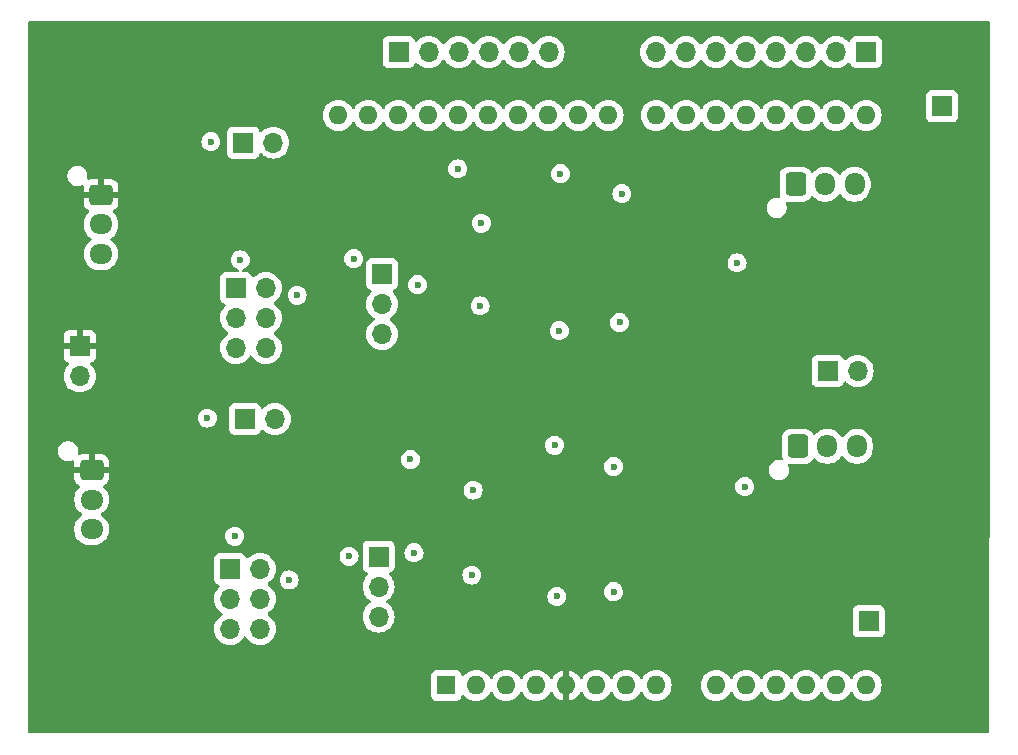
<source format=gbr>
%TF.GenerationSoftware,KiCad,Pcbnew,8.0.4*%
%TF.CreationDate,2024-11-27T12:35:37+01:00*%
%TF.ProjectId,Filtre_V2_FPGA_SMD-SMH_LD,46696c74-7265-45f5-9632-5f465047415f,rev?*%
%TF.SameCoordinates,Original*%
%TF.FileFunction,Copper,L3,Inr*%
%TF.FilePolarity,Positive*%
%FSLAX46Y46*%
G04 Gerber Fmt 4.6, Leading zero omitted, Abs format (unit mm)*
G04 Created by KiCad (PCBNEW 8.0.4) date 2024-11-27 12:35:37*
%MOMM*%
%LPD*%
G01*
G04 APERTURE LIST*
G04 Aperture macros list*
%AMRoundRect*
0 Rectangle with rounded corners*
0 $1 Rounding radius*
0 $2 $3 $4 $5 $6 $7 $8 $9 X,Y pos of 4 corners*
0 Add a 4 corners polygon primitive as box body*
4,1,4,$2,$3,$4,$5,$6,$7,$8,$9,$2,$3,0*
0 Add four circle primitives for the rounded corners*
1,1,$1+$1,$2,$3*
1,1,$1+$1,$4,$5*
1,1,$1+$1,$6,$7*
1,1,$1+$1,$8,$9*
0 Add four rect primitives between the rounded corners*
20,1,$1+$1,$2,$3,$4,$5,0*
20,1,$1+$1,$4,$5,$6,$7,0*
20,1,$1+$1,$6,$7,$8,$9,0*
20,1,$1+$1,$8,$9,$2,$3,0*%
G04 Aperture macros list end*
%TA.AperFunction,ComponentPad*%
%ADD10RoundRect,0.250000X-0.725000X0.600000X-0.725000X-0.600000X0.725000X-0.600000X0.725000X0.600000X0*%
%TD*%
%TA.AperFunction,ComponentPad*%
%ADD11O,1.950000X1.700000*%
%TD*%
%TA.AperFunction,ComponentPad*%
%ADD12R,1.700000X1.700000*%
%TD*%
%TA.AperFunction,ComponentPad*%
%ADD13O,1.700000X1.700000*%
%TD*%
%TA.AperFunction,ComponentPad*%
%ADD14RoundRect,0.250000X-0.600000X-0.725000X0.600000X-0.725000X0.600000X0.725000X-0.600000X0.725000X0*%
%TD*%
%TA.AperFunction,ComponentPad*%
%ADD15O,1.700000X1.950000*%
%TD*%
%TA.AperFunction,ComponentPad*%
%ADD16R,1.600000X1.600000*%
%TD*%
%TA.AperFunction,ComponentPad*%
%ADD17O,1.600000X1.600000*%
%TD*%
%TA.AperFunction,ViaPad*%
%ADD18C,0.600000*%
%TD*%
%TA.AperFunction,ViaPad*%
%ADD19C,0.800000*%
%TD*%
G04 APERTURE END LIST*
D10*
%TO.N,+5V*%
%TO.C,J1*%
X108000000Y-78000000D03*
D11*
%TO.N,Net-(J1-Pin_2)*%
X108000000Y-80500000D03*
%TO.N,GND*%
X108000000Y-83000000D03*
%TD*%
D12*
%TO.N,Net-(A1-D0{slash}RX)*%
%TO.C,J11*%
X172780000Y-65900000D03*
D13*
%TO.N,Net-(A1-D1{slash}TX)*%
X170240000Y-65900000D03*
%TO.N,Net-(A1-D2)*%
X167700000Y-65900000D03*
%TO.N,Net-(A1-D3)*%
X165160000Y-65900000D03*
%TO.N,Net-(A1-D4)*%
X162620000Y-65900000D03*
%TO.N,Net-(A1-D5)*%
X160080000Y-65900000D03*
%TO.N,Net-(A1-D6)*%
X157540000Y-65900000D03*
%TO.N,Net-(A1-D7)*%
X155000000Y-65900000D03*
%TD*%
D12*
%TO.N,/VacdcCh2*%
%TO.C,J8*%
X173000000Y-114100000D03*
%TD*%
%TO.N,/VA*%
%TO.C,J13*%
X120175000Y-96975000D03*
D13*
%TO.N,Net-(J13-Pin_2)*%
X122715000Y-96975000D03*
%TD*%
D12*
%TO.N,Net-(J14-Pin_1)*%
%TO.C,J14*%
X118925000Y-109660000D03*
D13*
X118925000Y-112200000D03*
X118925000Y-114740000D03*
%TO.N,Net-(J14-Pin_4)*%
X121465000Y-109660000D03*
%TO.N,Net-(J14-Pin_5)*%
X121465000Y-112200000D03*
%TO.N,Net-(J14-Pin_6)*%
X121465000Y-114740000D03*
%TD*%
D12*
%TO.N,/VA*%
%TO.C,J10*%
X131500000Y-108620000D03*
D13*
%TO.N,Net-(J10-Pin_2)*%
X131500000Y-111160000D03*
%TO.N,/VD2*%
X131500000Y-113700000D03*
%TD*%
D14*
%TO.N,Net-(U3--)*%
%TO.C,RV1*%
X166800000Y-77100000D03*
D15*
%TO.N,/V4*%
X169300000Y-77100000D03*
X171800000Y-77100000D03*
%TD*%
D12*
%TO.N,/V1*%
%TO.C,J5*%
X120050000Y-73575000D03*
D13*
%TO.N,Net-(J5-Pin_2)*%
X122590000Y-73575000D03*
%TD*%
D12*
%TO.N,Net-(J6-Pin_1)*%
%TO.C,J6*%
X119425000Y-85875000D03*
D13*
X119425000Y-88415000D03*
X119425000Y-90955000D03*
%TO.N,Net-(J6-Pin_4)*%
X121965000Y-85875000D03*
%TO.N,Net-(J6-Pin_5)*%
X121965000Y-88415000D03*
%TO.N,Net-(J6-Pin_6)*%
X121965000Y-90955000D03*
%TD*%
D12*
%TO.N,/V1*%
%TO.C,J3*%
X131800000Y-84700000D03*
D13*
%TO.N,Net-(J3-Pin_2)*%
X131800000Y-87240000D03*
%TO.N,/VD1*%
X131800000Y-89780000D03*
%TD*%
D12*
%TO.N,+5V*%
%TO.C,J2*%
X106200000Y-90825000D03*
D13*
%TO.N,GND*%
X106200000Y-93365000D03*
%TD*%
D12*
%TO.N,/VacdcCh1*%
%TO.C,J7*%
X179200000Y-70500000D03*
%TD*%
%TO.N,GND*%
%TO.C,J12*%
X133200000Y-65900000D03*
D13*
%TO.N,Net-(A1-D13)*%
X135740000Y-65900000D03*
%TO.N,unconnected-(J12-Pin_3-Pad3)*%
X138280000Y-65900000D03*
%TO.N,Net-(A1-D12)*%
X140820000Y-65900000D03*
%TO.N,Net-(A1-D11)*%
X143360000Y-65900000D03*
%TO.N,Net-(A1-D10)*%
X145900000Y-65900000D03*
%TD*%
D14*
%TO.N,Net-(U6--)*%
%TO.C,RV2*%
X167000000Y-99300000D03*
D15*
%TO.N,/VD*%
X169500000Y-99300000D03*
X172000000Y-99300000D03*
%TD*%
D12*
%TO.N,GND*%
%TO.C,J4*%
X169525000Y-92900000D03*
D13*
X172065000Y-92900000D03*
%TD*%
D10*
%TO.N,+5V*%
%TO.C,J9*%
X107200000Y-101300000D03*
D11*
%TO.N,Net-(J9-Pin_2)*%
X107200000Y-103800000D03*
%TO.N,GND*%
X107200000Y-106300000D03*
%TD*%
D16*
%TO.N,unconnected-(A1-NC-Pad1)*%
%TO.C,A1*%
X137225000Y-119530000D03*
D17*
%TO.N,unconnected-(A1-IOREF-Pad2)*%
X139765000Y-119530000D03*
%TO.N,unconnected-(A1-~{RESET}-Pad3)*%
X142305000Y-119530000D03*
%TO.N,unconnected-(A1-3V3-Pad4)*%
X144845000Y-119530000D03*
%TO.N,+5V*%
X147385000Y-119530000D03*
%TO.N,GND*%
X149925000Y-119530000D03*
X152465000Y-119530000D03*
%TO.N,unconnected-(A1-VIN-Pad8)*%
X155005000Y-119530000D03*
%TO.N,/VacdcCh1*%
X160085000Y-119530000D03*
%TO.N,/VdcCh1*%
X162625000Y-119530000D03*
%TO.N,/VacdcCh2*%
X165165000Y-119530000D03*
%TO.N,/VdcCh2*%
X167705000Y-119530000D03*
%TO.N,unconnected-(A1-SDA{slash}A4-Pad13)*%
X170245000Y-119530000D03*
%TO.N,unconnected-(A1-SCL{slash}A5-Pad14)*%
X172785000Y-119530000D03*
%TO.N,Net-(A1-D0{slash}RX)*%
X172785000Y-71270000D03*
%TO.N,Net-(A1-D1{slash}TX)*%
X170245000Y-71270000D03*
%TO.N,Net-(A1-D2)*%
X167705000Y-71270000D03*
%TO.N,Net-(A1-D3)*%
X165165000Y-71270000D03*
%TO.N,Net-(A1-D4)*%
X162625000Y-71270000D03*
%TO.N,Net-(A1-D5)*%
X160085000Y-71270000D03*
%TO.N,Net-(A1-D6)*%
X157545000Y-71270000D03*
%TO.N,Net-(A1-D7)*%
X155005000Y-71270000D03*
%TO.N,unconnected-(A1-D8-Pad23)*%
X150945000Y-71270000D03*
%TO.N,unconnected-(A1-D9-Pad24)*%
X148405000Y-71270000D03*
%TO.N,Net-(A1-D10)*%
X145865000Y-71270000D03*
%TO.N,Net-(A1-D11)*%
X143325000Y-71270000D03*
%TO.N,Net-(A1-D12)*%
X140785000Y-71270000D03*
%TO.N,Net-(A1-D13)*%
X138245000Y-71270000D03*
%TO.N,GND*%
X135705000Y-71270000D03*
%TO.N,unconnected-(A1-AREF-Pad30)*%
X133165000Y-71270000D03*
%TO.N,unconnected-(A1-SDA{slash}A4-Pad31)*%
X130625000Y-71270000D03*
%TO.N,unconnected-(A1-SCL{slash}A5-Pad32)*%
X128085000Y-71270000D03*
%TD*%
D18*
%TO.N,GND*%
X140200000Y-80400000D03*
X139500000Y-103000000D03*
X139400000Y-110200000D03*
X140100000Y-87400000D03*
D19*
%TO.N,+5V*%
X133000000Y-74200000D03*
X114500000Y-96700000D03*
X148400000Y-106200000D03*
X161100000Y-108700000D03*
X134900000Y-97300000D03*
X161299996Y-86299996D03*
X174800000Y-81700000D03*
X161313173Y-81586827D03*
X115000000Y-74100000D03*
X161099974Y-104912500D03*
X149100000Y-84300000D03*
X121600000Y-78100000D03*
X104749997Y-116849997D03*
X103700000Y-66350000D03*
X171700000Y-107100000D03*
X124400000Y-99600000D03*
D18*
%TO.N,Net-(U2A--)*%
X134800000Y-85600000D03*
X138200000Y-75800000D03*
%TO.N,/V2*%
X146800000Y-89500000D03*
%TO.N,Net-(U2C--)*%
X146900000Y-76200000D03*
X151900000Y-88800000D03*
%TO.N,Net-(U5A--)*%
X134500000Y-108300000D03*
X134200000Y-100400000D03*
%TO.N,/VB*%
X146600000Y-112000000D03*
%TO.N,Net-(U5C--)*%
X146400000Y-99200000D03*
X151400000Y-111600000D03*
%TO.N,/VD1*%
X119800000Y-83500000D03*
X124600000Y-86500000D03*
%TO.N,/V1*%
X129400000Y-83400000D03*
X117300000Y-73500000D03*
%TO.N,/VA*%
X117000000Y-96900000D03*
X129000000Y-108600000D03*
%TO.N,/VD2*%
X119325000Y-106900000D03*
X123925000Y-110600000D03*
%TO.N,/V3*%
X161850000Y-83750000D03*
X152100000Y-77900000D03*
%TO.N,/VC*%
X151400000Y-101000000D03*
X162500001Y-102700001D03*
%TD*%
%TA.AperFunction,Conductor*%
%TO.N,+5V*%
G36*
X183242539Y-63320185D02*
G01*
X183288294Y-63372989D01*
X183299500Y-63424500D01*
X183299500Y-93451500D01*
X183209141Y-120830499D01*
X183200410Y-123475909D01*
X183180505Y-123542883D01*
X183127550Y-123588464D01*
X183076411Y-123599500D01*
X101924500Y-123599500D01*
X101857461Y-123579815D01*
X101811706Y-123527011D01*
X101800500Y-123475500D01*
X101800500Y-118682135D01*
X135924500Y-118682135D01*
X135924500Y-120377870D01*
X135924501Y-120377876D01*
X135930908Y-120437483D01*
X135981202Y-120572328D01*
X135981206Y-120572335D01*
X136067452Y-120687544D01*
X136067455Y-120687547D01*
X136182664Y-120773793D01*
X136182671Y-120773797D01*
X136317517Y-120824091D01*
X136317516Y-120824091D01*
X136324444Y-120824835D01*
X136377127Y-120830500D01*
X138072872Y-120830499D01*
X138132483Y-120824091D01*
X138267331Y-120773796D01*
X138382546Y-120687546D01*
X138468796Y-120572331D01*
X138519091Y-120437483D01*
X138522862Y-120402401D01*
X138549599Y-120337855D01*
X138606990Y-120298006D01*
X138676816Y-120295511D01*
X138736905Y-120331163D01*
X138747726Y-120344536D01*
X138764956Y-120369143D01*
X138925858Y-120530045D01*
X138925861Y-120530047D01*
X139112266Y-120660568D01*
X139318504Y-120756739D01*
X139538308Y-120815635D01*
X139700230Y-120829801D01*
X139764998Y-120835468D01*
X139765000Y-120835468D01*
X139765002Y-120835468D01*
X139821807Y-120830498D01*
X139991692Y-120815635D01*
X140211496Y-120756739D01*
X140417734Y-120660568D01*
X140604139Y-120530047D01*
X140765047Y-120369139D01*
X140895568Y-120182734D01*
X140922618Y-120124724D01*
X140968790Y-120072285D01*
X141035983Y-120053133D01*
X141102865Y-120073348D01*
X141147382Y-120124725D01*
X141174429Y-120182728D01*
X141174432Y-120182734D01*
X141304954Y-120369141D01*
X141465858Y-120530045D01*
X141465861Y-120530047D01*
X141652266Y-120660568D01*
X141858504Y-120756739D01*
X142078308Y-120815635D01*
X142240230Y-120829801D01*
X142304998Y-120835468D01*
X142305000Y-120835468D01*
X142305002Y-120835468D01*
X142361807Y-120830498D01*
X142531692Y-120815635D01*
X142751496Y-120756739D01*
X142957734Y-120660568D01*
X143144139Y-120530047D01*
X143305047Y-120369139D01*
X143435568Y-120182734D01*
X143462618Y-120124724D01*
X143508790Y-120072285D01*
X143575983Y-120053133D01*
X143642865Y-120073348D01*
X143687382Y-120124725D01*
X143714429Y-120182728D01*
X143714432Y-120182734D01*
X143844954Y-120369141D01*
X144005858Y-120530045D01*
X144005861Y-120530047D01*
X144192266Y-120660568D01*
X144398504Y-120756739D01*
X144618308Y-120815635D01*
X144780230Y-120829801D01*
X144844998Y-120835468D01*
X144845000Y-120835468D01*
X144845002Y-120835468D01*
X144901807Y-120830498D01*
X145071692Y-120815635D01*
X145291496Y-120756739D01*
X145497734Y-120660568D01*
X145684139Y-120530047D01*
X145845047Y-120369139D01*
X145975568Y-120182734D01*
X146002895Y-120124129D01*
X146049064Y-120071695D01*
X146116257Y-120052542D01*
X146183139Y-120072757D01*
X146227657Y-120124133D01*
X146254865Y-120182482D01*
X146385342Y-120368820D01*
X146546179Y-120529657D01*
X146732517Y-120660134D01*
X146938673Y-120756265D01*
X146938682Y-120756269D01*
X147134999Y-120808872D01*
X147135000Y-120808871D01*
X147135000Y-119963012D01*
X147192007Y-119995925D01*
X147319174Y-120030000D01*
X147450826Y-120030000D01*
X147577993Y-119995925D01*
X147635000Y-119963012D01*
X147635000Y-120808872D01*
X147831317Y-120756269D01*
X147831326Y-120756265D01*
X148037482Y-120660134D01*
X148223820Y-120529657D01*
X148384657Y-120368820D01*
X148515132Y-120182484D01*
X148542341Y-120124134D01*
X148588513Y-120071695D01*
X148655707Y-120052542D01*
X148722588Y-120072757D01*
X148767106Y-120124133D01*
X148794431Y-120182732D01*
X148794432Y-120182734D01*
X148924954Y-120369141D01*
X149085858Y-120530045D01*
X149085861Y-120530047D01*
X149272266Y-120660568D01*
X149478504Y-120756739D01*
X149698308Y-120815635D01*
X149860230Y-120829801D01*
X149924998Y-120835468D01*
X149925000Y-120835468D01*
X149925002Y-120835468D01*
X149981807Y-120830498D01*
X150151692Y-120815635D01*
X150371496Y-120756739D01*
X150577734Y-120660568D01*
X150764139Y-120530047D01*
X150925047Y-120369139D01*
X151055568Y-120182734D01*
X151082618Y-120124724D01*
X151128790Y-120072285D01*
X151195983Y-120053133D01*
X151262865Y-120073348D01*
X151307382Y-120124725D01*
X151334429Y-120182728D01*
X151334432Y-120182734D01*
X151464954Y-120369141D01*
X151625858Y-120530045D01*
X151625861Y-120530047D01*
X151812266Y-120660568D01*
X152018504Y-120756739D01*
X152238308Y-120815635D01*
X152400230Y-120829801D01*
X152464998Y-120835468D01*
X152465000Y-120835468D01*
X152465002Y-120835468D01*
X152521807Y-120830498D01*
X152691692Y-120815635D01*
X152911496Y-120756739D01*
X153117734Y-120660568D01*
X153304139Y-120530047D01*
X153465047Y-120369139D01*
X153595568Y-120182734D01*
X153622618Y-120124724D01*
X153668790Y-120072285D01*
X153735983Y-120053133D01*
X153802865Y-120073348D01*
X153847382Y-120124725D01*
X153874429Y-120182728D01*
X153874432Y-120182734D01*
X154004954Y-120369141D01*
X154165858Y-120530045D01*
X154165861Y-120530047D01*
X154352266Y-120660568D01*
X154558504Y-120756739D01*
X154778308Y-120815635D01*
X154940230Y-120829801D01*
X155004998Y-120835468D01*
X155005000Y-120835468D01*
X155005002Y-120835468D01*
X155061807Y-120830498D01*
X155231692Y-120815635D01*
X155451496Y-120756739D01*
X155657734Y-120660568D01*
X155844139Y-120530047D01*
X156005047Y-120369139D01*
X156135568Y-120182734D01*
X156231739Y-119976496D01*
X156290635Y-119756692D01*
X156310468Y-119530000D01*
X156310468Y-119529998D01*
X158779532Y-119529998D01*
X158779532Y-119530001D01*
X158799364Y-119756686D01*
X158799366Y-119756697D01*
X158858258Y-119976488D01*
X158858261Y-119976497D01*
X158954431Y-120182732D01*
X158954432Y-120182734D01*
X159084954Y-120369141D01*
X159245858Y-120530045D01*
X159245861Y-120530047D01*
X159432266Y-120660568D01*
X159638504Y-120756739D01*
X159858308Y-120815635D01*
X160020230Y-120829801D01*
X160084998Y-120835468D01*
X160085000Y-120835468D01*
X160085002Y-120835468D01*
X160141807Y-120830498D01*
X160311692Y-120815635D01*
X160531496Y-120756739D01*
X160737734Y-120660568D01*
X160924139Y-120530047D01*
X161085047Y-120369139D01*
X161215568Y-120182734D01*
X161242618Y-120124724D01*
X161288790Y-120072285D01*
X161355983Y-120053133D01*
X161422865Y-120073348D01*
X161467382Y-120124725D01*
X161494429Y-120182728D01*
X161494432Y-120182734D01*
X161624954Y-120369141D01*
X161785858Y-120530045D01*
X161785861Y-120530047D01*
X161972266Y-120660568D01*
X162178504Y-120756739D01*
X162398308Y-120815635D01*
X162560230Y-120829801D01*
X162624998Y-120835468D01*
X162625000Y-120835468D01*
X162625002Y-120835468D01*
X162681807Y-120830498D01*
X162851692Y-120815635D01*
X163071496Y-120756739D01*
X163277734Y-120660568D01*
X163464139Y-120530047D01*
X163625047Y-120369139D01*
X163755568Y-120182734D01*
X163782618Y-120124724D01*
X163828790Y-120072285D01*
X163895983Y-120053133D01*
X163962865Y-120073348D01*
X164007382Y-120124725D01*
X164034429Y-120182728D01*
X164034432Y-120182734D01*
X164164954Y-120369141D01*
X164325858Y-120530045D01*
X164325861Y-120530047D01*
X164512266Y-120660568D01*
X164718504Y-120756739D01*
X164938308Y-120815635D01*
X165100230Y-120829801D01*
X165164998Y-120835468D01*
X165165000Y-120835468D01*
X165165002Y-120835468D01*
X165221807Y-120830498D01*
X165391692Y-120815635D01*
X165611496Y-120756739D01*
X165817734Y-120660568D01*
X166004139Y-120530047D01*
X166165047Y-120369139D01*
X166295568Y-120182734D01*
X166322618Y-120124724D01*
X166368790Y-120072285D01*
X166435983Y-120053133D01*
X166502865Y-120073348D01*
X166547382Y-120124725D01*
X166574429Y-120182728D01*
X166574432Y-120182734D01*
X166704954Y-120369141D01*
X166865858Y-120530045D01*
X166865861Y-120530047D01*
X167052266Y-120660568D01*
X167258504Y-120756739D01*
X167478308Y-120815635D01*
X167640230Y-120829801D01*
X167704998Y-120835468D01*
X167705000Y-120835468D01*
X167705002Y-120835468D01*
X167761807Y-120830498D01*
X167931692Y-120815635D01*
X168151496Y-120756739D01*
X168357734Y-120660568D01*
X168544139Y-120530047D01*
X168705047Y-120369139D01*
X168835568Y-120182734D01*
X168862618Y-120124724D01*
X168908790Y-120072285D01*
X168975983Y-120053133D01*
X169042865Y-120073348D01*
X169087382Y-120124725D01*
X169114429Y-120182728D01*
X169114432Y-120182734D01*
X169244954Y-120369141D01*
X169405858Y-120530045D01*
X169405861Y-120530047D01*
X169592266Y-120660568D01*
X169798504Y-120756739D01*
X170018308Y-120815635D01*
X170180230Y-120829801D01*
X170244998Y-120835468D01*
X170245000Y-120835468D01*
X170245002Y-120835468D01*
X170301807Y-120830498D01*
X170471692Y-120815635D01*
X170691496Y-120756739D01*
X170897734Y-120660568D01*
X171084139Y-120530047D01*
X171245047Y-120369139D01*
X171375568Y-120182734D01*
X171402618Y-120124724D01*
X171448790Y-120072285D01*
X171515983Y-120053133D01*
X171582865Y-120073348D01*
X171627382Y-120124725D01*
X171654429Y-120182728D01*
X171654432Y-120182734D01*
X171784954Y-120369141D01*
X171945858Y-120530045D01*
X171945861Y-120530047D01*
X172132266Y-120660568D01*
X172338504Y-120756739D01*
X172558308Y-120815635D01*
X172720230Y-120829801D01*
X172784998Y-120835468D01*
X172785000Y-120835468D01*
X172785002Y-120835468D01*
X172841807Y-120830498D01*
X173011692Y-120815635D01*
X173231496Y-120756739D01*
X173437734Y-120660568D01*
X173624139Y-120530047D01*
X173785047Y-120369139D01*
X173915568Y-120182734D01*
X174011739Y-119976496D01*
X174070635Y-119756692D01*
X174090468Y-119530000D01*
X174070635Y-119303308D01*
X174011739Y-119083504D01*
X173915568Y-118877266D01*
X173785047Y-118690861D01*
X173785045Y-118690858D01*
X173624141Y-118529954D01*
X173437734Y-118399432D01*
X173437732Y-118399431D01*
X173231497Y-118303261D01*
X173231488Y-118303258D01*
X173011697Y-118244366D01*
X173011693Y-118244365D01*
X173011692Y-118244365D01*
X173011691Y-118244364D01*
X173011686Y-118244364D01*
X172785002Y-118224532D01*
X172784998Y-118224532D01*
X172558313Y-118244364D01*
X172558302Y-118244366D01*
X172338511Y-118303258D01*
X172338502Y-118303261D01*
X172132267Y-118399431D01*
X172132265Y-118399432D01*
X171945858Y-118529954D01*
X171784954Y-118690858D01*
X171654432Y-118877265D01*
X171654431Y-118877267D01*
X171627382Y-118935275D01*
X171581209Y-118987714D01*
X171514016Y-119006866D01*
X171447135Y-118986650D01*
X171402618Y-118935275D01*
X171375686Y-118877520D01*
X171375568Y-118877266D01*
X171245047Y-118690861D01*
X171245045Y-118690858D01*
X171084141Y-118529954D01*
X170897734Y-118399432D01*
X170897732Y-118399431D01*
X170691497Y-118303261D01*
X170691488Y-118303258D01*
X170471697Y-118244366D01*
X170471693Y-118244365D01*
X170471692Y-118244365D01*
X170471691Y-118244364D01*
X170471686Y-118244364D01*
X170245002Y-118224532D01*
X170244998Y-118224532D01*
X170018313Y-118244364D01*
X170018302Y-118244366D01*
X169798511Y-118303258D01*
X169798502Y-118303261D01*
X169592267Y-118399431D01*
X169592265Y-118399432D01*
X169405858Y-118529954D01*
X169244954Y-118690858D01*
X169114432Y-118877265D01*
X169114431Y-118877267D01*
X169087382Y-118935275D01*
X169041209Y-118987714D01*
X168974016Y-119006866D01*
X168907135Y-118986650D01*
X168862618Y-118935275D01*
X168835686Y-118877520D01*
X168835568Y-118877266D01*
X168705047Y-118690861D01*
X168705045Y-118690858D01*
X168544141Y-118529954D01*
X168357734Y-118399432D01*
X168357732Y-118399431D01*
X168151497Y-118303261D01*
X168151488Y-118303258D01*
X167931697Y-118244366D01*
X167931693Y-118244365D01*
X167931692Y-118244365D01*
X167931691Y-118244364D01*
X167931686Y-118244364D01*
X167705002Y-118224532D01*
X167704998Y-118224532D01*
X167478313Y-118244364D01*
X167478302Y-118244366D01*
X167258511Y-118303258D01*
X167258502Y-118303261D01*
X167052267Y-118399431D01*
X167052265Y-118399432D01*
X166865858Y-118529954D01*
X166704954Y-118690858D01*
X166574432Y-118877265D01*
X166574431Y-118877267D01*
X166547382Y-118935275D01*
X166501209Y-118987714D01*
X166434016Y-119006866D01*
X166367135Y-118986650D01*
X166322618Y-118935275D01*
X166295686Y-118877520D01*
X166295568Y-118877266D01*
X166165047Y-118690861D01*
X166165045Y-118690858D01*
X166004141Y-118529954D01*
X165817734Y-118399432D01*
X165817732Y-118399431D01*
X165611497Y-118303261D01*
X165611488Y-118303258D01*
X165391697Y-118244366D01*
X165391693Y-118244365D01*
X165391692Y-118244365D01*
X165391691Y-118244364D01*
X165391686Y-118244364D01*
X165165002Y-118224532D01*
X165164998Y-118224532D01*
X164938313Y-118244364D01*
X164938302Y-118244366D01*
X164718511Y-118303258D01*
X164718502Y-118303261D01*
X164512267Y-118399431D01*
X164512265Y-118399432D01*
X164325858Y-118529954D01*
X164164954Y-118690858D01*
X164034432Y-118877265D01*
X164034431Y-118877267D01*
X164007382Y-118935275D01*
X163961209Y-118987714D01*
X163894016Y-119006866D01*
X163827135Y-118986650D01*
X163782618Y-118935275D01*
X163755686Y-118877520D01*
X163755568Y-118877266D01*
X163625047Y-118690861D01*
X163625045Y-118690858D01*
X163464141Y-118529954D01*
X163277734Y-118399432D01*
X163277732Y-118399431D01*
X163071497Y-118303261D01*
X163071488Y-118303258D01*
X162851697Y-118244366D01*
X162851693Y-118244365D01*
X162851692Y-118244365D01*
X162851691Y-118244364D01*
X162851686Y-118244364D01*
X162625002Y-118224532D01*
X162624998Y-118224532D01*
X162398313Y-118244364D01*
X162398302Y-118244366D01*
X162178511Y-118303258D01*
X162178502Y-118303261D01*
X161972267Y-118399431D01*
X161972265Y-118399432D01*
X161785858Y-118529954D01*
X161624954Y-118690858D01*
X161494432Y-118877265D01*
X161494431Y-118877267D01*
X161467382Y-118935275D01*
X161421209Y-118987714D01*
X161354016Y-119006866D01*
X161287135Y-118986650D01*
X161242618Y-118935275D01*
X161215686Y-118877520D01*
X161215568Y-118877266D01*
X161085047Y-118690861D01*
X161085045Y-118690858D01*
X160924141Y-118529954D01*
X160737734Y-118399432D01*
X160737732Y-118399431D01*
X160531497Y-118303261D01*
X160531488Y-118303258D01*
X160311697Y-118244366D01*
X160311693Y-118244365D01*
X160311692Y-118244365D01*
X160311691Y-118244364D01*
X160311686Y-118244364D01*
X160085002Y-118224532D01*
X160084998Y-118224532D01*
X159858313Y-118244364D01*
X159858302Y-118244366D01*
X159638511Y-118303258D01*
X159638502Y-118303261D01*
X159432267Y-118399431D01*
X159432265Y-118399432D01*
X159245858Y-118529954D01*
X159084954Y-118690858D01*
X158954432Y-118877265D01*
X158954431Y-118877267D01*
X158858261Y-119083502D01*
X158858258Y-119083511D01*
X158799366Y-119303302D01*
X158799364Y-119303313D01*
X158779532Y-119529998D01*
X156310468Y-119529998D01*
X156290635Y-119303308D01*
X156231739Y-119083504D01*
X156135568Y-118877266D01*
X156005047Y-118690861D01*
X156005045Y-118690858D01*
X155844141Y-118529954D01*
X155657734Y-118399432D01*
X155657732Y-118399431D01*
X155451497Y-118303261D01*
X155451488Y-118303258D01*
X155231697Y-118244366D01*
X155231693Y-118244365D01*
X155231692Y-118244365D01*
X155231691Y-118244364D01*
X155231686Y-118244364D01*
X155005002Y-118224532D01*
X155004998Y-118224532D01*
X154778313Y-118244364D01*
X154778302Y-118244366D01*
X154558511Y-118303258D01*
X154558502Y-118303261D01*
X154352267Y-118399431D01*
X154352265Y-118399432D01*
X154165858Y-118529954D01*
X154004954Y-118690858D01*
X153874432Y-118877265D01*
X153874431Y-118877267D01*
X153847382Y-118935275D01*
X153801209Y-118987714D01*
X153734016Y-119006866D01*
X153667135Y-118986650D01*
X153622618Y-118935275D01*
X153595686Y-118877520D01*
X153595568Y-118877266D01*
X153465047Y-118690861D01*
X153465045Y-118690858D01*
X153304141Y-118529954D01*
X153117734Y-118399432D01*
X153117732Y-118399431D01*
X152911497Y-118303261D01*
X152911488Y-118303258D01*
X152691697Y-118244366D01*
X152691693Y-118244365D01*
X152691692Y-118244365D01*
X152691691Y-118244364D01*
X152691686Y-118244364D01*
X152465002Y-118224532D01*
X152464998Y-118224532D01*
X152238313Y-118244364D01*
X152238302Y-118244366D01*
X152018511Y-118303258D01*
X152018502Y-118303261D01*
X151812267Y-118399431D01*
X151812265Y-118399432D01*
X151625858Y-118529954D01*
X151464954Y-118690858D01*
X151334432Y-118877265D01*
X151334431Y-118877267D01*
X151307382Y-118935275D01*
X151261209Y-118987714D01*
X151194016Y-119006866D01*
X151127135Y-118986650D01*
X151082618Y-118935275D01*
X151055686Y-118877520D01*
X151055568Y-118877266D01*
X150925047Y-118690861D01*
X150925045Y-118690858D01*
X150764141Y-118529954D01*
X150577734Y-118399432D01*
X150577732Y-118399431D01*
X150371497Y-118303261D01*
X150371488Y-118303258D01*
X150151697Y-118244366D01*
X150151693Y-118244365D01*
X150151692Y-118244365D01*
X150151691Y-118244364D01*
X150151686Y-118244364D01*
X149925002Y-118224532D01*
X149924998Y-118224532D01*
X149698313Y-118244364D01*
X149698302Y-118244366D01*
X149478511Y-118303258D01*
X149478502Y-118303261D01*
X149272267Y-118399431D01*
X149272265Y-118399432D01*
X149085858Y-118529954D01*
X148924954Y-118690858D01*
X148794433Y-118877264D01*
X148794432Y-118877266D01*
X148794315Y-118877518D01*
X148767106Y-118935867D01*
X148720933Y-118988306D01*
X148653739Y-119007457D01*
X148586858Y-118987241D01*
X148542342Y-118935865D01*
X148515135Y-118877520D01*
X148515134Y-118877518D01*
X148384657Y-118691179D01*
X148223820Y-118530342D01*
X148037482Y-118399865D01*
X147831328Y-118303734D01*
X147635000Y-118251127D01*
X147635000Y-119096988D01*
X147577993Y-119064075D01*
X147450826Y-119030000D01*
X147319174Y-119030000D01*
X147192007Y-119064075D01*
X147135000Y-119096988D01*
X147135000Y-118251127D01*
X146938671Y-118303734D01*
X146732517Y-118399865D01*
X146546179Y-118530342D01*
X146385342Y-118691179D01*
X146254867Y-118877515D01*
X146227657Y-118935867D01*
X146181484Y-118988306D01*
X146114290Y-119007457D01*
X146047409Y-118987241D01*
X146002893Y-118935865D01*
X145975685Y-118877518D01*
X145975568Y-118877266D01*
X145845047Y-118690861D01*
X145845045Y-118690858D01*
X145684141Y-118529954D01*
X145497734Y-118399432D01*
X145497732Y-118399431D01*
X145291497Y-118303261D01*
X145291488Y-118303258D01*
X145071697Y-118244366D01*
X145071693Y-118244365D01*
X145071692Y-118244365D01*
X145071691Y-118244364D01*
X145071686Y-118244364D01*
X144845002Y-118224532D01*
X144844998Y-118224532D01*
X144618313Y-118244364D01*
X144618302Y-118244366D01*
X144398511Y-118303258D01*
X144398502Y-118303261D01*
X144192267Y-118399431D01*
X144192265Y-118399432D01*
X144005858Y-118529954D01*
X143844954Y-118690858D01*
X143714432Y-118877265D01*
X143714431Y-118877267D01*
X143687382Y-118935275D01*
X143641209Y-118987714D01*
X143574016Y-119006866D01*
X143507135Y-118986650D01*
X143462618Y-118935275D01*
X143435686Y-118877520D01*
X143435568Y-118877266D01*
X143305047Y-118690861D01*
X143305045Y-118690858D01*
X143144141Y-118529954D01*
X142957734Y-118399432D01*
X142957732Y-118399431D01*
X142751497Y-118303261D01*
X142751488Y-118303258D01*
X142531697Y-118244366D01*
X142531693Y-118244365D01*
X142531692Y-118244365D01*
X142531691Y-118244364D01*
X142531686Y-118244364D01*
X142305002Y-118224532D01*
X142304998Y-118224532D01*
X142078313Y-118244364D01*
X142078302Y-118244366D01*
X141858511Y-118303258D01*
X141858502Y-118303261D01*
X141652267Y-118399431D01*
X141652265Y-118399432D01*
X141465858Y-118529954D01*
X141304954Y-118690858D01*
X141174432Y-118877265D01*
X141174431Y-118877267D01*
X141147382Y-118935275D01*
X141101209Y-118987714D01*
X141034016Y-119006866D01*
X140967135Y-118986650D01*
X140922618Y-118935275D01*
X140895686Y-118877520D01*
X140895568Y-118877266D01*
X140765047Y-118690861D01*
X140765045Y-118690858D01*
X140604141Y-118529954D01*
X140417734Y-118399432D01*
X140417732Y-118399431D01*
X140211497Y-118303261D01*
X140211488Y-118303258D01*
X139991697Y-118244366D01*
X139991693Y-118244365D01*
X139991692Y-118244365D01*
X139991691Y-118244364D01*
X139991686Y-118244364D01*
X139765002Y-118224532D01*
X139764998Y-118224532D01*
X139538313Y-118244364D01*
X139538302Y-118244366D01*
X139318511Y-118303258D01*
X139318502Y-118303261D01*
X139112267Y-118399431D01*
X139112265Y-118399432D01*
X138925858Y-118529954D01*
X138764954Y-118690858D01*
X138747725Y-118715464D01*
X138693147Y-118759088D01*
X138623648Y-118766280D01*
X138561294Y-118734757D01*
X138525882Y-118674526D01*
X138522861Y-118657591D01*
X138519091Y-118622516D01*
X138468797Y-118487671D01*
X138468793Y-118487664D01*
X138382547Y-118372455D01*
X138382544Y-118372452D01*
X138267335Y-118286206D01*
X138267328Y-118286202D01*
X138132482Y-118235908D01*
X138132483Y-118235908D01*
X138072883Y-118229501D01*
X138072881Y-118229500D01*
X138072873Y-118229500D01*
X138072864Y-118229500D01*
X136377129Y-118229500D01*
X136377123Y-118229501D01*
X136317516Y-118235908D01*
X136182671Y-118286202D01*
X136182664Y-118286206D01*
X136067455Y-118372452D01*
X136067452Y-118372455D01*
X135981206Y-118487664D01*
X135981202Y-118487671D01*
X135930908Y-118622517D01*
X135924501Y-118682116D01*
X135924500Y-118682135D01*
X101800500Y-118682135D01*
X101800500Y-112199999D01*
X117569341Y-112199999D01*
X117569341Y-112200000D01*
X117589936Y-112435403D01*
X117589938Y-112435413D01*
X117651094Y-112663655D01*
X117651096Y-112663659D01*
X117651097Y-112663663D01*
X117680067Y-112725789D01*
X117750965Y-112877830D01*
X117750967Y-112877834D01*
X117841876Y-113007664D01*
X117886501Y-113071396D01*
X117886506Y-113071402D01*
X118053597Y-113238493D01*
X118053603Y-113238498D01*
X118239158Y-113368425D01*
X118282783Y-113423002D01*
X118289977Y-113492500D01*
X118258454Y-113554855D01*
X118239158Y-113571575D01*
X118053597Y-113701505D01*
X117886505Y-113868597D01*
X117750965Y-114062169D01*
X117750964Y-114062171D01*
X117651098Y-114276335D01*
X117651094Y-114276344D01*
X117589938Y-114504586D01*
X117589936Y-114504596D01*
X117569341Y-114739999D01*
X117569341Y-114740000D01*
X117589936Y-114975403D01*
X117589938Y-114975413D01*
X117651094Y-115203655D01*
X117651096Y-115203659D01*
X117651097Y-115203663D01*
X117655000Y-115212032D01*
X117750965Y-115417830D01*
X117750967Y-115417834D01*
X117859281Y-115572521D01*
X117886505Y-115611401D01*
X118053599Y-115778495D01*
X118150384Y-115846265D01*
X118247165Y-115914032D01*
X118247167Y-115914033D01*
X118247170Y-115914035D01*
X118461337Y-116013903D01*
X118689592Y-116075063D01*
X118877918Y-116091539D01*
X118924999Y-116095659D01*
X118925000Y-116095659D01*
X118925001Y-116095659D01*
X118964234Y-116092226D01*
X119160408Y-116075063D01*
X119388663Y-116013903D01*
X119602830Y-115914035D01*
X119796401Y-115778495D01*
X119963495Y-115611401D01*
X120093425Y-115425842D01*
X120148002Y-115382217D01*
X120217500Y-115375023D01*
X120279855Y-115406546D01*
X120296575Y-115425842D01*
X120426500Y-115611395D01*
X120426505Y-115611401D01*
X120593599Y-115778495D01*
X120690384Y-115846265D01*
X120787165Y-115914032D01*
X120787167Y-115914033D01*
X120787170Y-115914035D01*
X121001337Y-116013903D01*
X121229592Y-116075063D01*
X121417918Y-116091539D01*
X121464999Y-116095659D01*
X121465000Y-116095659D01*
X121465001Y-116095659D01*
X121504234Y-116092226D01*
X121700408Y-116075063D01*
X121928663Y-116013903D01*
X122142830Y-115914035D01*
X122336401Y-115778495D01*
X122503495Y-115611401D01*
X122639035Y-115417830D01*
X122738903Y-115203663D01*
X122800063Y-114975408D01*
X122820659Y-114740000D01*
X122800063Y-114504592D01*
X122738903Y-114276337D01*
X122639035Y-114062171D01*
X122633425Y-114054158D01*
X122503494Y-113868597D01*
X122336402Y-113701506D01*
X122336396Y-113701501D01*
X122150842Y-113571575D01*
X122107217Y-113516998D01*
X122100023Y-113447500D01*
X122131546Y-113385145D01*
X122150842Y-113368425D01*
X122173026Y-113352891D01*
X122336401Y-113238495D01*
X122503495Y-113071401D01*
X122639035Y-112877830D01*
X122738903Y-112663663D01*
X122800063Y-112435408D01*
X122820659Y-112200000D01*
X122818843Y-112179249D01*
X122805908Y-112031401D01*
X122800063Y-111964592D01*
X122738903Y-111736337D01*
X122639035Y-111522171D01*
X122633425Y-111514158D01*
X122503494Y-111328597D01*
X122336402Y-111161506D01*
X122336396Y-111161501D01*
X122150842Y-111031575D01*
X122107217Y-110976998D01*
X122100023Y-110907500D01*
X122131546Y-110845145D01*
X122150842Y-110828425D01*
X122173026Y-110812891D01*
X122336401Y-110698495D01*
X122434900Y-110599996D01*
X123119435Y-110599996D01*
X123119435Y-110600003D01*
X123139630Y-110779249D01*
X123139631Y-110779254D01*
X123199211Y-110949523D01*
X123247243Y-111025965D01*
X123295184Y-111102262D01*
X123422738Y-111229816D01*
X123575478Y-111325789D01*
X123702352Y-111370184D01*
X123745745Y-111385368D01*
X123745750Y-111385369D01*
X123924996Y-111405565D01*
X123925000Y-111405565D01*
X123925004Y-111405565D01*
X124104249Y-111385369D01*
X124104252Y-111385368D01*
X124104255Y-111385368D01*
X124274522Y-111325789D01*
X124427262Y-111229816D01*
X124497079Y-111159999D01*
X130144341Y-111159999D01*
X130144341Y-111160000D01*
X130164936Y-111395403D01*
X130164938Y-111395413D01*
X130226094Y-111623655D01*
X130226096Y-111623659D01*
X130226097Y-111623663D01*
X130298651Y-111779255D01*
X130325965Y-111837830D01*
X130325967Y-111837834D01*
X130461501Y-112031395D01*
X130461506Y-112031402D01*
X130628597Y-112198493D01*
X130628603Y-112198498D01*
X130814158Y-112328425D01*
X130857783Y-112383002D01*
X130864977Y-112452500D01*
X130833454Y-112514855D01*
X130814158Y-112531575D01*
X130628597Y-112661505D01*
X130461505Y-112828597D01*
X130325965Y-113022169D01*
X130325964Y-113022171D01*
X130226098Y-113236335D01*
X130226094Y-113236344D01*
X130164938Y-113464586D01*
X130164936Y-113464596D01*
X130144341Y-113699999D01*
X130144341Y-113700000D01*
X130164936Y-113935403D01*
X130164938Y-113935413D01*
X130226094Y-114163655D01*
X130226096Y-114163659D01*
X130226097Y-114163663D01*
X130274735Y-114267967D01*
X130325965Y-114377830D01*
X130325967Y-114377834D01*
X130434281Y-114532521D01*
X130461505Y-114571401D01*
X130628599Y-114738495D01*
X130725384Y-114806265D01*
X130822165Y-114874032D01*
X130822167Y-114874033D01*
X130822170Y-114874035D01*
X131036337Y-114973903D01*
X131036343Y-114973904D01*
X131036344Y-114973905D01*
X131041972Y-114975413D01*
X131264592Y-115035063D01*
X131452918Y-115051539D01*
X131499999Y-115055659D01*
X131500000Y-115055659D01*
X131500001Y-115055659D01*
X131539234Y-115052226D01*
X131735408Y-115035063D01*
X131963663Y-114973903D01*
X132177830Y-114874035D01*
X132371401Y-114738495D01*
X132538495Y-114571401D01*
X132674035Y-114377830D01*
X132773903Y-114163663D01*
X132835063Y-113935408D01*
X132855659Y-113700000D01*
X132835063Y-113464592D01*
X132773903Y-113236337D01*
X132757954Y-113202135D01*
X171649500Y-113202135D01*
X171649500Y-114997870D01*
X171649501Y-114997876D01*
X171655908Y-115057483D01*
X171706202Y-115192328D01*
X171706206Y-115192335D01*
X171792452Y-115307544D01*
X171792455Y-115307547D01*
X171907664Y-115393793D01*
X171907671Y-115393797D01*
X172042517Y-115444091D01*
X172042516Y-115444091D01*
X172049444Y-115444835D01*
X172102127Y-115450500D01*
X173897872Y-115450499D01*
X173957483Y-115444091D01*
X174092331Y-115393796D01*
X174207546Y-115307546D01*
X174293796Y-115192331D01*
X174344091Y-115057483D01*
X174350500Y-114997873D01*
X174350499Y-113202128D01*
X174344091Y-113142517D01*
X174317566Y-113071401D01*
X174293797Y-113007671D01*
X174293793Y-113007664D01*
X174207547Y-112892455D01*
X174207544Y-112892452D01*
X174092335Y-112806206D01*
X174092328Y-112806202D01*
X173957482Y-112755908D01*
X173957483Y-112755908D01*
X173897883Y-112749501D01*
X173897881Y-112749500D01*
X173897873Y-112749500D01*
X173897864Y-112749500D01*
X172102129Y-112749500D01*
X172102123Y-112749501D01*
X172042516Y-112755908D01*
X171907671Y-112806202D01*
X171907664Y-112806206D01*
X171792455Y-112892452D01*
X171792452Y-112892455D01*
X171706206Y-113007664D01*
X171706202Y-113007671D01*
X171655908Y-113142517D01*
X171649501Y-113202116D01*
X171649501Y-113202123D01*
X171649500Y-113202135D01*
X132757954Y-113202135D01*
X132674035Y-113022171D01*
X132663878Y-113007664D01*
X132538494Y-112828597D01*
X132371402Y-112661506D01*
X132371396Y-112661501D01*
X132185842Y-112531575D01*
X132142217Y-112476998D01*
X132135023Y-112407500D01*
X132166546Y-112345145D01*
X132185842Y-112328425D01*
X132208026Y-112312891D01*
X132371401Y-112198495D01*
X132538495Y-112031401D01*
X132560485Y-111999996D01*
X145794435Y-111999996D01*
X145794435Y-112000003D01*
X145814630Y-112179249D01*
X145814631Y-112179254D01*
X145874211Y-112349523D01*
X145970184Y-112502262D01*
X146097738Y-112629816D01*
X146250478Y-112725789D01*
X146336556Y-112755909D01*
X146420745Y-112785368D01*
X146420750Y-112785369D01*
X146599996Y-112805565D01*
X146600000Y-112805565D01*
X146600004Y-112805565D01*
X146779249Y-112785369D01*
X146779252Y-112785368D01*
X146779255Y-112785368D01*
X146949522Y-112725789D01*
X147102262Y-112629816D01*
X147229816Y-112502262D01*
X147325789Y-112349522D01*
X147385368Y-112179255D01*
X147405565Y-112000000D01*
X147387293Y-111837834D01*
X147385369Y-111820750D01*
X147385368Y-111820745D01*
X147355832Y-111736335D01*
X147325789Y-111650478D01*
X147294069Y-111599996D01*
X150594435Y-111599996D01*
X150594435Y-111600003D01*
X150614630Y-111779249D01*
X150614631Y-111779254D01*
X150674211Y-111949523D01*
X150770184Y-112102262D01*
X150897738Y-112229816D01*
X151050478Y-112325789D01*
X151118306Y-112349523D01*
X151220745Y-112385368D01*
X151220750Y-112385369D01*
X151399996Y-112405565D01*
X151400000Y-112405565D01*
X151400004Y-112405565D01*
X151579249Y-112385369D01*
X151579252Y-112385368D01*
X151579255Y-112385368D01*
X151749522Y-112325789D01*
X151902262Y-112229816D01*
X152029816Y-112102262D01*
X152125789Y-111949522D01*
X152185368Y-111779255D01*
X152205565Y-111600000D01*
X152200808Y-111557783D01*
X152185369Y-111420750D01*
X152185368Y-111420745D01*
X152152141Y-111325788D01*
X152125789Y-111250478D01*
X152103265Y-111214632D01*
X152069884Y-111161506D01*
X152029816Y-111097738D01*
X151902262Y-110970184D01*
X151831608Y-110925789D01*
X151749523Y-110874211D01*
X151579254Y-110814631D01*
X151579249Y-110814630D01*
X151400004Y-110794435D01*
X151399996Y-110794435D01*
X151220750Y-110814630D01*
X151220745Y-110814631D01*
X151050476Y-110874211D01*
X150897737Y-110970184D01*
X150770184Y-111097737D01*
X150674211Y-111250476D01*
X150614631Y-111420745D01*
X150614630Y-111420750D01*
X150594435Y-111599996D01*
X147294069Y-111599996D01*
X147229816Y-111497738D01*
X147102262Y-111370184D01*
X147031608Y-111325789D01*
X146949523Y-111274211D01*
X146779254Y-111214631D01*
X146779249Y-111214630D01*
X146600004Y-111194435D01*
X146599996Y-111194435D01*
X146420750Y-111214630D01*
X146420745Y-111214631D01*
X146250476Y-111274211D01*
X146097737Y-111370184D01*
X145970184Y-111497737D01*
X145874211Y-111650476D01*
X145814631Y-111820745D01*
X145814630Y-111820750D01*
X145794435Y-111999996D01*
X132560485Y-111999996D01*
X132674035Y-111837830D01*
X132773903Y-111623663D01*
X132835063Y-111395408D01*
X132855659Y-111160000D01*
X132835063Y-110924592D01*
X132773903Y-110696337D01*
X132674035Y-110482171D01*
X132631024Y-110420745D01*
X132538496Y-110288600D01*
X132500372Y-110250476D01*
X132449892Y-110199996D01*
X138594435Y-110199996D01*
X138594435Y-110200003D01*
X138614630Y-110379249D01*
X138614631Y-110379254D01*
X138674211Y-110549523D01*
X138719071Y-110620917D01*
X138770184Y-110702262D01*
X138897738Y-110829816D01*
X139050478Y-110925789D01*
X139177352Y-110970184D01*
X139220745Y-110985368D01*
X139220750Y-110985369D01*
X139399996Y-111005565D01*
X139400000Y-111005565D01*
X139400004Y-111005565D01*
X139579249Y-110985369D01*
X139579252Y-110985368D01*
X139579255Y-110985368D01*
X139749522Y-110925789D01*
X139902262Y-110829816D01*
X140029816Y-110702262D01*
X140125789Y-110549522D01*
X140185368Y-110379255D01*
X140190035Y-110337834D01*
X140205565Y-110200003D01*
X140205565Y-110199996D01*
X140185369Y-110020750D01*
X140185368Y-110020745D01*
X140171014Y-109979725D01*
X140125789Y-109850478D01*
X140111380Y-109827547D01*
X140038985Y-109712331D01*
X140029816Y-109697738D01*
X139902262Y-109570184D01*
X139819026Y-109517883D01*
X139749523Y-109474211D01*
X139579254Y-109414631D01*
X139579249Y-109414630D01*
X139400004Y-109394435D01*
X139399996Y-109394435D01*
X139220750Y-109414630D01*
X139220745Y-109414631D01*
X139050476Y-109474211D01*
X138897737Y-109570184D01*
X138770184Y-109697737D01*
X138674211Y-109850476D01*
X138614631Y-110020745D01*
X138614630Y-110020750D01*
X138594435Y-110199996D01*
X132449892Y-110199996D01*
X132416567Y-110166671D01*
X132383084Y-110105351D01*
X132388068Y-110035659D01*
X132429939Y-109979725D01*
X132460915Y-109962810D01*
X132592331Y-109913796D01*
X132707546Y-109827546D01*
X132793796Y-109712331D01*
X132844091Y-109577483D01*
X132850500Y-109517873D01*
X132850499Y-108299996D01*
X133694435Y-108299996D01*
X133694435Y-108300003D01*
X133714630Y-108479249D01*
X133714631Y-108479254D01*
X133774211Y-108649523D01*
X133851125Y-108771930D01*
X133870184Y-108802262D01*
X133997738Y-108929816D01*
X134081057Y-108982169D01*
X134133843Y-109015337D01*
X134150478Y-109025789D01*
X134320745Y-109085368D01*
X134320750Y-109085369D01*
X134499996Y-109105565D01*
X134500000Y-109105565D01*
X134500004Y-109105565D01*
X134679249Y-109085369D01*
X134679252Y-109085368D01*
X134679255Y-109085368D01*
X134849522Y-109025789D01*
X135002262Y-108929816D01*
X135129816Y-108802262D01*
X135225789Y-108649522D01*
X135285368Y-108479255D01*
X135291960Y-108420750D01*
X135305565Y-108300003D01*
X135305565Y-108299996D01*
X135285369Y-108120750D01*
X135285368Y-108120745D01*
X135225789Y-107950478D01*
X135129816Y-107797738D01*
X135002262Y-107670184D01*
X134990060Y-107662517D01*
X134849523Y-107574211D01*
X134679254Y-107514631D01*
X134679249Y-107514630D01*
X134500004Y-107494435D01*
X134499996Y-107494435D01*
X134320750Y-107514630D01*
X134320745Y-107514631D01*
X134150476Y-107574211D01*
X133997737Y-107670184D01*
X133870184Y-107797737D01*
X133774211Y-107950476D01*
X133714631Y-108120745D01*
X133714630Y-108120750D01*
X133694435Y-108299996D01*
X132850499Y-108299996D01*
X132850499Y-107722128D01*
X132844091Y-107662517D01*
X132830392Y-107625789D01*
X132793797Y-107527671D01*
X132793793Y-107527664D01*
X132707547Y-107412455D01*
X132707544Y-107412452D01*
X132592335Y-107326206D01*
X132592328Y-107326202D01*
X132457482Y-107275908D01*
X132457483Y-107275908D01*
X132397883Y-107269501D01*
X132397881Y-107269500D01*
X132397873Y-107269500D01*
X132397864Y-107269500D01*
X130602129Y-107269500D01*
X130602123Y-107269501D01*
X130542516Y-107275908D01*
X130407671Y-107326202D01*
X130407664Y-107326206D01*
X130292455Y-107412452D01*
X130292452Y-107412455D01*
X130206206Y-107527664D01*
X130206202Y-107527671D01*
X130155908Y-107662517D01*
X130149501Y-107722116D01*
X130149501Y-107722123D01*
X130149500Y-107722135D01*
X130149500Y-109517870D01*
X130149501Y-109517876D01*
X130155908Y-109577483D01*
X130206202Y-109712328D01*
X130206206Y-109712335D01*
X130292452Y-109827544D01*
X130292455Y-109827547D01*
X130407664Y-109913793D01*
X130407671Y-109913797D01*
X130539081Y-109962810D01*
X130595015Y-110004681D01*
X130619432Y-110070145D01*
X130604580Y-110138418D01*
X130583430Y-110166673D01*
X130461503Y-110288600D01*
X130325965Y-110482169D01*
X130325964Y-110482171D01*
X130226098Y-110696335D01*
X130226094Y-110696344D01*
X130164938Y-110924586D01*
X130164936Y-110924596D01*
X130144341Y-111159999D01*
X124497079Y-111159999D01*
X124554816Y-111102262D01*
X124650789Y-110949522D01*
X124710368Y-110779255D01*
X124719467Y-110698498D01*
X124730565Y-110600003D01*
X124730565Y-110599996D01*
X124710369Y-110420750D01*
X124710368Y-110420745D01*
X124681355Y-110337830D01*
X124650789Y-110250478D01*
X124554816Y-110097738D01*
X124427262Y-109970184D01*
X124337523Y-109913797D01*
X124274523Y-109874211D01*
X124104254Y-109814631D01*
X124104249Y-109814630D01*
X123925004Y-109794435D01*
X123924996Y-109794435D01*
X123745750Y-109814630D01*
X123745745Y-109814631D01*
X123575476Y-109874211D01*
X123422737Y-109970184D01*
X123295184Y-110097737D01*
X123199211Y-110250476D01*
X123139631Y-110420745D01*
X123139630Y-110420750D01*
X123119435Y-110599996D01*
X122434900Y-110599996D01*
X122503495Y-110531401D01*
X122639035Y-110337830D01*
X122738903Y-110123663D01*
X122800063Y-109895408D01*
X122820659Y-109660000D01*
X122800063Y-109424592D01*
X122738903Y-109196337D01*
X122639035Y-108982171D01*
X122503495Y-108788599D01*
X122503494Y-108788597D01*
X122336402Y-108621506D01*
X122336395Y-108621501D01*
X122305683Y-108599996D01*
X128194435Y-108599996D01*
X128194435Y-108600003D01*
X128214630Y-108779249D01*
X128214631Y-108779254D01*
X128274211Y-108949523D01*
X128359569Y-109085368D01*
X128370184Y-109102262D01*
X128497738Y-109229816D01*
X128650478Y-109325789D01*
X128820745Y-109385368D01*
X128820750Y-109385369D01*
X128999996Y-109405565D01*
X129000000Y-109405565D01*
X129000004Y-109405565D01*
X129179249Y-109385369D01*
X129179252Y-109385368D01*
X129179255Y-109385368D01*
X129349522Y-109325789D01*
X129502262Y-109229816D01*
X129629816Y-109102262D01*
X129725789Y-108949522D01*
X129785368Y-108779255D01*
X129785632Y-108776914D01*
X129805565Y-108600003D01*
X129805565Y-108599996D01*
X129785369Y-108420750D01*
X129785368Y-108420745D01*
X129766283Y-108366204D01*
X129725789Y-108250478D01*
X129629816Y-108097738D01*
X129502262Y-107970184D01*
X129470897Y-107950476D01*
X129349523Y-107874211D01*
X129179254Y-107814631D01*
X129179249Y-107814630D01*
X129000004Y-107794435D01*
X128999996Y-107794435D01*
X128820750Y-107814630D01*
X128820745Y-107814631D01*
X128650476Y-107874211D01*
X128497737Y-107970184D01*
X128370184Y-108097737D01*
X128274211Y-108250476D01*
X128214631Y-108420745D01*
X128214630Y-108420750D01*
X128194435Y-108599996D01*
X122305683Y-108599996D01*
X122142834Y-108485967D01*
X122142830Y-108485965D01*
X122128438Y-108479254D01*
X121928663Y-108386097D01*
X121928659Y-108386096D01*
X121928655Y-108386094D01*
X121700413Y-108324938D01*
X121700403Y-108324936D01*
X121465001Y-108304341D01*
X121464999Y-108304341D01*
X121229596Y-108324936D01*
X121229586Y-108324938D01*
X121001344Y-108386094D01*
X121001335Y-108386098D01*
X120787171Y-108485964D01*
X120787169Y-108485965D01*
X120593600Y-108621503D01*
X120471673Y-108743430D01*
X120410350Y-108776914D01*
X120340658Y-108771930D01*
X120284725Y-108730058D01*
X120267810Y-108699081D01*
X120218797Y-108567671D01*
X120218793Y-108567664D01*
X120132547Y-108452455D01*
X120132544Y-108452452D01*
X120017335Y-108366206D01*
X120017328Y-108366202D01*
X119882482Y-108315908D01*
X119882483Y-108315908D01*
X119822883Y-108309501D01*
X119822881Y-108309500D01*
X119822873Y-108309500D01*
X119822864Y-108309500D01*
X118027129Y-108309500D01*
X118027123Y-108309501D01*
X117967516Y-108315908D01*
X117832671Y-108366202D01*
X117832664Y-108366206D01*
X117717455Y-108452452D01*
X117717452Y-108452455D01*
X117631206Y-108567664D01*
X117631202Y-108567671D01*
X117580908Y-108702517D01*
X117574501Y-108762116D01*
X117574500Y-108762135D01*
X117574500Y-110557870D01*
X117574501Y-110557876D01*
X117580908Y-110617483D01*
X117631202Y-110752328D01*
X117631206Y-110752335D01*
X117717452Y-110867544D01*
X117717455Y-110867547D01*
X117832664Y-110953793D01*
X117832671Y-110953797D01*
X117964081Y-111002810D01*
X118020015Y-111044681D01*
X118044432Y-111110145D01*
X118029580Y-111178418D01*
X118008430Y-111206673D01*
X117886503Y-111328600D01*
X117750965Y-111522169D01*
X117750964Y-111522171D01*
X117651098Y-111736335D01*
X117651094Y-111736344D01*
X117589938Y-111964586D01*
X117589936Y-111964596D01*
X117569341Y-112199999D01*
X101800500Y-112199999D01*
X101800500Y-99616228D01*
X104349500Y-99616228D01*
X104349500Y-99783771D01*
X104382182Y-99948074D01*
X104382184Y-99948082D01*
X104446295Y-100102860D01*
X104539373Y-100242162D01*
X104657837Y-100360626D01*
X104750494Y-100422537D01*
X104797137Y-100453703D01*
X104951918Y-100517816D01*
X105116228Y-100550499D01*
X105116232Y-100550500D01*
X105116233Y-100550500D01*
X105283768Y-100550500D01*
X105283769Y-100550499D01*
X105448082Y-100517816D01*
X105559418Y-100471698D01*
X105628884Y-100464230D01*
X105691363Y-100495504D01*
X105727016Y-100555593D01*
X105730226Y-100598862D01*
X105725000Y-100650011D01*
X105725000Y-101050000D01*
X106795854Y-101050000D01*
X106757370Y-101116657D01*
X106725000Y-101237465D01*
X106725000Y-101362535D01*
X106757370Y-101483343D01*
X106795854Y-101550000D01*
X105725001Y-101550000D01*
X105725001Y-101949986D01*
X105735494Y-102052697D01*
X105790641Y-102219119D01*
X105790643Y-102219124D01*
X105882684Y-102368345D01*
X106006654Y-102492315D01*
X106161484Y-102587815D01*
X106208208Y-102639763D01*
X106219431Y-102708726D01*
X106191587Y-102772808D01*
X106184069Y-102781035D01*
X106044889Y-102920215D01*
X105919951Y-103092179D01*
X105823444Y-103281585D01*
X105757753Y-103483760D01*
X105724500Y-103693713D01*
X105724500Y-103906286D01*
X105757753Y-104116239D01*
X105823444Y-104318414D01*
X105919951Y-104507820D01*
X106044890Y-104679786D01*
X106195209Y-104830105D01*
X106195214Y-104830109D01*
X106359793Y-104949682D01*
X106402459Y-105005011D01*
X106408438Y-105074625D01*
X106375833Y-105136420D01*
X106359793Y-105150318D01*
X106195214Y-105269890D01*
X106195209Y-105269894D01*
X106044890Y-105420213D01*
X105919951Y-105592179D01*
X105823444Y-105781585D01*
X105757753Y-105983760D01*
X105724500Y-106193713D01*
X105724500Y-106406286D01*
X105757753Y-106616239D01*
X105823444Y-106818414D01*
X105919951Y-107007820D01*
X106044890Y-107179786D01*
X106195213Y-107330109D01*
X106367179Y-107455048D01*
X106367181Y-107455049D01*
X106367184Y-107455051D01*
X106556588Y-107551557D01*
X106758757Y-107617246D01*
X106968713Y-107650500D01*
X106968714Y-107650500D01*
X107431286Y-107650500D01*
X107431287Y-107650500D01*
X107641243Y-107617246D01*
X107843412Y-107551557D01*
X108032816Y-107455051D01*
X108091449Y-107412452D01*
X108204786Y-107330109D01*
X108204788Y-107330106D01*
X108204792Y-107330104D01*
X108355104Y-107179792D01*
X108355106Y-107179788D01*
X108355109Y-107179786D01*
X108480048Y-107007820D01*
X108480047Y-107007820D01*
X108480051Y-107007816D01*
X108534988Y-106899996D01*
X118519435Y-106899996D01*
X118519435Y-106900003D01*
X118539630Y-107079249D01*
X118539631Y-107079254D01*
X118599211Y-107249523D01*
X118649844Y-107330104D01*
X118695184Y-107402262D01*
X118822738Y-107529816D01*
X118975478Y-107625789D01*
X119046098Y-107650500D01*
X119145745Y-107685368D01*
X119145750Y-107685369D01*
X119324996Y-107705565D01*
X119325000Y-107705565D01*
X119325004Y-107705565D01*
X119504249Y-107685369D01*
X119504252Y-107685368D01*
X119504255Y-107685368D01*
X119674522Y-107625789D01*
X119827262Y-107529816D01*
X119954816Y-107402262D01*
X120050789Y-107249522D01*
X120110368Y-107079255D01*
X120130565Y-106900000D01*
X120121372Y-106818412D01*
X120110369Y-106720750D01*
X120110368Y-106720745D01*
X120050788Y-106550476D01*
X120011582Y-106488080D01*
X119954816Y-106397738D01*
X119827262Y-106270184D01*
X119674523Y-106174211D01*
X119504254Y-106114631D01*
X119504249Y-106114630D01*
X119325004Y-106094435D01*
X119324996Y-106094435D01*
X119145750Y-106114630D01*
X119145745Y-106114631D01*
X118975476Y-106174211D01*
X118822737Y-106270184D01*
X118695184Y-106397737D01*
X118599211Y-106550476D01*
X118539631Y-106720745D01*
X118539630Y-106720750D01*
X118519435Y-106899996D01*
X108534988Y-106899996D01*
X108576557Y-106818412D01*
X108642246Y-106616243D01*
X108675500Y-106406287D01*
X108675500Y-106193713D01*
X108642246Y-105983757D01*
X108576557Y-105781588D01*
X108480051Y-105592184D01*
X108480049Y-105592181D01*
X108480048Y-105592179D01*
X108355109Y-105420213D01*
X108204792Y-105269896D01*
X108204784Y-105269890D01*
X108040204Y-105150316D01*
X107997540Y-105094989D01*
X107991561Y-105025376D01*
X108024166Y-104963580D01*
X108040199Y-104949686D01*
X108204792Y-104830104D01*
X108355104Y-104679792D01*
X108355106Y-104679788D01*
X108355109Y-104679786D01*
X108480048Y-104507820D01*
X108480047Y-104507820D01*
X108480051Y-104507816D01*
X108576557Y-104318412D01*
X108642246Y-104116243D01*
X108675500Y-103906287D01*
X108675500Y-103693713D01*
X108642246Y-103483757D01*
X108576557Y-103281588D01*
X108480051Y-103092184D01*
X108480049Y-103092181D01*
X108480048Y-103092179D01*
X108413074Y-102999996D01*
X138694435Y-102999996D01*
X138694435Y-103000003D01*
X138714630Y-103179249D01*
X138714631Y-103179254D01*
X138774211Y-103349523D01*
X138858558Y-103483760D01*
X138870184Y-103502262D01*
X138997738Y-103629816D01*
X139150478Y-103725789D01*
X139320745Y-103785368D01*
X139320750Y-103785369D01*
X139499996Y-103805565D01*
X139500000Y-103805565D01*
X139500004Y-103805565D01*
X139679249Y-103785369D01*
X139679252Y-103785368D01*
X139679255Y-103785368D01*
X139849522Y-103725789D01*
X140002262Y-103629816D01*
X140129816Y-103502262D01*
X140225789Y-103349522D01*
X140285368Y-103179255D01*
X140285369Y-103179249D01*
X140305565Y-103000003D01*
X140305565Y-102999996D01*
X140285369Y-102820750D01*
X140285368Y-102820745D01*
X140243116Y-102699997D01*
X161694436Y-102699997D01*
X161694436Y-102700004D01*
X161714631Y-102879250D01*
X161714632Y-102879255D01*
X161774212Y-103049524D01*
X161855724Y-103179249D01*
X161870185Y-103202263D01*
X161997739Y-103329817D01*
X162150479Y-103425790D01*
X162316139Y-103483757D01*
X162320746Y-103485369D01*
X162320751Y-103485370D01*
X162499997Y-103505566D01*
X162500001Y-103505566D01*
X162500005Y-103505566D01*
X162679250Y-103485370D01*
X162679253Y-103485369D01*
X162679256Y-103485369D01*
X162849523Y-103425790D01*
X163002263Y-103329817D01*
X163129817Y-103202263D01*
X163225790Y-103049523D01*
X163285369Y-102879256D01*
X163305566Y-102700001D01*
X163299986Y-102650478D01*
X163285370Y-102520751D01*
X163285369Y-102520746D01*
X163232685Y-102370184D01*
X163225790Y-102350479D01*
X163129817Y-102197739D01*
X163002263Y-102070185D01*
X162974420Y-102052690D01*
X162849524Y-101974212D01*
X162679255Y-101914632D01*
X162679250Y-101914631D01*
X162500005Y-101894436D01*
X162499997Y-101894436D01*
X162320751Y-101914631D01*
X162320746Y-101914632D01*
X162150477Y-101974212D01*
X161997738Y-102070185D01*
X161870185Y-102197738D01*
X161774212Y-102350477D01*
X161714632Y-102520746D01*
X161714631Y-102520751D01*
X161694436Y-102699997D01*
X140243116Y-102699997D01*
X140225788Y-102650476D01*
X140129815Y-102497737D01*
X140002262Y-102370184D01*
X139849523Y-102274211D01*
X139679254Y-102214631D01*
X139679249Y-102214630D01*
X139500004Y-102194435D01*
X139499996Y-102194435D01*
X139320750Y-102214630D01*
X139320745Y-102214631D01*
X139150476Y-102274211D01*
X138997737Y-102370184D01*
X138870184Y-102497737D01*
X138774211Y-102650476D01*
X138714631Y-102820745D01*
X138714630Y-102820750D01*
X138694435Y-102999996D01*
X108413074Y-102999996D01*
X108355109Y-102920213D01*
X108215931Y-102781035D01*
X108182446Y-102719712D01*
X108187430Y-102650020D01*
X108229302Y-102594087D01*
X108238516Y-102587815D01*
X108393343Y-102492317D01*
X108517315Y-102368345D01*
X108609356Y-102219124D01*
X108609358Y-102219119D01*
X108664505Y-102052697D01*
X108664506Y-102052690D01*
X108674999Y-101949986D01*
X108675000Y-101949973D01*
X108675000Y-101550000D01*
X107604146Y-101550000D01*
X107642630Y-101483343D01*
X107675000Y-101362535D01*
X107675000Y-101237465D01*
X107642630Y-101116657D01*
X107604146Y-101050000D01*
X108674999Y-101050000D01*
X108674999Y-100650028D01*
X108674998Y-100650013D01*
X108664505Y-100547302D01*
X108615692Y-100399996D01*
X133394435Y-100399996D01*
X133394435Y-100400003D01*
X133414630Y-100579249D01*
X133414631Y-100579254D01*
X133474211Y-100749523D01*
X133566964Y-100897137D01*
X133570184Y-100902262D01*
X133697738Y-101029816D01*
X133788080Y-101086582D01*
X133835944Y-101116657D01*
X133850478Y-101125789D01*
X134003258Y-101179249D01*
X134020745Y-101185368D01*
X134020750Y-101185369D01*
X134199996Y-101205565D01*
X134200000Y-101205565D01*
X134200004Y-101205565D01*
X134379249Y-101185369D01*
X134379252Y-101185368D01*
X134379255Y-101185368D01*
X134549522Y-101125789D01*
X134702262Y-101029816D01*
X134732082Y-100999996D01*
X150594435Y-100999996D01*
X150594435Y-101000003D01*
X150614630Y-101179249D01*
X150614631Y-101179254D01*
X150674211Y-101349523D01*
X150695729Y-101383768D01*
X150770184Y-101502262D01*
X150897738Y-101629816D01*
X150988080Y-101686582D01*
X151013991Y-101702863D01*
X151050478Y-101725789D01*
X151098607Y-101742630D01*
X151220745Y-101785368D01*
X151220750Y-101785369D01*
X151399996Y-101805565D01*
X151400000Y-101805565D01*
X151400004Y-101805565D01*
X151579249Y-101785369D01*
X151579252Y-101785368D01*
X151579255Y-101785368D01*
X151749522Y-101725789D01*
X151902262Y-101629816D01*
X152029816Y-101502262D01*
X152125789Y-101349522D01*
X152172431Y-101216228D01*
X164549500Y-101216228D01*
X164549500Y-101383771D01*
X164582182Y-101548074D01*
X164582184Y-101548082D01*
X164646295Y-101702860D01*
X164739373Y-101842162D01*
X164857837Y-101960626D01*
X164950494Y-102022537D01*
X164997137Y-102053703D01*
X165151918Y-102117816D01*
X165316228Y-102150499D01*
X165316232Y-102150500D01*
X165316233Y-102150500D01*
X165483768Y-102150500D01*
X165483769Y-102150499D01*
X165648082Y-102117816D01*
X165802863Y-102053703D01*
X165942162Y-101960626D01*
X166060626Y-101842162D01*
X166153703Y-101702863D01*
X166217816Y-101548082D01*
X166250500Y-101383767D01*
X166250500Y-101216233D01*
X166217816Y-101051918D01*
X166171916Y-100941108D01*
X166164448Y-100871641D01*
X166195723Y-100809162D01*
X166255811Y-100773509D01*
X166299081Y-100770299D01*
X166302300Y-100770627D01*
X166349991Y-100775500D01*
X167650008Y-100775499D01*
X167752797Y-100764999D01*
X167919334Y-100709814D01*
X168068656Y-100617712D01*
X168192712Y-100493656D01*
X168284814Y-100344334D01*
X168284814Y-100344331D01*
X168288178Y-100338879D01*
X168340126Y-100292154D01*
X168409088Y-100280931D01*
X168473170Y-100308774D01*
X168481398Y-100316294D01*
X168620213Y-100455109D01*
X168792179Y-100580048D01*
X168792181Y-100580049D01*
X168792184Y-100580051D01*
X168981588Y-100676557D01*
X169183757Y-100742246D01*
X169393713Y-100775500D01*
X169393714Y-100775500D01*
X169606286Y-100775500D01*
X169606287Y-100775500D01*
X169816243Y-100742246D01*
X170018412Y-100676557D01*
X170207816Y-100580051D01*
X170248491Y-100550499D01*
X170379786Y-100455109D01*
X170379788Y-100455106D01*
X170379792Y-100455104D01*
X170530104Y-100304792D01*
X170649683Y-100140204D01*
X170705011Y-100097540D01*
X170774624Y-100091561D01*
X170836420Y-100124166D01*
X170850313Y-100140199D01*
X170916759Y-100231654D01*
X170969896Y-100304792D01*
X171120213Y-100455109D01*
X171292179Y-100580048D01*
X171292181Y-100580049D01*
X171292184Y-100580051D01*
X171481588Y-100676557D01*
X171683757Y-100742246D01*
X171893713Y-100775500D01*
X171893714Y-100775500D01*
X172106286Y-100775500D01*
X172106287Y-100775500D01*
X172316243Y-100742246D01*
X172518412Y-100676557D01*
X172707816Y-100580051D01*
X172748491Y-100550499D01*
X172879786Y-100455109D01*
X172879788Y-100455106D01*
X172879792Y-100455104D01*
X173030104Y-100304792D01*
X173030106Y-100304788D01*
X173030109Y-100304786D01*
X173155048Y-100132820D01*
X173155047Y-100132820D01*
X173155051Y-100132816D01*
X173251557Y-99943412D01*
X173317246Y-99741243D01*
X173350500Y-99531287D01*
X173350500Y-99068713D01*
X173317246Y-98858757D01*
X173251557Y-98656588D01*
X173155051Y-98467184D01*
X173155049Y-98467181D01*
X173155048Y-98467179D01*
X173030109Y-98295213D01*
X172879786Y-98144890D01*
X172707820Y-98019951D01*
X172518414Y-97923444D01*
X172518413Y-97923443D01*
X172518412Y-97923443D01*
X172316243Y-97857754D01*
X172316241Y-97857753D01*
X172316240Y-97857753D01*
X172154957Y-97832208D01*
X172106287Y-97824500D01*
X171893713Y-97824500D01*
X171845042Y-97832208D01*
X171683760Y-97857753D01*
X171481585Y-97923444D01*
X171292179Y-98019951D01*
X171120213Y-98144890D01*
X170969894Y-98295209D01*
X170969890Y-98295214D01*
X170850318Y-98459793D01*
X170794989Y-98502459D01*
X170725375Y-98508438D01*
X170663580Y-98475833D01*
X170649682Y-98459793D01*
X170530109Y-98295214D01*
X170530105Y-98295209D01*
X170379786Y-98144890D01*
X170207820Y-98019951D01*
X170018414Y-97923444D01*
X170018413Y-97923443D01*
X170018412Y-97923443D01*
X169816243Y-97857754D01*
X169816241Y-97857753D01*
X169816240Y-97857753D01*
X169654957Y-97832208D01*
X169606287Y-97824500D01*
X169393713Y-97824500D01*
X169345042Y-97832208D01*
X169183760Y-97857753D01*
X168981585Y-97923444D01*
X168792179Y-98019951D01*
X168620215Y-98144889D01*
X168481398Y-98283706D01*
X168420075Y-98317190D01*
X168350383Y-98312206D01*
X168294450Y-98270334D01*
X168288178Y-98261120D01*
X168192712Y-98106344D01*
X168068657Y-97982289D01*
X168068656Y-97982288D01*
X167973253Y-97923443D01*
X167919336Y-97890187D01*
X167919331Y-97890185D01*
X167888546Y-97879984D01*
X167752797Y-97835001D01*
X167752795Y-97835000D01*
X167650010Y-97824500D01*
X166349998Y-97824500D01*
X166349981Y-97824501D01*
X166247203Y-97835000D01*
X166247200Y-97835001D01*
X166080668Y-97890185D01*
X166080663Y-97890187D01*
X165931342Y-97982289D01*
X165807289Y-98106342D01*
X165715187Y-98255663D01*
X165715185Y-98255668D01*
X165696450Y-98312206D01*
X165660001Y-98422203D01*
X165660001Y-98422204D01*
X165660000Y-98422204D01*
X165649500Y-98524983D01*
X165649500Y-100075001D01*
X165649501Y-100075018D01*
X165660000Y-100177796D01*
X165660001Y-100177799D01*
X165701830Y-100304028D01*
X165704232Y-100373856D01*
X165668500Y-100433898D01*
X165605980Y-100465091D01*
X165559934Y-100464650D01*
X165504897Y-100453703D01*
X165483767Y-100449500D01*
X165316233Y-100449500D01*
X165316228Y-100449500D01*
X165151925Y-100482182D01*
X165151917Y-100482184D01*
X164997139Y-100546295D01*
X164857837Y-100639373D01*
X164739373Y-100757837D01*
X164646295Y-100897139D01*
X164582184Y-101051917D01*
X164582182Y-101051925D01*
X164549500Y-101216228D01*
X152172431Y-101216228D01*
X152185368Y-101179255D01*
X152191392Y-101125789D01*
X152205565Y-101000003D01*
X152205565Y-100999996D01*
X152185369Y-100820750D01*
X152185368Y-100820745D01*
X152163356Y-100757838D01*
X152125789Y-100650478D01*
X152125506Y-100650028D01*
X152066169Y-100555593D01*
X152029816Y-100497738D01*
X151902262Y-100370184D01*
X151861122Y-100344334D01*
X151749523Y-100274211D01*
X151579254Y-100214631D01*
X151579249Y-100214630D01*
X151400004Y-100194435D01*
X151399996Y-100194435D01*
X151220750Y-100214630D01*
X151220745Y-100214631D01*
X151050476Y-100274211D01*
X150897737Y-100370184D01*
X150770184Y-100497737D01*
X150674211Y-100650476D01*
X150614631Y-100820745D01*
X150614630Y-100820750D01*
X150594435Y-100999996D01*
X134732082Y-100999996D01*
X134829816Y-100902262D01*
X134925789Y-100749522D01*
X134985368Y-100579255D01*
X134988608Y-100550499D01*
X135005565Y-100400003D01*
X135005565Y-100399996D01*
X134985369Y-100220750D01*
X134985368Y-100220745D01*
X134976162Y-100194435D01*
X134925789Y-100050478D01*
X134903899Y-100015641D01*
X134884878Y-99985368D01*
X134829816Y-99897738D01*
X134702262Y-99770184D01*
X134656203Y-99741243D01*
X134549523Y-99674211D01*
X134379254Y-99614631D01*
X134379249Y-99614630D01*
X134200004Y-99594435D01*
X134199996Y-99594435D01*
X134020750Y-99614630D01*
X134020745Y-99614631D01*
X133850476Y-99674211D01*
X133697737Y-99770184D01*
X133570184Y-99897737D01*
X133474211Y-100050476D01*
X133414631Y-100220745D01*
X133414630Y-100220750D01*
X133394435Y-100399996D01*
X108615692Y-100399996D01*
X108609358Y-100380880D01*
X108609356Y-100380875D01*
X108517315Y-100231654D01*
X108393345Y-100107684D01*
X108244124Y-100015643D01*
X108244119Y-100015641D01*
X108077697Y-99960494D01*
X108077690Y-99960493D01*
X107974986Y-99950000D01*
X107450000Y-99950000D01*
X107450000Y-100895854D01*
X107383343Y-100857370D01*
X107262535Y-100825000D01*
X107137465Y-100825000D01*
X107016657Y-100857370D01*
X106950000Y-100895854D01*
X106950000Y-99950000D01*
X106425028Y-99950000D01*
X106425012Y-99950001D01*
X106322302Y-99960494D01*
X106195859Y-100002393D01*
X106126030Y-100004795D01*
X106065988Y-99969063D01*
X106034796Y-99906542D01*
X106035238Y-99860496D01*
X106050499Y-99783770D01*
X106050500Y-99783768D01*
X106050500Y-99616232D01*
X106050499Y-99616228D01*
X106017817Y-99451925D01*
X106017816Y-99451918D01*
X105953703Y-99297137D01*
X105888798Y-99200000D01*
X105888795Y-99199996D01*
X145594435Y-99199996D01*
X145594435Y-99200003D01*
X145614630Y-99379249D01*
X145614631Y-99379254D01*
X145674211Y-99549523D01*
X145716128Y-99616233D01*
X145770184Y-99702262D01*
X145897738Y-99829816D01*
X145946565Y-99860496D01*
X146019846Y-99906542D01*
X146050478Y-99925789D01*
X146174148Y-99969063D01*
X146220745Y-99985368D01*
X146220750Y-99985369D01*
X146399996Y-100005565D01*
X146400000Y-100005565D01*
X146400004Y-100005565D01*
X146579249Y-99985369D01*
X146579252Y-99985368D01*
X146579255Y-99985368D01*
X146749522Y-99925789D01*
X146902262Y-99829816D01*
X147029816Y-99702262D01*
X147125789Y-99549522D01*
X147185368Y-99379255D01*
X147194620Y-99297139D01*
X147205565Y-99200003D01*
X147205565Y-99199996D01*
X147185369Y-99020750D01*
X147185368Y-99020745D01*
X147125789Y-98850478D01*
X147125174Y-98849500D01*
X147029815Y-98697737D01*
X146902262Y-98570184D01*
X146749523Y-98474211D01*
X146579254Y-98414631D01*
X146579249Y-98414630D01*
X146400004Y-98394435D01*
X146399996Y-98394435D01*
X146220750Y-98414630D01*
X146220745Y-98414631D01*
X146050476Y-98474211D01*
X145897737Y-98570184D01*
X145770184Y-98697737D01*
X145674211Y-98850476D01*
X145614631Y-99020745D01*
X145614630Y-99020750D01*
X145594435Y-99199996D01*
X105888795Y-99199996D01*
X105860626Y-99157837D01*
X105742162Y-99039373D01*
X105602860Y-98946295D01*
X105448082Y-98882184D01*
X105448074Y-98882182D01*
X105283771Y-98849500D01*
X105283767Y-98849500D01*
X105116233Y-98849500D01*
X105116228Y-98849500D01*
X104951925Y-98882182D01*
X104951917Y-98882184D01*
X104797139Y-98946295D01*
X104657837Y-99039373D01*
X104539373Y-99157837D01*
X104446295Y-99297139D01*
X104382184Y-99451917D01*
X104382182Y-99451925D01*
X104349500Y-99616228D01*
X101800500Y-99616228D01*
X101800500Y-96899996D01*
X116194435Y-96899996D01*
X116194435Y-96900003D01*
X116214630Y-97079249D01*
X116214631Y-97079254D01*
X116274211Y-97249523D01*
X116370184Y-97402262D01*
X116497738Y-97529816D01*
X116650478Y-97625789D01*
X116820745Y-97685368D01*
X116820750Y-97685369D01*
X116999996Y-97705565D01*
X117000000Y-97705565D01*
X117000004Y-97705565D01*
X117179249Y-97685369D01*
X117179252Y-97685368D01*
X117179255Y-97685368D01*
X117349522Y-97625789D01*
X117502262Y-97529816D01*
X117629816Y-97402262D01*
X117725789Y-97249522D01*
X117785368Y-97079255D01*
X117805565Y-96900000D01*
X117785368Y-96720745D01*
X117725789Y-96550478D01*
X117701199Y-96511344D01*
X117629815Y-96397737D01*
X117502262Y-96270184D01*
X117349523Y-96174211D01*
X117179254Y-96114631D01*
X117179249Y-96114630D01*
X117000004Y-96094435D01*
X116999996Y-96094435D01*
X116820750Y-96114630D01*
X116820745Y-96114631D01*
X116650476Y-96174211D01*
X116497737Y-96270184D01*
X116370184Y-96397737D01*
X116274211Y-96550476D01*
X116214631Y-96720745D01*
X116214630Y-96720750D01*
X116194435Y-96899996D01*
X101800500Y-96899996D01*
X101800500Y-96077135D01*
X118824500Y-96077135D01*
X118824500Y-97872870D01*
X118824501Y-97872876D01*
X118830908Y-97932483D01*
X118881202Y-98067328D01*
X118881206Y-98067335D01*
X118967452Y-98182544D01*
X118967455Y-98182547D01*
X119082664Y-98268793D01*
X119082671Y-98268797D01*
X119217517Y-98319091D01*
X119217516Y-98319091D01*
X119224444Y-98319835D01*
X119277127Y-98325500D01*
X121072872Y-98325499D01*
X121132483Y-98319091D01*
X121267331Y-98268796D01*
X121382546Y-98182546D01*
X121468796Y-98067331D01*
X121517810Y-97935916D01*
X121559681Y-97879984D01*
X121625145Y-97855566D01*
X121693418Y-97870417D01*
X121721673Y-97891569D01*
X121843599Y-98013495D01*
X121940384Y-98081265D01*
X122037165Y-98149032D01*
X122037167Y-98149033D01*
X122037170Y-98149035D01*
X122251337Y-98248903D01*
X122251343Y-98248904D01*
X122251344Y-98248905D01*
X122296932Y-98261120D01*
X122479592Y-98310063D01*
X122656034Y-98325500D01*
X122714999Y-98330659D01*
X122715000Y-98330659D01*
X122715001Y-98330659D01*
X122773966Y-98325500D01*
X122950408Y-98310063D01*
X123178663Y-98248903D01*
X123392830Y-98149035D01*
X123586401Y-98013495D01*
X123753495Y-97846401D01*
X123889035Y-97652830D01*
X123988903Y-97438663D01*
X124050063Y-97210408D01*
X124070659Y-96975000D01*
X124050063Y-96739592D01*
X123988903Y-96511337D01*
X123889035Y-96297171D01*
X123761221Y-96114632D01*
X123753494Y-96103597D01*
X123586402Y-95936506D01*
X123586395Y-95936501D01*
X123392834Y-95800967D01*
X123392830Y-95800965D01*
X123392828Y-95800964D01*
X123178663Y-95701097D01*
X123178659Y-95701096D01*
X123178655Y-95701094D01*
X122950413Y-95639938D01*
X122950403Y-95639936D01*
X122715001Y-95619341D01*
X122714999Y-95619341D01*
X122479596Y-95639936D01*
X122479586Y-95639938D01*
X122251344Y-95701094D01*
X122251335Y-95701098D01*
X122037171Y-95800964D01*
X122037169Y-95800965D01*
X121843600Y-95936503D01*
X121721673Y-96058430D01*
X121660350Y-96091914D01*
X121590658Y-96086930D01*
X121534725Y-96045058D01*
X121517810Y-96014081D01*
X121468797Y-95882671D01*
X121468793Y-95882664D01*
X121382547Y-95767455D01*
X121382544Y-95767452D01*
X121267335Y-95681206D01*
X121267328Y-95681202D01*
X121132482Y-95630908D01*
X121132483Y-95630908D01*
X121072883Y-95624501D01*
X121072881Y-95624500D01*
X121072873Y-95624500D01*
X121072864Y-95624500D01*
X119277129Y-95624500D01*
X119277123Y-95624501D01*
X119217516Y-95630908D01*
X119082671Y-95681202D01*
X119082664Y-95681206D01*
X118967455Y-95767452D01*
X118967452Y-95767455D01*
X118881206Y-95882664D01*
X118881202Y-95882671D01*
X118830908Y-96017517D01*
X118824501Y-96077116D01*
X118824500Y-96077135D01*
X101800500Y-96077135D01*
X101800500Y-93364999D01*
X104844341Y-93364999D01*
X104844341Y-93365000D01*
X104864936Y-93600403D01*
X104864938Y-93600413D01*
X104926094Y-93828655D01*
X104926096Y-93828659D01*
X104926097Y-93828663D01*
X105002417Y-93992331D01*
X105025965Y-94042830D01*
X105025967Y-94042834D01*
X105071280Y-94107547D01*
X105161505Y-94236401D01*
X105328599Y-94403495D01*
X105425384Y-94471265D01*
X105522165Y-94539032D01*
X105522167Y-94539033D01*
X105522170Y-94539035D01*
X105736337Y-94638903D01*
X105964592Y-94700063D01*
X106152918Y-94716539D01*
X106199999Y-94720659D01*
X106200000Y-94720659D01*
X106200001Y-94720659D01*
X106239234Y-94717226D01*
X106435408Y-94700063D01*
X106663663Y-94638903D01*
X106877830Y-94539035D01*
X107071401Y-94403495D01*
X107238495Y-94236401D01*
X107374035Y-94042830D01*
X107473903Y-93828663D01*
X107535063Y-93600408D01*
X107555659Y-93365000D01*
X107535063Y-93129592D01*
X107473903Y-92901337D01*
X107374035Y-92687171D01*
X107238495Y-92493599D01*
X107116179Y-92371283D01*
X107082696Y-92309963D01*
X107087680Y-92240271D01*
X107129551Y-92184337D01*
X107160529Y-92167422D01*
X107292086Y-92118354D01*
X107292093Y-92118350D01*
X107407187Y-92032190D01*
X107407190Y-92032187D01*
X107493350Y-91917093D01*
X107493354Y-91917086D01*
X107543596Y-91782379D01*
X107543598Y-91782372D01*
X107549999Y-91722844D01*
X107550000Y-91722827D01*
X107550000Y-91075000D01*
X106633012Y-91075000D01*
X106665925Y-91017993D01*
X106700000Y-90890826D01*
X106700000Y-90759174D01*
X106665925Y-90632007D01*
X106633012Y-90575000D01*
X107550000Y-90575000D01*
X107550000Y-89927172D01*
X107549999Y-89927155D01*
X107543598Y-89867627D01*
X107543596Y-89867620D01*
X107493354Y-89732913D01*
X107493350Y-89732906D01*
X107407190Y-89617812D01*
X107407187Y-89617809D01*
X107292093Y-89531649D01*
X107292086Y-89531645D01*
X107157379Y-89481403D01*
X107157372Y-89481401D01*
X107097844Y-89475000D01*
X106450000Y-89475000D01*
X106450000Y-90391988D01*
X106392993Y-90359075D01*
X106265826Y-90325000D01*
X106134174Y-90325000D01*
X106007007Y-90359075D01*
X105950000Y-90391988D01*
X105950000Y-89475000D01*
X105302155Y-89475000D01*
X105242627Y-89481401D01*
X105242620Y-89481403D01*
X105107913Y-89531645D01*
X105107906Y-89531649D01*
X104992812Y-89617809D01*
X104992809Y-89617812D01*
X104906649Y-89732906D01*
X104906645Y-89732913D01*
X104856403Y-89867620D01*
X104856401Y-89867627D01*
X104850000Y-89927155D01*
X104850000Y-90575000D01*
X105766988Y-90575000D01*
X105734075Y-90632007D01*
X105700000Y-90759174D01*
X105700000Y-90890826D01*
X105734075Y-91017993D01*
X105766988Y-91075000D01*
X104850000Y-91075000D01*
X104850000Y-91722844D01*
X104856401Y-91782372D01*
X104856403Y-91782379D01*
X104906645Y-91917086D01*
X104906649Y-91917093D01*
X104992809Y-92032187D01*
X104992812Y-92032190D01*
X105107906Y-92118350D01*
X105107913Y-92118354D01*
X105239470Y-92167421D01*
X105295403Y-92209292D01*
X105319821Y-92274756D01*
X105304970Y-92343029D01*
X105283819Y-92371284D01*
X105161503Y-92493600D01*
X105025965Y-92687169D01*
X105025964Y-92687171D01*
X104932401Y-92887816D01*
X104926721Y-92900000D01*
X104926098Y-92901335D01*
X104926094Y-92901344D01*
X104864938Y-93129586D01*
X104864936Y-93129596D01*
X104844341Y-93364999D01*
X101800500Y-93364999D01*
X101800500Y-88414999D01*
X118069341Y-88414999D01*
X118069341Y-88415000D01*
X118089936Y-88650403D01*
X118089938Y-88650413D01*
X118151094Y-88878655D01*
X118151096Y-88878659D01*
X118151097Y-88878663D01*
X118206623Y-88997738D01*
X118250965Y-89092830D01*
X118250967Y-89092834D01*
X118359281Y-89247521D01*
X118386501Y-89286396D01*
X118386506Y-89286402D01*
X118553597Y-89453493D01*
X118553603Y-89453498D01*
X118739158Y-89583425D01*
X118782783Y-89638002D01*
X118789977Y-89707500D01*
X118758454Y-89769855D01*
X118739158Y-89786575D01*
X118553597Y-89916505D01*
X118386505Y-90083597D01*
X118250965Y-90277169D01*
X118250964Y-90277171D01*
X118151098Y-90491335D01*
X118151094Y-90491344D01*
X118089938Y-90719586D01*
X118089936Y-90719596D01*
X118069341Y-90954999D01*
X118069341Y-90955000D01*
X118089936Y-91190403D01*
X118089938Y-91190413D01*
X118151094Y-91418655D01*
X118151096Y-91418659D01*
X118151097Y-91418663D01*
X118231004Y-91590023D01*
X118250965Y-91632830D01*
X118250967Y-91632834D01*
X118316178Y-91725964D01*
X118386505Y-91826401D01*
X118553599Y-91993495D01*
X118579927Y-92011930D01*
X118747165Y-92129032D01*
X118747167Y-92129033D01*
X118747170Y-92129035D01*
X118961337Y-92228903D01*
X119189592Y-92290063D01*
X119377918Y-92306539D01*
X119424999Y-92310659D01*
X119425000Y-92310659D01*
X119425001Y-92310659D01*
X119464234Y-92307226D01*
X119660408Y-92290063D01*
X119888663Y-92228903D01*
X120102830Y-92129035D01*
X120296401Y-91993495D01*
X120463495Y-91826401D01*
X120593425Y-91640842D01*
X120648002Y-91597217D01*
X120717500Y-91590023D01*
X120779855Y-91621546D01*
X120796575Y-91640842D01*
X120926500Y-91826395D01*
X120926505Y-91826401D01*
X121093599Y-91993495D01*
X121119927Y-92011930D01*
X121287165Y-92129032D01*
X121287167Y-92129033D01*
X121287170Y-92129035D01*
X121501337Y-92228903D01*
X121729592Y-92290063D01*
X121917918Y-92306539D01*
X121964999Y-92310659D01*
X121965000Y-92310659D01*
X121965001Y-92310659D01*
X122004234Y-92307226D01*
X122200408Y-92290063D01*
X122428663Y-92228903D01*
X122642830Y-92129035D01*
X122824062Y-92002135D01*
X168174500Y-92002135D01*
X168174500Y-93797870D01*
X168174501Y-93797876D01*
X168180908Y-93857483D01*
X168231202Y-93992328D01*
X168231206Y-93992335D01*
X168317452Y-94107544D01*
X168317455Y-94107547D01*
X168432664Y-94193793D01*
X168432671Y-94193797D01*
X168567517Y-94244091D01*
X168567516Y-94244091D01*
X168574444Y-94244835D01*
X168627127Y-94250500D01*
X170422872Y-94250499D01*
X170482483Y-94244091D01*
X170617331Y-94193796D01*
X170732546Y-94107546D01*
X170818796Y-93992331D01*
X170867810Y-93860916D01*
X170909681Y-93804984D01*
X170975145Y-93780566D01*
X171043418Y-93795417D01*
X171071673Y-93816569D01*
X171193599Y-93938495D01*
X171290384Y-94006265D01*
X171387165Y-94074032D01*
X171387167Y-94074033D01*
X171387170Y-94074035D01*
X171601337Y-94173903D01*
X171829592Y-94235063D01*
X172006034Y-94250500D01*
X172064999Y-94255659D01*
X172065000Y-94255659D01*
X172065001Y-94255659D01*
X172123966Y-94250500D01*
X172300408Y-94235063D01*
X172528663Y-94173903D01*
X172742830Y-94074035D01*
X172936401Y-93938495D01*
X173103495Y-93771401D01*
X173239035Y-93577830D01*
X173338903Y-93363663D01*
X173400063Y-93135408D01*
X173420659Y-92900000D01*
X173400063Y-92664592D01*
X173338903Y-92436337D01*
X173239035Y-92222171D01*
X173217185Y-92190965D01*
X173103494Y-92028597D01*
X172936402Y-91861506D01*
X172936395Y-91861501D01*
X172742834Y-91725967D01*
X172742830Y-91725965D01*
X172736101Y-91722827D01*
X172528663Y-91626097D01*
X172528659Y-91626096D01*
X172528655Y-91626094D01*
X172300413Y-91564938D01*
X172300403Y-91564936D01*
X172065001Y-91544341D01*
X172064999Y-91544341D01*
X171829596Y-91564936D01*
X171829586Y-91564938D01*
X171601344Y-91626094D01*
X171601335Y-91626098D01*
X171387171Y-91725964D01*
X171387169Y-91725965D01*
X171193600Y-91861503D01*
X171071673Y-91983430D01*
X171010350Y-92016914D01*
X170940658Y-92011930D01*
X170884725Y-91970058D01*
X170867810Y-91939081D01*
X170818797Y-91807671D01*
X170818793Y-91807664D01*
X170732547Y-91692455D01*
X170732544Y-91692452D01*
X170617335Y-91606206D01*
X170617328Y-91606202D01*
X170482482Y-91555908D01*
X170482483Y-91555908D01*
X170422883Y-91549501D01*
X170422881Y-91549500D01*
X170422873Y-91549500D01*
X170422864Y-91549500D01*
X168627129Y-91549500D01*
X168627123Y-91549501D01*
X168567516Y-91555908D01*
X168432671Y-91606202D01*
X168432664Y-91606206D01*
X168317455Y-91692452D01*
X168317452Y-91692455D01*
X168231206Y-91807664D01*
X168231202Y-91807671D01*
X168180908Y-91942517D01*
X168174501Y-92002116D01*
X168174500Y-92002135D01*
X122824062Y-92002135D01*
X122836401Y-91993495D01*
X123003495Y-91826401D01*
X123139035Y-91632830D01*
X123238903Y-91418663D01*
X123300063Y-91190408D01*
X123320659Y-90955000D01*
X123320574Y-90954034D01*
X123300063Y-90719596D01*
X123300063Y-90719592D01*
X123238903Y-90491337D01*
X123139035Y-90277171D01*
X123133425Y-90269158D01*
X123003494Y-90083597D01*
X122836402Y-89916506D01*
X122836396Y-89916501D01*
X122650842Y-89786575D01*
X122607217Y-89731998D01*
X122600023Y-89662500D01*
X122631546Y-89600145D01*
X122650842Y-89583425D01*
X122706310Y-89544586D01*
X122836401Y-89453495D01*
X123003495Y-89286401D01*
X123139035Y-89092830D01*
X123238903Y-88878663D01*
X123300063Y-88650408D01*
X123320659Y-88415000D01*
X123300063Y-88179592D01*
X123238903Y-87951337D01*
X123139035Y-87737171D01*
X123133425Y-87729158D01*
X123003494Y-87543597D01*
X122836402Y-87376506D01*
X122836396Y-87376501D01*
X122650842Y-87246575D01*
X122607217Y-87191998D01*
X122600023Y-87122500D01*
X122631546Y-87060145D01*
X122650842Y-87043425D01*
X122709629Y-87002262D01*
X122836401Y-86913495D01*
X123003495Y-86746401D01*
X123139035Y-86552830D01*
X123163672Y-86499996D01*
X123794435Y-86499996D01*
X123794435Y-86500003D01*
X123814630Y-86679249D01*
X123814631Y-86679254D01*
X123874211Y-86849523D01*
X123948233Y-86967328D01*
X123970184Y-87002262D01*
X124097738Y-87129816D01*
X124159774Y-87168796D01*
X124242450Y-87220745D01*
X124250478Y-87225789D01*
X124347336Y-87259681D01*
X124420745Y-87285368D01*
X124420750Y-87285369D01*
X124599996Y-87305565D01*
X124600000Y-87305565D01*
X124600004Y-87305565D01*
X124779249Y-87285369D01*
X124779252Y-87285368D01*
X124779255Y-87285368D01*
X124908912Y-87239999D01*
X130444341Y-87239999D01*
X130444341Y-87240000D01*
X130464936Y-87475403D01*
X130464938Y-87475413D01*
X130526094Y-87703655D01*
X130526096Y-87703659D01*
X130526097Y-87703663D01*
X130561683Y-87779977D01*
X130625965Y-87917830D01*
X130625967Y-87917834D01*
X130761501Y-88111395D01*
X130761506Y-88111402D01*
X130928597Y-88278493D01*
X130928603Y-88278498D01*
X131114158Y-88408425D01*
X131157783Y-88463002D01*
X131164977Y-88532500D01*
X131133454Y-88594855D01*
X131114158Y-88611575D01*
X130928597Y-88741505D01*
X130761505Y-88908597D01*
X130625965Y-89102169D01*
X130625964Y-89102171D01*
X130526098Y-89316335D01*
X130526094Y-89316344D01*
X130464938Y-89544586D01*
X130464936Y-89544596D01*
X130444341Y-89779999D01*
X130444341Y-89780000D01*
X130464936Y-90015403D01*
X130464938Y-90015413D01*
X130526094Y-90243655D01*
X130526096Y-90243659D01*
X130526097Y-90243663D01*
X130579915Y-90359075D01*
X130625965Y-90457830D01*
X130625967Y-90457834D01*
X130708008Y-90575000D01*
X130761505Y-90651401D01*
X130928599Y-90818495D01*
X131025384Y-90886265D01*
X131122165Y-90954032D01*
X131122167Y-90954033D01*
X131122170Y-90954035D01*
X131336337Y-91053903D01*
X131564592Y-91115063D01*
X131752918Y-91131539D01*
X131799999Y-91135659D01*
X131800000Y-91135659D01*
X131800001Y-91135659D01*
X131841742Y-91132007D01*
X132035408Y-91115063D01*
X132263663Y-91053903D01*
X132477830Y-90954035D01*
X132671401Y-90818495D01*
X132838495Y-90651401D01*
X132974035Y-90457830D01*
X133073903Y-90243663D01*
X133135063Y-90015408D01*
X133155659Y-89780000D01*
X133135063Y-89544592D01*
X133123114Y-89499996D01*
X145994435Y-89499996D01*
X145994435Y-89500003D01*
X146014630Y-89679249D01*
X146014631Y-89679254D01*
X146074211Y-89849523D01*
X146170184Y-90002262D01*
X146297738Y-90129816D01*
X146450478Y-90225789D01*
X146597314Y-90277169D01*
X146620745Y-90285368D01*
X146620750Y-90285369D01*
X146799996Y-90305565D01*
X146800000Y-90305565D01*
X146800004Y-90305565D01*
X146979249Y-90285369D01*
X146979252Y-90285368D01*
X146979255Y-90285368D01*
X147149522Y-90225789D01*
X147302262Y-90129816D01*
X147429816Y-90002262D01*
X147525789Y-89849522D01*
X147585368Y-89679255D01*
X147592291Y-89617812D01*
X147605565Y-89500003D01*
X147605565Y-89499996D01*
X147585369Y-89320750D01*
X147585368Y-89320745D01*
X147583825Y-89316335D01*
X147525789Y-89150478D01*
X147525188Y-89149522D01*
X147429815Y-88997737D01*
X147302262Y-88870184D01*
X147190559Y-88799996D01*
X151094435Y-88799996D01*
X151094435Y-88800003D01*
X151114630Y-88979249D01*
X151114631Y-88979254D01*
X151174211Y-89149523D01*
X151260214Y-89286395D01*
X151270184Y-89302262D01*
X151397738Y-89429816D01*
X151550478Y-89525789D01*
X151715192Y-89583425D01*
X151720745Y-89585368D01*
X151720750Y-89585369D01*
X151899996Y-89605565D01*
X151900000Y-89605565D01*
X151900004Y-89605565D01*
X152079249Y-89585369D01*
X152079252Y-89585368D01*
X152079255Y-89585368D01*
X152249522Y-89525789D01*
X152402262Y-89429816D01*
X152529816Y-89302262D01*
X152625789Y-89149522D01*
X152685368Y-88979255D01*
X152693329Y-88908599D01*
X152705565Y-88800003D01*
X152705565Y-88799996D01*
X152685369Y-88620750D01*
X152685368Y-88620745D01*
X152654490Y-88532500D01*
X152625789Y-88450478D01*
X152529816Y-88297738D01*
X152402262Y-88170184D01*
X152331608Y-88125789D01*
X152249523Y-88074211D01*
X152079254Y-88014631D01*
X152079249Y-88014630D01*
X151900004Y-87994435D01*
X151899996Y-87994435D01*
X151720750Y-88014630D01*
X151720745Y-88014631D01*
X151550476Y-88074211D01*
X151397737Y-88170184D01*
X151270184Y-88297737D01*
X151174211Y-88450476D01*
X151114631Y-88620745D01*
X151114630Y-88620750D01*
X151094435Y-88799996D01*
X147190559Y-88799996D01*
X147149523Y-88774211D01*
X146979254Y-88714631D01*
X146979249Y-88714630D01*
X146800004Y-88694435D01*
X146799996Y-88694435D01*
X146620750Y-88714630D01*
X146620745Y-88714631D01*
X146450476Y-88774211D01*
X146297737Y-88870184D01*
X146170184Y-88997737D01*
X146074211Y-89150476D01*
X146014631Y-89320745D01*
X146014630Y-89320750D01*
X145994435Y-89499996D01*
X133123114Y-89499996D01*
X133088626Y-89371285D01*
X133073905Y-89316344D01*
X133073904Y-89316343D01*
X133073903Y-89316337D01*
X132974035Y-89102171D01*
X132973105Y-89100842D01*
X132838494Y-88908597D01*
X132671402Y-88741506D01*
X132671396Y-88741501D01*
X132485842Y-88611575D01*
X132442217Y-88556998D01*
X132435023Y-88487500D01*
X132466546Y-88425145D01*
X132485842Y-88408425D01*
X132643919Y-88297738D01*
X132671401Y-88278495D01*
X132838495Y-88111401D01*
X132974035Y-87917830D01*
X133073903Y-87703663D01*
X133135063Y-87475408D01*
X133141661Y-87399996D01*
X139294435Y-87399996D01*
X139294435Y-87400003D01*
X139314630Y-87579249D01*
X139314631Y-87579254D01*
X139374211Y-87749523D01*
X139393347Y-87779977D01*
X139470184Y-87902262D01*
X139597738Y-88029816D01*
X139668392Y-88074211D01*
X139727579Y-88111401D01*
X139750478Y-88125789D01*
X139877352Y-88170184D01*
X139920745Y-88185368D01*
X139920750Y-88185369D01*
X140099996Y-88205565D01*
X140100000Y-88205565D01*
X140100004Y-88205565D01*
X140279249Y-88185369D01*
X140279252Y-88185368D01*
X140279255Y-88185368D01*
X140449522Y-88125789D01*
X140602262Y-88029816D01*
X140729816Y-87902262D01*
X140825789Y-87749522D01*
X140885368Y-87579255D01*
X140885369Y-87579249D01*
X140905565Y-87400003D01*
X140905565Y-87399996D01*
X140885369Y-87220750D01*
X140885368Y-87220745D01*
X140858864Y-87145000D01*
X140825789Y-87050478D01*
X140824882Y-87049035D01*
X140773542Y-86967328D01*
X140729816Y-86897738D01*
X140602262Y-86770184D01*
X140564402Y-86746395D01*
X140449523Y-86674211D01*
X140279254Y-86614631D01*
X140279249Y-86614630D01*
X140100004Y-86594435D01*
X140099996Y-86594435D01*
X139920750Y-86614630D01*
X139920745Y-86614631D01*
X139750476Y-86674211D01*
X139597737Y-86770184D01*
X139470184Y-86897737D01*
X139374211Y-87050476D01*
X139314631Y-87220745D01*
X139314630Y-87220750D01*
X139294435Y-87399996D01*
X133141661Y-87399996D01*
X133155659Y-87240000D01*
X133155197Y-87234725D01*
X133145379Y-87122500D01*
X133135063Y-87004592D01*
X133073903Y-86776337D01*
X132974035Y-86562171D01*
X132967497Y-86552834D01*
X132838496Y-86368600D01*
X132790641Y-86320745D01*
X132716567Y-86246671D01*
X132683084Y-86185351D01*
X132688068Y-86115659D01*
X132729939Y-86059725D01*
X132760915Y-86042810D01*
X132892331Y-85993796D01*
X133007546Y-85907546D01*
X133093796Y-85792331D01*
X133144091Y-85657483D01*
X133150272Y-85599996D01*
X133994435Y-85599996D01*
X133994435Y-85600003D01*
X134014630Y-85779249D01*
X134014631Y-85779254D01*
X134074211Y-85949523D01*
X134137659Y-86050499D01*
X134170184Y-86102262D01*
X134297738Y-86229816D01*
X134388080Y-86286582D01*
X134442450Y-86320745D01*
X134450478Y-86325789D01*
X134487270Y-86338663D01*
X134620745Y-86385368D01*
X134620750Y-86385369D01*
X134799996Y-86405565D01*
X134800000Y-86405565D01*
X134800004Y-86405565D01*
X134979249Y-86385369D01*
X134979252Y-86385368D01*
X134979255Y-86385368D01*
X135149522Y-86325789D01*
X135302262Y-86229816D01*
X135429816Y-86102262D01*
X135525789Y-85949522D01*
X135585368Y-85779255D01*
X135585369Y-85779249D01*
X135605565Y-85600003D01*
X135605565Y-85599996D01*
X135585369Y-85420750D01*
X135585368Y-85420745D01*
X135525788Y-85250476D01*
X135429815Y-85097737D01*
X135302262Y-84970184D01*
X135149523Y-84874211D01*
X134979254Y-84814631D01*
X134979249Y-84814630D01*
X134800004Y-84794435D01*
X134799996Y-84794435D01*
X134620750Y-84814630D01*
X134620745Y-84814631D01*
X134450476Y-84874211D01*
X134297737Y-84970184D01*
X134170184Y-85097737D01*
X134074211Y-85250476D01*
X134014631Y-85420745D01*
X134014630Y-85420750D01*
X133994435Y-85599996D01*
X133150272Y-85599996D01*
X133150500Y-85597873D01*
X133150499Y-83802128D01*
X133144895Y-83749996D01*
X161044435Y-83749996D01*
X161044435Y-83750003D01*
X161064630Y-83929249D01*
X161064631Y-83929254D01*
X161124211Y-84099523D01*
X161178152Y-84185369D01*
X161220184Y-84252262D01*
X161347738Y-84379816D01*
X161362566Y-84389133D01*
X161462635Y-84452011D01*
X161500478Y-84475789D01*
X161639686Y-84524500D01*
X161670745Y-84535368D01*
X161670750Y-84535369D01*
X161849996Y-84555565D01*
X161850000Y-84555565D01*
X161850004Y-84555565D01*
X162029249Y-84535369D01*
X162029252Y-84535368D01*
X162029255Y-84535368D01*
X162199522Y-84475789D01*
X162352262Y-84379816D01*
X162479816Y-84252262D01*
X162575789Y-84099522D01*
X162635368Y-83929255D01*
X162635369Y-83929249D01*
X162655565Y-83750003D01*
X162655565Y-83749996D01*
X162635369Y-83570750D01*
X162635368Y-83570745D01*
X162575789Y-83400478D01*
X162479816Y-83247738D01*
X162352262Y-83120184D01*
X162330145Y-83106287D01*
X162199523Y-83024211D01*
X162029254Y-82964631D01*
X162029249Y-82964630D01*
X161850004Y-82944435D01*
X161849996Y-82944435D01*
X161670750Y-82964630D01*
X161670745Y-82964631D01*
X161500476Y-83024211D01*
X161347737Y-83120184D01*
X161220184Y-83247737D01*
X161124211Y-83400476D01*
X161064631Y-83570745D01*
X161064630Y-83570750D01*
X161044435Y-83749996D01*
X133144895Y-83749996D01*
X133144091Y-83742517D01*
X133131148Y-83707816D01*
X133093797Y-83607671D01*
X133093793Y-83607664D01*
X133007547Y-83492455D01*
X133007544Y-83492452D01*
X132892335Y-83406206D01*
X132892328Y-83406202D01*
X132757482Y-83355908D01*
X132757483Y-83355908D01*
X132697883Y-83349501D01*
X132697881Y-83349500D01*
X132697873Y-83349500D01*
X132697864Y-83349500D01*
X130902129Y-83349500D01*
X130902123Y-83349501D01*
X130842516Y-83355908D01*
X130707671Y-83406202D01*
X130707664Y-83406206D01*
X130592455Y-83492452D01*
X130592452Y-83492455D01*
X130506206Y-83607664D01*
X130506202Y-83607671D01*
X130455908Y-83742517D01*
X130449501Y-83802116D01*
X130449501Y-83802123D01*
X130449500Y-83802135D01*
X130449500Y-85597870D01*
X130449501Y-85597876D01*
X130455908Y-85657483D01*
X130506202Y-85792328D01*
X130506206Y-85792335D01*
X130592452Y-85907544D01*
X130592455Y-85907547D01*
X130707664Y-85993793D01*
X130707671Y-85993797D01*
X130839081Y-86042810D01*
X130895015Y-86084681D01*
X130919432Y-86150145D01*
X130904580Y-86218418D01*
X130883430Y-86246673D01*
X130761503Y-86368600D01*
X130625965Y-86562169D01*
X130625964Y-86562171D01*
X130526098Y-86776335D01*
X130526094Y-86776344D01*
X130464938Y-87004586D01*
X130464936Y-87004596D01*
X130444341Y-87239999D01*
X124908912Y-87239999D01*
X124949522Y-87225789D01*
X125102262Y-87129816D01*
X125229816Y-87002262D01*
X125325789Y-86849522D01*
X125385368Y-86679255D01*
X125385369Y-86679249D01*
X125405565Y-86500003D01*
X125405565Y-86499996D01*
X125385369Y-86320750D01*
X125385368Y-86320745D01*
X125359449Y-86246673D01*
X125325789Y-86150478D01*
X125300614Y-86110413D01*
X125268765Y-86059725D01*
X125229816Y-85997738D01*
X125102262Y-85870184D01*
X124949523Y-85774211D01*
X124779254Y-85714631D01*
X124779249Y-85714630D01*
X124600004Y-85694435D01*
X124599996Y-85694435D01*
X124420750Y-85714630D01*
X124420745Y-85714631D01*
X124250476Y-85774211D01*
X124097737Y-85870184D01*
X123970184Y-85997737D01*
X123874211Y-86150476D01*
X123814631Y-86320745D01*
X123814630Y-86320750D01*
X123794435Y-86499996D01*
X123163672Y-86499996D01*
X123238903Y-86338663D01*
X123300063Y-86110408D01*
X123320659Y-85875000D01*
X123300063Y-85639592D01*
X123238903Y-85411337D01*
X123139035Y-85197171D01*
X123003495Y-85003599D01*
X123003494Y-85003597D01*
X122836402Y-84836506D01*
X122836395Y-84836501D01*
X122642834Y-84700967D01*
X122642830Y-84700965D01*
X122642828Y-84700964D01*
X122428663Y-84601097D01*
X122428659Y-84601096D01*
X122428655Y-84601094D01*
X122200413Y-84539938D01*
X122200403Y-84539936D01*
X121965001Y-84519341D01*
X121964999Y-84519341D01*
X121729596Y-84539936D01*
X121729586Y-84539938D01*
X121501344Y-84601094D01*
X121501335Y-84601098D01*
X121287171Y-84700964D01*
X121287169Y-84700965D01*
X121093600Y-84836503D01*
X120971673Y-84958430D01*
X120910350Y-84991914D01*
X120840658Y-84986930D01*
X120784725Y-84945058D01*
X120767810Y-84914081D01*
X120718797Y-84782671D01*
X120718793Y-84782664D01*
X120632547Y-84667455D01*
X120632544Y-84667452D01*
X120517335Y-84581206D01*
X120517328Y-84581202D01*
X120382482Y-84530908D01*
X120382483Y-84530908D01*
X120322883Y-84524501D01*
X120322881Y-84524500D01*
X120322873Y-84524500D01*
X120322865Y-84524500D01*
X120025668Y-84524500D01*
X119958629Y-84504815D01*
X119912874Y-84452011D01*
X119902930Y-84382853D01*
X119931955Y-84319297D01*
X119984713Y-84283458D01*
X120149522Y-84225789D01*
X120302262Y-84129816D01*
X120429816Y-84002262D01*
X120525789Y-83849522D01*
X120585368Y-83679255D01*
X120593434Y-83607669D01*
X120605565Y-83500003D01*
X120605565Y-83499996D01*
X120594298Y-83399996D01*
X128594435Y-83399996D01*
X128594435Y-83400003D01*
X128614630Y-83579249D01*
X128614631Y-83579254D01*
X128674211Y-83749523D01*
X128707266Y-83802129D01*
X128770184Y-83902262D01*
X128897738Y-84029816D01*
X129050478Y-84125789D01*
X129134104Y-84155051D01*
X129220745Y-84185368D01*
X129220750Y-84185369D01*
X129399996Y-84205565D01*
X129400000Y-84205565D01*
X129400004Y-84205565D01*
X129579249Y-84185369D01*
X129579252Y-84185368D01*
X129579255Y-84185368D01*
X129749522Y-84125789D01*
X129902262Y-84029816D01*
X130029816Y-83902262D01*
X130125789Y-83749522D01*
X130185368Y-83579255D01*
X130185369Y-83579249D01*
X130205565Y-83400003D01*
X130205565Y-83399996D01*
X130185369Y-83220750D01*
X130185368Y-83220745D01*
X130125789Y-83050478D01*
X130029816Y-82897738D01*
X129902262Y-82770184D01*
X129813852Y-82714632D01*
X129749523Y-82674211D01*
X129579254Y-82614631D01*
X129579249Y-82614630D01*
X129400004Y-82594435D01*
X129399996Y-82594435D01*
X129220750Y-82614630D01*
X129220745Y-82614631D01*
X129050476Y-82674211D01*
X128897737Y-82770184D01*
X128770184Y-82897737D01*
X128674211Y-83050476D01*
X128614631Y-83220745D01*
X128614630Y-83220750D01*
X128594435Y-83399996D01*
X120594298Y-83399996D01*
X120585369Y-83320750D01*
X120585368Y-83320745D01*
X120525788Y-83150476D01*
X120462955Y-83050478D01*
X120429816Y-82997738D01*
X120302262Y-82870184D01*
X120149523Y-82774211D01*
X119979254Y-82714631D01*
X119979249Y-82714630D01*
X119800004Y-82694435D01*
X119799996Y-82694435D01*
X119620750Y-82714630D01*
X119620745Y-82714631D01*
X119450476Y-82774211D01*
X119297737Y-82870184D01*
X119170184Y-82997737D01*
X119074211Y-83150476D01*
X119014631Y-83320745D01*
X119014630Y-83320750D01*
X118994435Y-83499996D01*
X118994435Y-83500003D01*
X119014630Y-83679249D01*
X119014631Y-83679254D01*
X119074211Y-83849523D01*
X119170184Y-84002262D01*
X119297738Y-84129816D01*
X119450478Y-84225789D01*
X119615287Y-84283458D01*
X119672063Y-84324180D01*
X119697810Y-84389133D01*
X119684354Y-84457694D01*
X119635967Y-84508097D01*
X119574332Y-84524500D01*
X118527129Y-84524500D01*
X118527123Y-84524501D01*
X118467516Y-84530908D01*
X118332671Y-84581202D01*
X118332664Y-84581206D01*
X118217455Y-84667452D01*
X118217452Y-84667455D01*
X118131206Y-84782664D01*
X118131202Y-84782671D01*
X118080908Y-84917517D01*
X118074501Y-84977116D01*
X118074500Y-84977135D01*
X118074500Y-86772870D01*
X118074501Y-86772876D01*
X118080908Y-86832483D01*
X118131202Y-86967328D01*
X118131206Y-86967335D01*
X118217452Y-87082544D01*
X118217455Y-87082547D01*
X118332664Y-87168793D01*
X118332671Y-87168797D01*
X118464081Y-87217810D01*
X118520015Y-87259681D01*
X118544432Y-87325145D01*
X118529580Y-87393418D01*
X118508430Y-87421673D01*
X118386503Y-87543600D01*
X118250965Y-87737169D01*
X118250964Y-87737171D01*
X118151098Y-87951335D01*
X118151094Y-87951344D01*
X118089938Y-88179586D01*
X118089936Y-88179596D01*
X118069341Y-88414999D01*
X101800500Y-88414999D01*
X101800500Y-76316228D01*
X105149500Y-76316228D01*
X105149500Y-76483771D01*
X105182182Y-76648074D01*
X105182184Y-76648082D01*
X105246295Y-76802860D01*
X105339373Y-76942162D01*
X105457837Y-77060626D01*
X105538660Y-77114630D01*
X105597137Y-77153703D01*
X105751918Y-77217816D01*
X105916228Y-77250499D01*
X105916232Y-77250500D01*
X105916233Y-77250500D01*
X106083768Y-77250500D01*
X106083769Y-77250499D01*
X106248082Y-77217816D01*
X106359418Y-77171698D01*
X106428884Y-77164230D01*
X106491363Y-77195504D01*
X106527016Y-77255593D01*
X106530226Y-77298862D01*
X106525000Y-77350011D01*
X106525000Y-77750000D01*
X107595854Y-77750000D01*
X107557370Y-77816657D01*
X107525000Y-77937465D01*
X107525000Y-78062535D01*
X107557370Y-78183343D01*
X107595854Y-78250000D01*
X106525001Y-78250000D01*
X106525001Y-78649986D01*
X106535494Y-78752697D01*
X106590641Y-78919119D01*
X106590643Y-78919124D01*
X106682684Y-79068345D01*
X106806654Y-79192315D01*
X106961484Y-79287815D01*
X107008208Y-79339763D01*
X107019431Y-79408726D01*
X106991587Y-79472808D01*
X106984069Y-79481035D01*
X106844889Y-79620215D01*
X106719951Y-79792179D01*
X106623444Y-79981585D01*
X106557753Y-80183760D01*
X106524500Y-80393713D01*
X106524500Y-80606286D01*
X106547186Y-80749523D01*
X106557754Y-80816243D01*
X106585703Y-80902262D01*
X106623444Y-81018414D01*
X106719951Y-81207820D01*
X106844890Y-81379786D01*
X106995209Y-81530105D01*
X106995214Y-81530109D01*
X107159793Y-81649682D01*
X107202459Y-81705011D01*
X107208438Y-81774625D01*
X107175833Y-81836420D01*
X107159793Y-81850318D01*
X106995214Y-81969890D01*
X106995209Y-81969894D01*
X106844890Y-82120213D01*
X106719951Y-82292179D01*
X106623444Y-82481585D01*
X106557753Y-82683760D01*
X106524500Y-82893713D01*
X106524500Y-83106286D01*
X106546903Y-83247737D01*
X106557754Y-83316243D01*
X106617459Y-83499996D01*
X106623444Y-83518414D01*
X106719951Y-83707820D01*
X106844890Y-83879786D01*
X106995213Y-84030109D01*
X107167179Y-84155048D01*
X107167181Y-84155049D01*
X107167184Y-84155051D01*
X107356588Y-84251557D01*
X107558757Y-84317246D01*
X107768713Y-84350500D01*
X107768714Y-84350500D01*
X108231286Y-84350500D01*
X108231287Y-84350500D01*
X108441243Y-84317246D01*
X108643412Y-84251557D01*
X108832816Y-84155051D01*
X108873093Y-84125788D01*
X109004786Y-84030109D01*
X109004788Y-84030106D01*
X109004792Y-84030104D01*
X109155104Y-83879792D01*
X109155106Y-83879788D01*
X109155109Y-83879786D01*
X109280048Y-83707820D01*
X109280047Y-83707820D01*
X109280051Y-83707816D01*
X109376557Y-83518412D01*
X109442246Y-83316243D01*
X109475500Y-83106287D01*
X109475500Y-82893713D01*
X109442246Y-82683757D01*
X109376557Y-82481588D01*
X109280051Y-82292184D01*
X109280049Y-82292181D01*
X109280048Y-82292179D01*
X109155109Y-82120213D01*
X109004792Y-81969896D01*
X109004784Y-81969890D01*
X108840204Y-81850316D01*
X108797540Y-81794989D01*
X108791561Y-81725376D01*
X108824166Y-81663580D01*
X108840199Y-81649686D01*
X109004792Y-81530104D01*
X109155104Y-81379792D01*
X109155106Y-81379788D01*
X109155109Y-81379786D01*
X109280048Y-81207820D01*
X109280047Y-81207820D01*
X109280051Y-81207816D01*
X109376557Y-81018412D01*
X109442246Y-80816243D01*
X109475500Y-80606287D01*
X109475500Y-80399996D01*
X139394435Y-80399996D01*
X139394435Y-80400003D01*
X139414630Y-80579249D01*
X139414631Y-80579254D01*
X139474211Y-80749523D01*
X139570184Y-80902262D01*
X139697738Y-81029816D01*
X139850478Y-81125789D01*
X140020745Y-81185368D01*
X140020750Y-81185369D01*
X140199996Y-81205565D01*
X140200000Y-81205565D01*
X140200004Y-81205565D01*
X140379249Y-81185369D01*
X140379252Y-81185368D01*
X140379255Y-81185368D01*
X140549522Y-81125789D01*
X140702262Y-81029816D01*
X140829816Y-80902262D01*
X140925789Y-80749522D01*
X140985368Y-80579255D01*
X141005565Y-80400000D01*
X140985368Y-80220745D01*
X140925789Y-80050478D01*
X140829816Y-79897738D01*
X140702262Y-79770184D01*
X140687051Y-79760626D01*
X140549523Y-79674211D01*
X140379254Y-79614631D01*
X140379249Y-79614630D01*
X140200004Y-79594435D01*
X140199996Y-79594435D01*
X140020750Y-79614630D01*
X140020745Y-79614631D01*
X139850476Y-79674211D01*
X139697737Y-79770184D01*
X139570184Y-79897737D01*
X139474211Y-80050476D01*
X139414631Y-80220745D01*
X139414630Y-80220750D01*
X139394435Y-80399996D01*
X109475500Y-80399996D01*
X109475500Y-80393713D01*
X109442246Y-80183757D01*
X109376557Y-79981588D01*
X109280051Y-79792184D01*
X109280049Y-79792181D01*
X109280048Y-79792179D01*
X109155109Y-79620213D01*
X109015931Y-79481035D01*
X108982446Y-79419712D01*
X108987430Y-79350020D01*
X109029302Y-79294087D01*
X109038516Y-79287815D01*
X109193343Y-79192317D01*
X109317315Y-79068345D01*
X109349461Y-79016228D01*
X164349500Y-79016228D01*
X164349500Y-79183771D01*
X164382182Y-79348074D01*
X164382184Y-79348082D01*
X164446295Y-79502860D01*
X164539373Y-79642162D01*
X164657837Y-79760626D01*
X164750494Y-79822537D01*
X164797137Y-79853703D01*
X164951918Y-79917816D01*
X165116228Y-79950499D01*
X165116232Y-79950500D01*
X165116233Y-79950500D01*
X165283768Y-79950500D01*
X165283769Y-79950499D01*
X165448082Y-79917816D01*
X165602863Y-79853703D01*
X165742162Y-79760626D01*
X165860626Y-79642162D01*
X165953703Y-79502863D01*
X166017816Y-79348082D01*
X166050500Y-79183767D01*
X166050500Y-79016233D01*
X166017816Y-78851918D01*
X165971916Y-78741108D01*
X165964448Y-78671641D01*
X165995723Y-78609162D01*
X166055811Y-78573509D01*
X166099081Y-78570299D01*
X166102300Y-78570627D01*
X166149991Y-78575500D01*
X167450008Y-78575499D01*
X167552797Y-78564999D01*
X167719334Y-78509814D01*
X167868656Y-78417712D01*
X167992712Y-78293656D01*
X168084814Y-78144334D01*
X168084814Y-78144331D01*
X168088178Y-78138879D01*
X168140126Y-78092154D01*
X168209088Y-78080931D01*
X168273170Y-78108774D01*
X168281398Y-78116294D01*
X168420213Y-78255109D01*
X168592179Y-78380048D01*
X168592181Y-78380049D01*
X168592184Y-78380051D01*
X168781588Y-78476557D01*
X168983757Y-78542246D01*
X169193713Y-78575500D01*
X169193714Y-78575500D01*
X169406286Y-78575500D01*
X169406287Y-78575500D01*
X169616243Y-78542246D01*
X169818412Y-78476557D01*
X170007816Y-78380051D01*
X170054275Y-78346297D01*
X170179786Y-78255109D01*
X170179788Y-78255106D01*
X170179792Y-78255104D01*
X170330104Y-78104792D01*
X170449683Y-77940204D01*
X170505011Y-77897540D01*
X170574624Y-77891561D01*
X170636420Y-77924166D01*
X170650313Y-77940199D01*
X170752560Y-78080931D01*
X170769896Y-78104792D01*
X170920213Y-78255109D01*
X171092179Y-78380048D01*
X171092181Y-78380049D01*
X171092184Y-78380051D01*
X171281588Y-78476557D01*
X171483757Y-78542246D01*
X171693713Y-78575500D01*
X171693714Y-78575500D01*
X171906286Y-78575500D01*
X171906287Y-78575500D01*
X172116243Y-78542246D01*
X172318412Y-78476557D01*
X172507816Y-78380051D01*
X172554275Y-78346297D01*
X172679786Y-78255109D01*
X172679788Y-78255106D01*
X172679792Y-78255104D01*
X172830104Y-78104792D01*
X172830106Y-78104788D01*
X172830109Y-78104786D01*
X172955048Y-77932820D01*
X172955047Y-77932820D01*
X172955051Y-77932816D01*
X173051557Y-77743412D01*
X173117246Y-77541243D01*
X173150500Y-77331287D01*
X173150500Y-76868713D01*
X173117246Y-76658757D01*
X173051557Y-76456588D01*
X172955051Y-76267184D01*
X172955049Y-76267181D01*
X172955048Y-76267179D01*
X172830109Y-76095213D01*
X172679786Y-75944890D01*
X172507820Y-75819951D01*
X172318414Y-75723444D01*
X172318413Y-75723443D01*
X172318412Y-75723443D01*
X172116243Y-75657754D01*
X172116241Y-75657753D01*
X172116240Y-75657753D01*
X171954957Y-75632208D01*
X171906287Y-75624500D01*
X171693713Y-75624500D01*
X171645042Y-75632208D01*
X171483760Y-75657753D01*
X171281585Y-75723444D01*
X171092179Y-75819951D01*
X170920213Y-75944890D01*
X170769894Y-76095209D01*
X170769890Y-76095214D01*
X170650318Y-76259793D01*
X170594989Y-76302459D01*
X170525375Y-76308438D01*
X170463580Y-76275833D01*
X170449682Y-76259793D01*
X170330109Y-76095214D01*
X170330105Y-76095209D01*
X170179786Y-75944890D01*
X170007820Y-75819951D01*
X169818414Y-75723444D01*
X169818413Y-75723443D01*
X169818412Y-75723443D01*
X169616243Y-75657754D01*
X169616241Y-75657753D01*
X169616240Y-75657753D01*
X169454957Y-75632208D01*
X169406287Y-75624500D01*
X169193713Y-75624500D01*
X169145042Y-75632208D01*
X168983760Y-75657753D01*
X168781585Y-75723444D01*
X168592179Y-75819951D01*
X168420215Y-75944889D01*
X168281398Y-76083706D01*
X168220075Y-76117190D01*
X168150383Y-76112206D01*
X168094450Y-76070334D01*
X168088178Y-76061120D01*
X167992712Y-75906344D01*
X167868657Y-75782289D01*
X167868656Y-75782288D01*
X167719334Y-75690186D01*
X167552797Y-75635001D01*
X167552795Y-75635000D01*
X167450010Y-75624500D01*
X166149998Y-75624500D01*
X166149981Y-75624501D01*
X166047203Y-75635000D01*
X166047200Y-75635001D01*
X165880668Y-75690185D01*
X165880663Y-75690187D01*
X165731342Y-75782289D01*
X165607289Y-75906342D01*
X165515187Y-76055663D01*
X165515185Y-76055668D01*
X165510325Y-76070334D01*
X165460001Y-76222203D01*
X165460001Y-76222204D01*
X165460000Y-76222204D01*
X165449500Y-76324983D01*
X165449500Y-77875001D01*
X165449501Y-77875018D01*
X165460000Y-77977796D01*
X165460001Y-77977799D01*
X165501830Y-78104028D01*
X165504232Y-78173856D01*
X165468500Y-78233898D01*
X165405980Y-78265091D01*
X165359934Y-78264650D01*
X165308015Y-78254323D01*
X165283767Y-78249500D01*
X165116233Y-78249500D01*
X165116228Y-78249500D01*
X164951925Y-78282182D01*
X164951917Y-78282184D01*
X164797139Y-78346295D01*
X164657837Y-78439373D01*
X164539373Y-78557837D01*
X164446295Y-78697139D01*
X164382184Y-78851917D01*
X164382182Y-78851925D01*
X164349500Y-79016228D01*
X109349461Y-79016228D01*
X109409356Y-78919124D01*
X109409358Y-78919119D01*
X109464505Y-78752697D01*
X109464506Y-78752690D01*
X109474999Y-78649986D01*
X109475000Y-78649973D01*
X109475000Y-78250000D01*
X108404146Y-78250000D01*
X108442630Y-78183343D01*
X108475000Y-78062535D01*
X108475000Y-77937465D01*
X108464960Y-77899996D01*
X151294435Y-77899996D01*
X151294435Y-77900003D01*
X151314630Y-78079249D01*
X151314631Y-78079254D01*
X151374211Y-78249523D01*
X151470184Y-78402262D01*
X151597738Y-78529816D01*
X151750478Y-78625789D01*
X151920745Y-78685368D01*
X151920750Y-78685369D01*
X152099996Y-78705565D01*
X152100000Y-78705565D01*
X152100004Y-78705565D01*
X152279249Y-78685369D01*
X152279252Y-78685368D01*
X152279255Y-78685368D01*
X152449522Y-78625789D01*
X152602262Y-78529816D01*
X152729816Y-78402262D01*
X152825789Y-78249522D01*
X152885368Y-78079255D01*
X152887252Y-78062535D01*
X152905565Y-77900003D01*
X152905565Y-77899996D01*
X152885369Y-77720750D01*
X152885368Y-77720745D01*
X152881028Y-77708343D01*
X152825789Y-77550478D01*
X152729816Y-77397738D01*
X152602262Y-77270184D01*
X152565846Y-77247302D01*
X152449523Y-77174211D01*
X152279254Y-77114631D01*
X152279249Y-77114630D01*
X152100004Y-77094435D01*
X152099996Y-77094435D01*
X151920750Y-77114630D01*
X151920745Y-77114631D01*
X151750476Y-77174211D01*
X151597737Y-77270184D01*
X151470184Y-77397737D01*
X151374211Y-77550476D01*
X151314631Y-77720745D01*
X151314630Y-77720750D01*
X151294435Y-77899996D01*
X108464960Y-77899996D01*
X108442630Y-77816657D01*
X108404146Y-77750000D01*
X109474999Y-77750000D01*
X109474999Y-77350028D01*
X109474998Y-77350013D01*
X109464505Y-77247302D01*
X109409358Y-77080880D01*
X109409356Y-77080875D01*
X109317315Y-76931654D01*
X109193345Y-76807684D01*
X109044124Y-76715643D01*
X109044119Y-76715641D01*
X108877697Y-76660494D01*
X108877690Y-76660493D01*
X108774986Y-76650000D01*
X108250000Y-76650000D01*
X108250000Y-77595854D01*
X108183343Y-77557370D01*
X108062535Y-77525000D01*
X107937465Y-77525000D01*
X107816657Y-77557370D01*
X107750000Y-77595854D01*
X107750000Y-76650000D01*
X107225028Y-76650000D01*
X107225012Y-76650001D01*
X107122302Y-76660494D01*
X106995859Y-76702393D01*
X106926030Y-76704795D01*
X106865988Y-76669063D01*
X106834796Y-76606542D01*
X106835238Y-76560496D01*
X106850499Y-76483770D01*
X106850500Y-76483768D01*
X106850500Y-76316232D01*
X106850499Y-76316228D01*
X106839273Y-76259793D01*
X106817816Y-76151918D01*
X106753703Y-75997137D01*
X106693037Y-75906344D01*
X106660626Y-75857837D01*
X106602785Y-75799996D01*
X137394435Y-75799996D01*
X137394435Y-75800003D01*
X137414630Y-75979249D01*
X137414631Y-75979254D01*
X137474211Y-76149523D01*
X137570184Y-76302262D01*
X137697738Y-76429816D01*
X137850478Y-76525789D01*
X137918306Y-76549523D01*
X138020745Y-76585368D01*
X138020750Y-76585369D01*
X138199996Y-76605565D01*
X138200000Y-76605565D01*
X138200004Y-76605565D01*
X138379249Y-76585369D01*
X138379252Y-76585368D01*
X138379255Y-76585368D01*
X138549522Y-76525789D01*
X138702262Y-76429816D01*
X138829816Y-76302262D01*
X138894074Y-76199996D01*
X146094435Y-76199996D01*
X146094435Y-76200003D01*
X146114630Y-76379249D01*
X146114631Y-76379254D01*
X146174211Y-76549523D01*
X146237346Y-76650001D01*
X146270184Y-76702262D01*
X146397738Y-76829816D01*
X146550478Y-76925789D01*
X146720745Y-76985368D01*
X146720750Y-76985369D01*
X146899996Y-77005565D01*
X146900000Y-77005565D01*
X146900004Y-77005565D01*
X147079249Y-76985369D01*
X147079252Y-76985368D01*
X147079255Y-76985368D01*
X147249522Y-76925789D01*
X147402262Y-76829816D01*
X147529816Y-76702262D01*
X147625789Y-76549522D01*
X147685368Y-76379255D01*
X147692469Y-76316232D01*
X147705565Y-76200003D01*
X147705565Y-76199996D01*
X147685369Y-76020750D01*
X147685368Y-76020745D01*
X147645337Y-75906344D01*
X147625789Y-75850478D01*
X147529816Y-75697738D01*
X147402262Y-75570184D01*
X147369344Y-75549500D01*
X147249523Y-75474211D01*
X147079254Y-75414631D01*
X147079249Y-75414630D01*
X146900004Y-75394435D01*
X146899996Y-75394435D01*
X146720750Y-75414630D01*
X146720745Y-75414631D01*
X146550476Y-75474211D01*
X146397737Y-75570184D01*
X146270184Y-75697737D01*
X146174211Y-75850476D01*
X146114631Y-76020745D01*
X146114630Y-76020750D01*
X146094435Y-76199996D01*
X138894074Y-76199996D01*
X138925789Y-76149522D01*
X138985368Y-75979255D01*
X138985369Y-75979249D01*
X139005565Y-75800003D01*
X139005565Y-75799996D01*
X138985369Y-75620750D01*
X138985368Y-75620745D01*
X138960438Y-75549500D01*
X138925789Y-75450478D01*
X138903265Y-75414632D01*
X138829815Y-75297737D01*
X138702262Y-75170184D01*
X138549523Y-75074211D01*
X138379254Y-75014631D01*
X138379249Y-75014630D01*
X138200004Y-74994435D01*
X138199996Y-74994435D01*
X138020750Y-75014630D01*
X138020745Y-75014631D01*
X137850476Y-75074211D01*
X137697737Y-75170184D01*
X137570184Y-75297737D01*
X137474211Y-75450476D01*
X137414631Y-75620745D01*
X137414630Y-75620750D01*
X137394435Y-75799996D01*
X106602785Y-75799996D01*
X106542162Y-75739373D01*
X106402860Y-75646295D01*
X106248082Y-75582184D01*
X106248074Y-75582182D01*
X106083771Y-75549500D01*
X106083767Y-75549500D01*
X105916233Y-75549500D01*
X105916228Y-75549500D01*
X105751925Y-75582182D01*
X105751917Y-75582184D01*
X105597139Y-75646295D01*
X105457837Y-75739373D01*
X105339373Y-75857837D01*
X105246295Y-75997139D01*
X105182184Y-76151917D01*
X105182182Y-76151925D01*
X105149500Y-76316228D01*
X101800500Y-76316228D01*
X101800500Y-73499996D01*
X116494435Y-73499996D01*
X116494435Y-73500003D01*
X116514630Y-73679249D01*
X116514631Y-73679254D01*
X116574211Y-73849523D01*
X116670184Y-74002262D01*
X116797738Y-74129816D01*
X116950478Y-74225789D01*
X117120745Y-74285368D01*
X117120750Y-74285369D01*
X117299996Y-74305565D01*
X117300000Y-74305565D01*
X117300004Y-74305565D01*
X117479249Y-74285369D01*
X117479252Y-74285368D01*
X117479255Y-74285368D01*
X117649522Y-74225789D01*
X117802262Y-74129816D01*
X117929816Y-74002262D01*
X118025789Y-73849522D01*
X118085368Y-73679255D01*
X118105565Y-73500000D01*
X118085368Y-73320745D01*
X118025789Y-73150478D01*
X118001199Y-73111344D01*
X117929815Y-72997737D01*
X117802262Y-72870184D01*
X117649523Y-72774211D01*
X117479254Y-72714631D01*
X117479249Y-72714630D01*
X117300004Y-72694435D01*
X117299996Y-72694435D01*
X117120750Y-72714630D01*
X117120745Y-72714631D01*
X116950476Y-72774211D01*
X116797737Y-72870184D01*
X116670184Y-72997737D01*
X116574211Y-73150476D01*
X116514631Y-73320745D01*
X116514630Y-73320750D01*
X116494435Y-73499996D01*
X101800500Y-73499996D01*
X101800500Y-72677135D01*
X118699500Y-72677135D01*
X118699500Y-74472870D01*
X118699501Y-74472876D01*
X118705908Y-74532483D01*
X118756202Y-74667328D01*
X118756206Y-74667335D01*
X118842452Y-74782544D01*
X118842455Y-74782547D01*
X118957664Y-74868793D01*
X118957671Y-74868797D01*
X119092517Y-74919091D01*
X119092516Y-74919091D01*
X119099444Y-74919835D01*
X119152127Y-74925500D01*
X120947872Y-74925499D01*
X121007483Y-74919091D01*
X121142331Y-74868796D01*
X121257546Y-74782546D01*
X121343796Y-74667331D01*
X121392810Y-74535916D01*
X121434681Y-74479984D01*
X121500145Y-74455566D01*
X121568418Y-74470417D01*
X121596673Y-74491569D01*
X121718599Y-74613495D01*
X121815384Y-74681265D01*
X121912165Y-74749032D01*
X121912167Y-74749033D01*
X121912170Y-74749035D01*
X122126337Y-74848903D01*
X122354592Y-74910063D01*
X122531034Y-74925500D01*
X122589999Y-74930659D01*
X122590000Y-74930659D01*
X122590001Y-74930659D01*
X122648966Y-74925500D01*
X122825408Y-74910063D01*
X123053663Y-74848903D01*
X123267830Y-74749035D01*
X123461401Y-74613495D01*
X123628495Y-74446401D01*
X123764035Y-74252830D01*
X123863903Y-74038663D01*
X123925063Y-73810408D01*
X123945659Y-73575000D01*
X123925063Y-73339592D01*
X123863903Y-73111337D01*
X123764035Y-72897171D01*
X123636221Y-72714632D01*
X123628494Y-72703597D01*
X123461402Y-72536506D01*
X123461395Y-72536501D01*
X123267834Y-72400967D01*
X123267830Y-72400965D01*
X123266976Y-72400567D01*
X123053663Y-72301097D01*
X123053659Y-72301096D01*
X123053655Y-72301094D01*
X122825413Y-72239938D01*
X122825403Y-72239936D01*
X122590001Y-72219341D01*
X122589999Y-72219341D01*
X122354596Y-72239936D01*
X122354586Y-72239938D01*
X122126344Y-72301094D01*
X122126335Y-72301098D01*
X121912171Y-72400964D01*
X121912169Y-72400965D01*
X121718600Y-72536503D01*
X121596673Y-72658430D01*
X121535350Y-72691914D01*
X121465658Y-72686930D01*
X121409725Y-72645058D01*
X121392810Y-72614081D01*
X121343797Y-72482671D01*
X121343793Y-72482664D01*
X121257547Y-72367455D01*
X121257544Y-72367452D01*
X121142335Y-72281206D01*
X121142328Y-72281202D01*
X121007482Y-72230908D01*
X121007483Y-72230908D01*
X120947883Y-72224501D01*
X120947881Y-72224500D01*
X120947873Y-72224500D01*
X120947864Y-72224500D01*
X119152129Y-72224500D01*
X119152123Y-72224501D01*
X119092516Y-72230908D01*
X118957671Y-72281202D01*
X118957664Y-72281206D01*
X118842455Y-72367452D01*
X118842452Y-72367455D01*
X118756206Y-72482664D01*
X118756202Y-72482671D01*
X118705908Y-72617517D01*
X118699501Y-72677116D01*
X118699500Y-72677135D01*
X101800500Y-72677135D01*
X101800500Y-71269998D01*
X126779532Y-71269998D01*
X126779532Y-71270001D01*
X126799364Y-71496686D01*
X126799366Y-71496697D01*
X126858258Y-71716488D01*
X126858261Y-71716497D01*
X126954431Y-71922732D01*
X126954432Y-71922734D01*
X127084954Y-72109141D01*
X127245858Y-72270045D01*
X127245861Y-72270047D01*
X127432266Y-72400568D01*
X127638504Y-72496739D01*
X127858308Y-72555635D01*
X128020230Y-72569801D01*
X128084998Y-72575468D01*
X128085000Y-72575468D01*
X128085002Y-72575468D01*
X128141673Y-72570509D01*
X128311692Y-72555635D01*
X128531496Y-72496739D01*
X128737734Y-72400568D01*
X128924139Y-72270047D01*
X129085047Y-72109139D01*
X129215568Y-71922734D01*
X129242618Y-71864724D01*
X129288790Y-71812285D01*
X129355983Y-71793133D01*
X129422865Y-71813348D01*
X129467382Y-71864725D01*
X129494429Y-71922728D01*
X129494432Y-71922734D01*
X129624954Y-72109141D01*
X129785858Y-72270045D01*
X129785861Y-72270047D01*
X129972266Y-72400568D01*
X130178504Y-72496739D01*
X130398308Y-72555635D01*
X130560230Y-72569801D01*
X130624998Y-72575468D01*
X130625000Y-72575468D01*
X130625002Y-72575468D01*
X130681673Y-72570509D01*
X130851692Y-72555635D01*
X131071496Y-72496739D01*
X131277734Y-72400568D01*
X131464139Y-72270047D01*
X131625047Y-72109139D01*
X131755568Y-71922734D01*
X131782618Y-71864724D01*
X131828790Y-71812285D01*
X131895983Y-71793133D01*
X131962865Y-71813348D01*
X132007382Y-71864725D01*
X132034429Y-71922728D01*
X132034432Y-71922734D01*
X132164954Y-72109141D01*
X132325858Y-72270045D01*
X132325861Y-72270047D01*
X132512266Y-72400568D01*
X132718504Y-72496739D01*
X132938308Y-72555635D01*
X133100230Y-72569801D01*
X133164998Y-72575468D01*
X133165000Y-72575468D01*
X133165002Y-72575468D01*
X133221673Y-72570509D01*
X133391692Y-72555635D01*
X133611496Y-72496739D01*
X133817734Y-72400568D01*
X134004139Y-72270047D01*
X134165047Y-72109139D01*
X134295568Y-71922734D01*
X134322618Y-71864724D01*
X134368790Y-71812285D01*
X134435983Y-71793133D01*
X134502865Y-71813348D01*
X134547382Y-71864725D01*
X134574429Y-71922728D01*
X134574432Y-71922734D01*
X134704954Y-72109141D01*
X134865858Y-72270045D01*
X134865861Y-72270047D01*
X135052266Y-72400568D01*
X135258504Y-72496739D01*
X135478308Y-72555635D01*
X135640230Y-72569801D01*
X135704998Y-72575468D01*
X135705000Y-72575468D01*
X135705002Y-72575468D01*
X135761673Y-72570509D01*
X135931692Y-72555635D01*
X136151496Y-72496739D01*
X136357734Y-72400568D01*
X136544139Y-72270047D01*
X136705047Y-72109139D01*
X136835568Y-71922734D01*
X136862618Y-71864724D01*
X136908790Y-71812285D01*
X136975983Y-71793133D01*
X137042865Y-71813348D01*
X137087382Y-71864725D01*
X137114429Y-71922728D01*
X137114432Y-71922734D01*
X137244954Y-72109141D01*
X137405858Y-72270045D01*
X137405861Y-72270047D01*
X137592266Y-72400568D01*
X137798504Y-72496739D01*
X138018308Y-72555635D01*
X138180230Y-72569801D01*
X138244998Y-72575468D01*
X138245000Y-72575468D01*
X138245002Y-72575468D01*
X138301673Y-72570509D01*
X138471692Y-72555635D01*
X138691496Y-72496739D01*
X138897734Y-72400568D01*
X139084139Y-72270047D01*
X139245047Y-72109139D01*
X139375568Y-71922734D01*
X139402618Y-71864724D01*
X139448790Y-71812285D01*
X139515983Y-71793133D01*
X139582865Y-71813348D01*
X139627382Y-71864725D01*
X139654429Y-71922728D01*
X139654432Y-71922734D01*
X139784954Y-72109141D01*
X139945858Y-72270045D01*
X139945861Y-72270047D01*
X140132266Y-72400568D01*
X140338504Y-72496739D01*
X140558308Y-72555635D01*
X140720230Y-72569801D01*
X140784998Y-72575468D01*
X140785000Y-72575468D01*
X140785002Y-72575468D01*
X140841673Y-72570509D01*
X141011692Y-72555635D01*
X141231496Y-72496739D01*
X141437734Y-72400568D01*
X141624139Y-72270047D01*
X141785047Y-72109139D01*
X141915568Y-71922734D01*
X141942618Y-71864724D01*
X141988790Y-71812285D01*
X142055983Y-71793133D01*
X142122865Y-71813348D01*
X142167382Y-71864725D01*
X142194429Y-71922728D01*
X142194432Y-71922734D01*
X142324954Y-72109141D01*
X142485858Y-72270045D01*
X142485861Y-72270047D01*
X142672266Y-72400568D01*
X142878504Y-72496739D01*
X143098308Y-72555635D01*
X143260230Y-72569801D01*
X143324998Y-72575468D01*
X143325000Y-72575468D01*
X143325002Y-72575468D01*
X143381673Y-72570509D01*
X143551692Y-72555635D01*
X143771496Y-72496739D01*
X143977734Y-72400568D01*
X144164139Y-72270047D01*
X144325047Y-72109139D01*
X144455568Y-71922734D01*
X144482618Y-71864724D01*
X144528790Y-71812285D01*
X144595983Y-71793133D01*
X144662865Y-71813348D01*
X144707382Y-71864725D01*
X144734429Y-71922728D01*
X144734432Y-71922734D01*
X144864954Y-72109141D01*
X145025858Y-72270045D01*
X145025861Y-72270047D01*
X145212266Y-72400568D01*
X145418504Y-72496739D01*
X145638308Y-72555635D01*
X145800230Y-72569801D01*
X145864998Y-72575468D01*
X145865000Y-72575468D01*
X145865002Y-72575468D01*
X145921673Y-72570509D01*
X146091692Y-72555635D01*
X146311496Y-72496739D01*
X146517734Y-72400568D01*
X146704139Y-72270047D01*
X146865047Y-72109139D01*
X146995568Y-71922734D01*
X147022618Y-71864724D01*
X147068790Y-71812285D01*
X147135983Y-71793133D01*
X147202865Y-71813348D01*
X147247382Y-71864725D01*
X147274429Y-71922728D01*
X147274432Y-71922734D01*
X147404954Y-72109141D01*
X147565858Y-72270045D01*
X147565861Y-72270047D01*
X147752266Y-72400568D01*
X147958504Y-72496739D01*
X148178308Y-72555635D01*
X148340230Y-72569801D01*
X148404998Y-72575468D01*
X148405000Y-72575468D01*
X148405002Y-72575468D01*
X148461673Y-72570509D01*
X148631692Y-72555635D01*
X148851496Y-72496739D01*
X149057734Y-72400568D01*
X149244139Y-72270047D01*
X149405047Y-72109139D01*
X149535568Y-71922734D01*
X149562618Y-71864724D01*
X149608790Y-71812285D01*
X149675983Y-71793133D01*
X149742865Y-71813348D01*
X149787382Y-71864725D01*
X149814429Y-71922728D01*
X149814432Y-71922734D01*
X149944954Y-72109141D01*
X150105858Y-72270045D01*
X150105861Y-72270047D01*
X150292266Y-72400568D01*
X150498504Y-72496739D01*
X150718308Y-72555635D01*
X150880230Y-72569801D01*
X150944998Y-72575468D01*
X150945000Y-72575468D01*
X150945002Y-72575468D01*
X151001673Y-72570509D01*
X151171692Y-72555635D01*
X151391496Y-72496739D01*
X151597734Y-72400568D01*
X151784139Y-72270047D01*
X151945047Y-72109139D01*
X152075568Y-71922734D01*
X152171739Y-71716496D01*
X152230635Y-71496692D01*
X152250468Y-71270000D01*
X152250468Y-71269998D01*
X153699532Y-71269998D01*
X153699532Y-71270001D01*
X153719364Y-71496686D01*
X153719366Y-71496697D01*
X153778258Y-71716488D01*
X153778261Y-71716497D01*
X153874431Y-71922732D01*
X153874432Y-71922734D01*
X154004954Y-72109141D01*
X154165858Y-72270045D01*
X154165861Y-72270047D01*
X154352266Y-72400568D01*
X154558504Y-72496739D01*
X154778308Y-72555635D01*
X154940230Y-72569801D01*
X155004998Y-72575468D01*
X155005000Y-72575468D01*
X155005002Y-72575468D01*
X155061673Y-72570509D01*
X155231692Y-72555635D01*
X155451496Y-72496739D01*
X155657734Y-72400568D01*
X155844139Y-72270047D01*
X156005047Y-72109139D01*
X156135568Y-71922734D01*
X156162618Y-71864724D01*
X156208790Y-71812285D01*
X156275983Y-71793133D01*
X156342865Y-71813348D01*
X156387382Y-71864725D01*
X156414429Y-71922728D01*
X156414432Y-71922734D01*
X156544954Y-72109141D01*
X156705858Y-72270045D01*
X156705861Y-72270047D01*
X156892266Y-72400568D01*
X157098504Y-72496739D01*
X157318308Y-72555635D01*
X157480230Y-72569801D01*
X157544998Y-72575468D01*
X157545000Y-72575468D01*
X157545002Y-72575468D01*
X157601673Y-72570509D01*
X157771692Y-72555635D01*
X157991496Y-72496739D01*
X158197734Y-72400568D01*
X158384139Y-72270047D01*
X158545047Y-72109139D01*
X158675568Y-71922734D01*
X158702618Y-71864724D01*
X158748790Y-71812285D01*
X158815983Y-71793133D01*
X158882865Y-71813348D01*
X158927382Y-71864725D01*
X158954429Y-71922728D01*
X158954432Y-71922734D01*
X159084954Y-72109141D01*
X159245858Y-72270045D01*
X159245861Y-72270047D01*
X159432266Y-72400568D01*
X159638504Y-72496739D01*
X159858308Y-72555635D01*
X160020230Y-72569801D01*
X160084998Y-72575468D01*
X160085000Y-72575468D01*
X160085002Y-72575468D01*
X160141673Y-72570509D01*
X160311692Y-72555635D01*
X160531496Y-72496739D01*
X160737734Y-72400568D01*
X160924139Y-72270047D01*
X161085047Y-72109139D01*
X161215568Y-71922734D01*
X161242618Y-71864724D01*
X161288790Y-71812285D01*
X161355983Y-71793133D01*
X161422865Y-71813348D01*
X161467382Y-71864725D01*
X161494429Y-71922728D01*
X161494432Y-71922734D01*
X161624954Y-72109141D01*
X161785858Y-72270045D01*
X161785861Y-72270047D01*
X161972266Y-72400568D01*
X162178504Y-72496739D01*
X162398308Y-72555635D01*
X162560230Y-72569801D01*
X162624998Y-72575468D01*
X162625000Y-72575468D01*
X162625002Y-72575468D01*
X162681673Y-72570509D01*
X162851692Y-72555635D01*
X163071496Y-72496739D01*
X163277734Y-72400568D01*
X163464139Y-72270047D01*
X163625047Y-72109139D01*
X163755568Y-71922734D01*
X163782618Y-71864724D01*
X163828790Y-71812285D01*
X163895983Y-71793133D01*
X163962865Y-71813348D01*
X164007382Y-71864725D01*
X164034429Y-71922728D01*
X164034432Y-71922734D01*
X164164954Y-72109141D01*
X164325858Y-72270045D01*
X164325861Y-72270047D01*
X164512266Y-72400568D01*
X164718504Y-72496739D01*
X164938308Y-72555635D01*
X165100230Y-72569801D01*
X165164998Y-72575468D01*
X165165000Y-72575468D01*
X165165002Y-72575468D01*
X165221673Y-72570509D01*
X165391692Y-72555635D01*
X165611496Y-72496739D01*
X165817734Y-72400568D01*
X166004139Y-72270047D01*
X166165047Y-72109139D01*
X166295568Y-71922734D01*
X166322618Y-71864724D01*
X166368790Y-71812285D01*
X166435983Y-71793133D01*
X166502865Y-71813348D01*
X166547382Y-71864725D01*
X166574429Y-71922728D01*
X166574432Y-71922734D01*
X166704954Y-72109141D01*
X166865858Y-72270045D01*
X166865861Y-72270047D01*
X167052266Y-72400568D01*
X167258504Y-72496739D01*
X167478308Y-72555635D01*
X167640230Y-72569801D01*
X167704998Y-72575468D01*
X167705000Y-72575468D01*
X167705002Y-72575468D01*
X167761673Y-72570509D01*
X167931692Y-72555635D01*
X168151496Y-72496739D01*
X168357734Y-72400568D01*
X168544139Y-72270047D01*
X168705047Y-72109139D01*
X168835568Y-71922734D01*
X168862618Y-71864724D01*
X168908790Y-71812285D01*
X168975983Y-71793133D01*
X169042865Y-71813348D01*
X169087382Y-71864725D01*
X169114429Y-71922728D01*
X169114432Y-71922734D01*
X169244954Y-72109141D01*
X169405858Y-72270045D01*
X169405861Y-72270047D01*
X169592266Y-72400568D01*
X169798504Y-72496739D01*
X170018308Y-72555635D01*
X170180230Y-72569801D01*
X170244998Y-72575468D01*
X170245000Y-72575468D01*
X170245002Y-72575468D01*
X170301673Y-72570509D01*
X170471692Y-72555635D01*
X170691496Y-72496739D01*
X170897734Y-72400568D01*
X171084139Y-72270047D01*
X171245047Y-72109139D01*
X171375568Y-71922734D01*
X171402618Y-71864724D01*
X171448790Y-71812285D01*
X171515983Y-71793133D01*
X171582865Y-71813348D01*
X171627382Y-71864725D01*
X171654429Y-71922728D01*
X171654432Y-71922734D01*
X171784954Y-72109141D01*
X171945858Y-72270045D01*
X171945861Y-72270047D01*
X172132266Y-72400568D01*
X172338504Y-72496739D01*
X172558308Y-72555635D01*
X172720230Y-72569801D01*
X172784998Y-72575468D01*
X172785000Y-72575468D01*
X172785002Y-72575468D01*
X172841673Y-72570509D01*
X173011692Y-72555635D01*
X173231496Y-72496739D01*
X173437734Y-72400568D01*
X173624139Y-72270047D01*
X173785047Y-72109139D01*
X173915568Y-71922734D01*
X174011739Y-71716496D01*
X174070635Y-71496692D01*
X174090468Y-71270000D01*
X174070635Y-71043308D01*
X174011739Y-70823504D01*
X173915568Y-70617266D01*
X173785047Y-70430861D01*
X173785045Y-70430858D01*
X173624141Y-70269954D01*
X173437734Y-70139432D01*
X173437732Y-70139431D01*
X173231497Y-70043261D01*
X173231488Y-70043258D01*
X173011697Y-69984366D01*
X173011693Y-69984365D01*
X173011692Y-69984365D01*
X173011691Y-69984364D01*
X173011686Y-69984364D01*
X172785002Y-69964532D01*
X172784998Y-69964532D01*
X172558313Y-69984364D01*
X172558302Y-69984366D01*
X172338511Y-70043258D01*
X172338502Y-70043261D01*
X172132267Y-70139431D01*
X172132265Y-70139432D01*
X171945858Y-70269954D01*
X171784954Y-70430858D01*
X171654432Y-70617265D01*
X171654431Y-70617267D01*
X171627382Y-70675275D01*
X171581209Y-70727714D01*
X171514016Y-70746866D01*
X171447135Y-70726650D01*
X171402618Y-70675275D01*
X171375568Y-70617267D01*
X171375567Y-70617265D01*
X171245045Y-70430858D01*
X171084141Y-70269954D01*
X170897734Y-70139432D01*
X170897732Y-70139431D01*
X170691497Y-70043261D01*
X170691488Y-70043258D01*
X170471697Y-69984366D01*
X170471693Y-69984365D01*
X170471692Y-69984365D01*
X170471691Y-69984364D01*
X170471686Y-69984364D01*
X170245002Y-69964532D01*
X170244998Y-69964532D01*
X170018313Y-69984364D01*
X170018302Y-69984366D01*
X169798511Y-70043258D01*
X169798502Y-70043261D01*
X169592267Y-70139431D01*
X169592265Y-70139432D01*
X169405858Y-70269954D01*
X169244954Y-70430858D01*
X169114432Y-70617265D01*
X169114431Y-70617267D01*
X169087382Y-70675275D01*
X169041209Y-70727714D01*
X168974016Y-70746866D01*
X168907135Y-70726650D01*
X168862618Y-70675275D01*
X168835568Y-70617267D01*
X168835567Y-70617265D01*
X168705045Y-70430858D01*
X168544141Y-70269954D01*
X168357734Y-70139432D01*
X168357732Y-70139431D01*
X168151497Y-70043261D01*
X168151488Y-70043258D01*
X167931697Y-69984366D01*
X167931693Y-69984365D01*
X167931692Y-69984365D01*
X167931691Y-69984364D01*
X167931686Y-69984364D01*
X167705002Y-69964532D01*
X167704998Y-69964532D01*
X167478313Y-69984364D01*
X167478302Y-69984366D01*
X167258511Y-70043258D01*
X167258502Y-70043261D01*
X167052267Y-70139431D01*
X167052265Y-70139432D01*
X166865858Y-70269954D01*
X166704954Y-70430858D01*
X166574432Y-70617265D01*
X166574431Y-70617267D01*
X166547382Y-70675275D01*
X166501209Y-70727714D01*
X166434016Y-70746866D01*
X166367135Y-70726650D01*
X166322618Y-70675275D01*
X166295568Y-70617267D01*
X166295567Y-70617265D01*
X166165045Y-70430858D01*
X166004141Y-70269954D01*
X165817734Y-70139432D01*
X165817732Y-70139431D01*
X165611497Y-70043261D01*
X165611488Y-70043258D01*
X165391697Y-69984366D01*
X165391693Y-69984365D01*
X165391692Y-69984365D01*
X165391691Y-69984364D01*
X165391686Y-69984364D01*
X165165002Y-69964532D01*
X165164998Y-69964532D01*
X164938313Y-69984364D01*
X164938302Y-69984366D01*
X164718511Y-70043258D01*
X164718502Y-70043261D01*
X164512267Y-70139431D01*
X164512265Y-70139432D01*
X164325858Y-70269954D01*
X164164954Y-70430858D01*
X164034432Y-70617265D01*
X164034431Y-70617267D01*
X164007382Y-70675275D01*
X163961209Y-70727714D01*
X163894016Y-70746866D01*
X163827135Y-70726650D01*
X163782618Y-70675275D01*
X163755568Y-70617267D01*
X163755567Y-70617265D01*
X163625045Y-70430858D01*
X163464141Y-70269954D01*
X163277734Y-70139432D01*
X163277732Y-70139431D01*
X163071497Y-70043261D01*
X163071488Y-70043258D01*
X162851697Y-69984366D01*
X162851693Y-69984365D01*
X162851692Y-69984365D01*
X162851691Y-69984364D01*
X162851686Y-69984364D01*
X162625002Y-69964532D01*
X162624998Y-69964532D01*
X162398313Y-69984364D01*
X162398302Y-69984366D01*
X162178511Y-70043258D01*
X162178502Y-70043261D01*
X161972267Y-70139431D01*
X161972265Y-70139432D01*
X161785858Y-70269954D01*
X161624954Y-70430858D01*
X161494432Y-70617265D01*
X161494431Y-70617267D01*
X161467382Y-70675275D01*
X161421209Y-70727714D01*
X161354016Y-70746866D01*
X161287135Y-70726650D01*
X161242618Y-70675275D01*
X161215568Y-70617267D01*
X161215567Y-70617265D01*
X161085045Y-70430858D01*
X160924141Y-70269954D01*
X160737734Y-70139432D01*
X160737732Y-70139431D01*
X160531497Y-70043261D01*
X160531488Y-70043258D01*
X160311697Y-69984366D01*
X160311693Y-69984365D01*
X160311692Y-69984365D01*
X160311691Y-69984364D01*
X160311686Y-69984364D01*
X160085002Y-69964532D01*
X160084998Y-69964532D01*
X159858313Y-69984364D01*
X159858302Y-69984366D01*
X159638511Y-70043258D01*
X159638502Y-70043261D01*
X159432267Y-70139431D01*
X159432265Y-70139432D01*
X159245858Y-70269954D01*
X159084954Y-70430858D01*
X158954432Y-70617265D01*
X158954431Y-70617267D01*
X158927382Y-70675275D01*
X158881209Y-70727714D01*
X158814016Y-70746866D01*
X158747135Y-70726650D01*
X158702618Y-70675275D01*
X158675568Y-70617267D01*
X158675567Y-70617265D01*
X158545045Y-70430858D01*
X158384141Y-70269954D01*
X158197734Y-70139432D01*
X158197732Y-70139431D01*
X157991497Y-70043261D01*
X157991488Y-70043258D01*
X157771697Y-69984366D01*
X157771693Y-69984365D01*
X157771692Y-69984365D01*
X157771691Y-69984364D01*
X157771686Y-69984364D01*
X157545002Y-69964532D01*
X157544998Y-69964532D01*
X157318313Y-69984364D01*
X157318302Y-69984366D01*
X157098511Y-70043258D01*
X157098502Y-70043261D01*
X156892267Y-70139431D01*
X156892265Y-70139432D01*
X156705858Y-70269954D01*
X156544954Y-70430858D01*
X156414432Y-70617265D01*
X156414431Y-70617267D01*
X156387382Y-70675275D01*
X156341209Y-70727714D01*
X156274016Y-70746866D01*
X156207135Y-70726650D01*
X156162618Y-70675275D01*
X156135568Y-70617267D01*
X156135567Y-70617265D01*
X156005045Y-70430858D01*
X155844141Y-70269954D01*
X155657734Y-70139432D01*
X155657732Y-70139431D01*
X155451497Y-70043261D01*
X155451488Y-70043258D01*
X155231697Y-69984366D01*
X155231693Y-69984365D01*
X155231692Y-69984365D01*
X155231691Y-69984364D01*
X155231686Y-69984364D01*
X155005002Y-69964532D01*
X155004998Y-69964532D01*
X154778313Y-69984364D01*
X154778302Y-69984366D01*
X154558511Y-70043258D01*
X154558502Y-70043261D01*
X154352267Y-70139431D01*
X154352265Y-70139432D01*
X154165858Y-70269954D01*
X154004954Y-70430858D01*
X153874432Y-70617265D01*
X153874431Y-70617267D01*
X153778261Y-70823502D01*
X153778258Y-70823511D01*
X153719366Y-71043302D01*
X153719364Y-71043313D01*
X153699532Y-71269998D01*
X152250468Y-71269998D01*
X152230635Y-71043308D01*
X152171739Y-70823504D01*
X152075568Y-70617266D01*
X151945047Y-70430861D01*
X151945045Y-70430858D01*
X151784141Y-70269954D01*
X151597734Y-70139432D01*
X151597732Y-70139431D01*
X151391497Y-70043261D01*
X151391488Y-70043258D01*
X151171697Y-69984366D01*
X151171693Y-69984365D01*
X151171692Y-69984365D01*
X151171691Y-69984364D01*
X151171686Y-69984364D01*
X150945002Y-69964532D01*
X150944998Y-69964532D01*
X150718313Y-69984364D01*
X150718302Y-69984366D01*
X150498511Y-70043258D01*
X150498502Y-70043261D01*
X150292267Y-70139431D01*
X150292265Y-70139432D01*
X150105858Y-70269954D01*
X149944954Y-70430858D01*
X149814432Y-70617265D01*
X149814431Y-70617267D01*
X149787382Y-70675275D01*
X149741209Y-70727714D01*
X149674016Y-70746866D01*
X149607135Y-70726650D01*
X149562618Y-70675275D01*
X149535568Y-70617267D01*
X149535567Y-70617265D01*
X149405045Y-70430858D01*
X149244141Y-70269954D01*
X149057734Y-70139432D01*
X149057732Y-70139431D01*
X148851497Y-70043261D01*
X148851488Y-70043258D01*
X148631697Y-69984366D01*
X148631693Y-69984365D01*
X148631692Y-69984365D01*
X148631691Y-69984364D01*
X148631686Y-69984364D01*
X148405002Y-69964532D01*
X148404998Y-69964532D01*
X148178313Y-69984364D01*
X148178302Y-69984366D01*
X147958511Y-70043258D01*
X147958502Y-70043261D01*
X147752267Y-70139431D01*
X147752265Y-70139432D01*
X147565858Y-70269954D01*
X147404954Y-70430858D01*
X147274432Y-70617265D01*
X147274431Y-70617267D01*
X147247382Y-70675275D01*
X147201209Y-70727714D01*
X147134016Y-70746866D01*
X147067135Y-70726650D01*
X147022618Y-70675275D01*
X146995568Y-70617267D01*
X146995567Y-70617265D01*
X146865045Y-70430858D01*
X146704141Y-70269954D01*
X146517734Y-70139432D01*
X146517732Y-70139431D01*
X146311497Y-70043261D01*
X146311488Y-70043258D01*
X146091697Y-69984366D01*
X146091693Y-69984365D01*
X146091692Y-69984365D01*
X146091691Y-69984364D01*
X146091686Y-69984364D01*
X145865002Y-69964532D01*
X145864998Y-69964532D01*
X145638313Y-69984364D01*
X145638302Y-69984366D01*
X145418511Y-70043258D01*
X145418502Y-70043261D01*
X145212267Y-70139431D01*
X145212265Y-70139432D01*
X145025858Y-70269954D01*
X144864954Y-70430858D01*
X144734432Y-70617265D01*
X144734431Y-70617267D01*
X144707382Y-70675275D01*
X144661209Y-70727714D01*
X144594016Y-70746866D01*
X144527135Y-70726650D01*
X144482618Y-70675275D01*
X144455568Y-70617267D01*
X144455567Y-70617265D01*
X144325045Y-70430858D01*
X144164141Y-70269954D01*
X143977734Y-70139432D01*
X143977732Y-70139431D01*
X143771497Y-70043261D01*
X143771488Y-70043258D01*
X143551697Y-69984366D01*
X143551693Y-69984365D01*
X143551692Y-69984365D01*
X143551691Y-69984364D01*
X143551686Y-69984364D01*
X143325002Y-69964532D01*
X143324998Y-69964532D01*
X143098313Y-69984364D01*
X143098302Y-69984366D01*
X142878511Y-70043258D01*
X142878502Y-70043261D01*
X142672267Y-70139431D01*
X142672265Y-70139432D01*
X142485858Y-70269954D01*
X142324954Y-70430858D01*
X142194432Y-70617265D01*
X142194431Y-70617267D01*
X142167382Y-70675275D01*
X142121209Y-70727714D01*
X142054016Y-70746866D01*
X141987135Y-70726650D01*
X141942618Y-70675275D01*
X141915568Y-70617267D01*
X141915567Y-70617265D01*
X141785045Y-70430858D01*
X141624141Y-70269954D01*
X141437734Y-70139432D01*
X141437732Y-70139431D01*
X141231497Y-70043261D01*
X141231488Y-70043258D01*
X141011697Y-69984366D01*
X141011693Y-69984365D01*
X141011692Y-69984365D01*
X141011691Y-69984364D01*
X141011686Y-69984364D01*
X140785002Y-69964532D01*
X140784998Y-69964532D01*
X140558313Y-69984364D01*
X140558302Y-69984366D01*
X140338511Y-70043258D01*
X140338502Y-70043261D01*
X140132267Y-70139431D01*
X140132265Y-70139432D01*
X139945858Y-70269954D01*
X139784954Y-70430858D01*
X139654432Y-70617265D01*
X139654431Y-70617267D01*
X139627382Y-70675275D01*
X139581209Y-70727714D01*
X139514016Y-70746866D01*
X139447135Y-70726650D01*
X139402618Y-70675275D01*
X139375568Y-70617267D01*
X139375567Y-70617265D01*
X139245045Y-70430858D01*
X139084141Y-70269954D01*
X138897734Y-70139432D01*
X138897732Y-70139431D01*
X138691497Y-70043261D01*
X138691488Y-70043258D01*
X138471697Y-69984366D01*
X138471693Y-69984365D01*
X138471692Y-69984365D01*
X138471691Y-69984364D01*
X138471686Y-69984364D01*
X138245002Y-69964532D01*
X138244998Y-69964532D01*
X138018313Y-69984364D01*
X138018302Y-69984366D01*
X137798511Y-70043258D01*
X137798502Y-70043261D01*
X137592267Y-70139431D01*
X137592265Y-70139432D01*
X137405858Y-70269954D01*
X137244954Y-70430858D01*
X137114432Y-70617265D01*
X137114431Y-70617267D01*
X137087382Y-70675275D01*
X137041209Y-70727714D01*
X136974016Y-70746866D01*
X136907135Y-70726650D01*
X136862618Y-70675275D01*
X136835568Y-70617267D01*
X136835567Y-70617265D01*
X136705045Y-70430858D01*
X136544141Y-70269954D01*
X136357734Y-70139432D01*
X136357732Y-70139431D01*
X136151497Y-70043261D01*
X136151488Y-70043258D01*
X135931697Y-69984366D01*
X135931693Y-69984365D01*
X135931692Y-69984365D01*
X135931691Y-69984364D01*
X135931686Y-69984364D01*
X135705002Y-69964532D01*
X135704998Y-69964532D01*
X135478313Y-69984364D01*
X135478302Y-69984366D01*
X135258511Y-70043258D01*
X135258502Y-70043261D01*
X135052267Y-70139431D01*
X135052265Y-70139432D01*
X134865858Y-70269954D01*
X134704954Y-70430858D01*
X134574432Y-70617265D01*
X134574431Y-70617267D01*
X134547382Y-70675275D01*
X134501209Y-70727714D01*
X134434016Y-70746866D01*
X134367135Y-70726650D01*
X134322618Y-70675275D01*
X134295568Y-70617267D01*
X134295567Y-70617265D01*
X134165045Y-70430858D01*
X134004141Y-70269954D01*
X133817734Y-70139432D01*
X133817732Y-70139431D01*
X133611497Y-70043261D01*
X133611488Y-70043258D01*
X133391697Y-69984366D01*
X133391693Y-69984365D01*
X133391692Y-69984365D01*
X133391691Y-69984364D01*
X133391686Y-69984364D01*
X133165002Y-69964532D01*
X133164998Y-69964532D01*
X132938313Y-69984364D01*
X132938302Y-69984366D01*
X132718511Y-70043258D01*
X132718502Y-70043261D01*
X132512267Y-70139431D01*
X132512265Y-70139432D01*
X132325858Y-70269954D01*
X132164954Y-70430858D01*
X132034432Y-70617265D01*
X132034431Y-70617267D01*
X132007382Y-70675275D01*
X131961209Y-70727714D01*
X131894016Y-70746866D01*
X131827135Y-70726650D01*
X131782618Y-70675275D01*
X131755568Y-70617267D01*
X131755567Y-70617265D01*
X131625045Y-70430858D01*
X131464141Y-70269954D01*
X131277734Y-70139432D01*
X131277732Y-70139431D01*
X131071497Y-70043261D01*
X131071488Y-70043258D01*
X130851697Y-69984366D01*
X130851693Y-69984365D01*
X130851692Y-69984365D01*
X130851691Y-69984364D01*
X130851686Y-69984364D01*
X130625002Y-69964532D01*
X130624998Y-69964532D01*
X130398313Y-69984364D01*
X130398302Y-69984366D01*
X130178511Y-70043258D01*
X130178502Y-70043261D01*
X129972267Y-70139431D01*
X129972265Y-70139432D01*
X129785858Y-70269954D01*
X129624954Y-70430858D01*
X129494432Y-70617265D01*
X129494431Y-70617267D01*
X129467382Y-70675275D01*
X129421209Y-70727714D01*
X129354016Y-70746866D01*
X129287135Y-70726650D01*
X129242618Y-70675275D01*
X129215568Y-70617267D01*
X129215567Y-70617265D01*
X129085045Y-70430858D01*
X128924141Y-70269954D01*
X128737734Y-70139432D01*
X128737732Y-70139431D01*
X128531497Y-70043261D01*
X128531488Y-70043258D01*
X128311697Y-69984366D01*
X128311693Y-69984365D01*
X128311692Y-69984365D01*
X128311691Y-69984364D01*
X128311686Y-69984364D01*
X128085002Y-69964532D01*
X128084998Y-69964532D01*
X127858313Y-69984364D01*
X127858302Y-69984366D01*
X127638511Y-70043258D01*
X127638502Y-70043261D01*
X127432267Y-70139431D01*
X127432265Y-70139432D01*
X127245858Y-70269954D01*
X127084954Y-70430858D01*
X126954432Y-70617265D01*
X126954431Y-70617267D01*
X126858261Y-70823502D01*
X126858258Y-70823511D01*
X126799366Y-71043302D01*
X126799364Y-71043313D01*
X126779532Y-71269998D01*
X101800500Y-71269998D01*
X101800500Y-69602135D01*
X177849500Y-69602135D01*
X177849500Y-71397870D01*
X177849501Y-71397876D01*
X177855908Y-71457483D01*
X177906202Y-71592328D01*
X177906206Y-71592335D01*
X177992452Y-71707544D01*
X177992455Y-71707547D01*
X178107664Y-71793793D01*
X178107671Y-71793797D01*
X178242517Y-71844091D01*
X178242516Y-71844091D01*
X178249444Y-71844835D01*
X178302127Y-71850500D01*
X180097872Y-71850499D01*
X180157483Y-71844091D01*
X180292331Y-71793796D01*
X180407546Y-71707546D01*
X180493796Y-71592331D01*
X180544091Y-71457483D01*
X180550500Y-71397873D01*
X180550499Y-69602128D01*
X180544091Y-69542517D01*
X180493796Y-69407669D01*
X180493795Y-69407668D01*
X180493793Y-69407664D01*
X180407547Y-69292455D01*
X180407544Y-69292452D01*
X180292335Y-69206206D01*
X180292328Y-69206202D01*
X180157482Y-69155908D01*
X180157483Y-69155908D01*
X180097883Y-69149501D01*
X180097881Y-69149500D01*
X180097873Y-69149500D01*
X180097864Y-69149500D01*
X178302129Y-69149500D01*
X178302123Y-69149501D01*
X178242516Y-69155908D01*
X178107671Y-69206202D01*
X178107664Y-69206206D01*
X177992455Y-69292452D01*
X177992452Y-69292455D01*
X177906206Y-69407664D01*
X177906202Y-69407671D01*
X177855908Y-69542517D01*
X177849501Y-69602116D01*
X177849501Y-69602123D01*
X177849500Y-69602135D01*
X101800500Y-69602135D01*
X101800500Y-65002135D01*
X131849500Y-65002135D01*
X131849500Y-66797870D01*
X131849501Y-66797876D01*
X131855908Y-66857483D01*
X131906202Y-66992328D01*
X131906206Y-66992335D01*
X131992452Y-67107544D01*
X131992455Y-67107547D01*
X132107664Y-67193793D01*
X132107671Y-67193797D01*
X132242517Y-67244091D01*
X132242516Y-67244091D01*
X132249444Y-67244835D01*
X132302127Y-67250500D01*
X134097872Y-67250499D01*
X134157483Y-67244091D01*
X134292331Y-67193796D01*
X134407546Y-67107546D01*
X134493796Y-66992331D01*
X134542810Y-66860916D01*
X134584681Y-66804984D01*
X134650145Y-66780566D01*
X134718418Y-66795417D01*
X134746673Y-66816569D01*
X134868599Y-66938495D01*
X134965384Y-67006265D01*
X135062165Y-67074032D01*
X135062167Y-67074033D01*
X135062170Y-67074035D01*
X135276337Y-67173903D01*
X135504592Y-67235063D01*
X135681034Y-67250500D01*
X135739999Y-67255659D01*
X135740000Y-67255659D01*
X135740001Y-67255659D01*
X135798966Y-67250500D01*
X135975408Y-67235063D01*
X136203663Y-67173903D01*
X136417830Y-67074035D01*
X136611401Y-66938495D01*
X136778495Y-66771401D01*
X136908425Y-66585842D01*
X136963002Y-66542217D01*
X137032500Y-66535023D01*
X137094855Y-66566546D01*
X137111575Y-66585842D01*
X137241500Y-66771395D01*
X137241505Y-66771401D01*
X137408599Y-66938495D01*
X137505384Y-67006265D01*
X137602165Y-67074032D01*
X137602167Y-67074033D01*
X137602170Y-67074035D01*
X137816337Y-67173903D01*
X138044592Y-67235063D01*
X138221034Y-67250500D01*
X138279999Y-67255659D01*
X138280000Y-67255659D01*
X138280001Y-67255659D01*
X138338966Y-67250500D01*
X138515408Y-67235063D01*
X138743663Y-67173903D01*
X138957830Y-67074035D01*
X139151401Y-66938495D01*
X139318495Y-66771401D01*
X139448425Y-66585842D01*
X139503002Y-66542217D01*
X139572500Y-66535023D01*
X139634855Y-66566546D01*
X139651575Y-66585842D01*
X139781500Y-66771395D01*
X139781505Y-66771401D01*
X139948599Y-66938495D01*
X140045384Y-67006265D01*
X140142165Y-67074032D01*
X140142167Y-67074033D01*
X140142170Y-67074035D01*
X140356337Y-67173903D01*
X140584592Y-67235063D01*
X140761034Y-67250500D01*
X140819999Y-67255659D01*
X140820000Y-67255659D01*
X140820001Y-67255659D01*
X140878966Y-67250500D01*
X141055408Y-67235063D01*
X141283663Y-67173903D01*
X141497830Y-67074035D01*
X141691401Y-66938495D01*
X141858495Y-66771401D01*
X141988425Y-66585842D01*
X142043002Y-66542217D01*
X142112500Y-66535023D01*
X142174855Y-66566546D01*
X142191575Y-66585842D01*
X142321500Y-66771395D01*
X142321505Y-66771401D01*
X142488599Y-66938495D01*
X142585384Y-67006265D01*
X142682165Y-67074032D01*
X142682167Y-67074033D01*
X142682170Y-67074035D01*
X142896337Y-67173903D01*
X143124592Y-67235063D01*
X143301034Y-67250500D01*
X143359999Y-67255659D01*
X143360000Y-67255659D01*
X143360001Y-67255659D01*
X143418966Y-67250500D01*
X143595408Y-67235063D01*
X143823663Y-67173903D01*
X144037830Y-67074035D01*
X144231401Y-66938495D01*
X144398495Y-66771401D01*
X144528425Y-66585842D01*
X144583002Y-66542217D01*
X144652500Y-66535023D01*
X144714855Y-66566546D01*
X144731575Y-66585842D01*
X144861500Y-66771395D01*
X144861505Y-66771401D01*
X145028599Y-66938495D01*
X145125384Y-67006265D01*
X145222165Y-67074032D01*
X145222167Y-67074033D01*
X145222170Y-67074035D01*
X145436337Y-67173903D01*
X145664592Y-67235063D01*
X145841034Y-67250500D01*
X145899999Y-67255659D01*
X145900000Y-67255659D01*
X145900001Y-67255659D01*
X145958966Y-67250500D01*
X146135408Y-67235063D01*
X146363663Y-67173903D01*
X146577830Y-67074035D01*
X146771401Y-66938495D01*
X146938495Y-66771401D01*
X147074035Y-66577830D01*
X147173903Y-66363663D01*
X147235063Y-66135408D01*
X147255659Y-65900000D01*
X147255659Y-65899999D01*
X153644341Y-65899999D01*
X153644341Y-65900000D01*
X153664936Y-66135403D01*
X153664938Y-66135413D01*
X153726094Y-66363655D01*
X153726096Y-66363659D01*
X153726097Y-66363663D01*
X153730000Y-66372032D01*
X153825965Y-66577830D01*
X153825967Y-66577834D01*
X153934281Y-66732521D01*
X153961505Y-66771401D01*
X154128599Y-66938495D01*
X154225384Y-67006265D01*
X154322165Y-67074032D01*
X154322167Y-67074033D01*
X154322170Y-67074035D01*
X154536337Y-67173903D01*
X154764592Y-67235063D01*
X154941034Y-67250500D01*
X154999999Y-67255659D01*
X155000000Y-67255659D01*
X155000001Y-67255659D01*
X155058966Y-67250500D01*
X155235408Y-67235063D01*
X155463663Y-67173903D01*
X155677830Y-67074035D01*
X155871401Y-66938495D01*
X156038495Y-66771401D01*
X156168425Y-66585842D01*
X156223002Y-66542217D01*
X156292500Y-66535023D01*
X156354855Y-66566546D01*
X156371575Y-66585842D01*
X156501500Y-66771395D01*
X156501505Y-66771401D01*
X156668599Y-66938495D01*
X156765384Y-67006265D01*
X156862165Y-67074032D01*
X156862167Y-67074033D01*
X156862170Y-67074035D01*
X157076337Y-67173903D01*
X157304592Y-67235063D01*
X157481034Y-67250500D01*
X157539999Y-67255659D01*
X157540000Y-67255659D01*
X157540001Y-67255659D01*
X157598966Y-67250500D01*
X157775408Y-67235063D01*
X158003663Y-67173903D01*
X158217830Y-67074035D01*
X158411401Y-66938495D01*
X158578495Y-66771401D01*
X158708425Y-66585842D01*
X158763002Y-66542217D01*
X158832500Y-66535023D01*
X158894855Y-66566546D01*
X158911575Y-66585842D01*
X159041500Y-66771395D01*
X159041505Y-66771401D01*
X159208599Y-66938495D01*
X159305384Y-67006265D01*
X159402165Y-67074032D01*
X159402167Y-67074033D01*
X159402170Y-67074035D01*
X159616337Y-67173903D01*
X159844592Y-67235063D01*
X160021034Y-67250500D01*
X160079999Y-67255659D01*
X160080000Y-67255659D01*
X160080001Y-67255659D01*
X160138966Y-67250500D01*
X160315408Y-67235063D01*
X160543663Y-67173903D01*
X160757830Y-67074035D01*
X160951401Y-66938495D01*
X161118495Y-66771401D01*
X161248425Y-66585842D01*
X161303002Y-66542217D01*
X161372500Y-66535023D01*
X161434855Y-66566546D01*
X161451575Y-66585842D01*
X161581500Y-66771395D01*
X161581505Y-66771401D01*
X161748599Y-66938495D01*
X161845384Y-67006265D01*
X161942165Y-67074032D01*
X161942167Y-67074033D01*
X161942170Y-67074035D01*
X162156337Y-67173903D01*
X162384592Y-67235063D01*
X162561034Y-67250500D01*
X162619999Y-67255659D01*
X162620000Y-67255659D01*
X162620001Y-67255659D01*
X162678966Y-67250500D01*
X162855408Y-67235063D01*
X163083663Y-67173903D01*
X163297830Y-67074035D01*
X163491401Y-66938495D01*
X163658495Y-66771401D01*
X163788425Y-66585842D01*
X163843002Y-66542217D01*
X163912500Y-66535023D01*
X163974855Y-66566546D01*
X163991575Y-66585842D01*
X164121500Y-66771395D01*
X164121505Y-66771401D01*
X164288599Y-66938495D01*
X164385384Y-67006265D01*
X164482165Y-67074032D01*
X164482167Y-67074033D01*
X164482170Y-67074035D01*
X164696337Y-67173903D01*
X164924592Y-67235063D01*
X165101034Y-67250500D01*
X165159999Y-67255659D01*
X165160000Y-67255659D01*
X165160001Y-67255659D01*
X165218966Y-67250500D01*
X165395408Y-67235063D01*
X165623663Y-67173903D01*
X165837830Y-67074035D01*
X166031401Y-66938495D01*
X166198495Y-66771401D01*
X166328425Y-66585842D01*
X166383002Y-66542217D01*
X166452500Y-66535023D01*
X166514855Y-66566546D01*
X166531575Y-66585842D01*
X166661500Y-66771395D01*
X166661505Y-66771401D01*
X166828599Y-66938495D01*
X166925384Y-67006265D01*
X167022165Y-67074032D01*
X167022167Y-67074033D01*
X167022170Y-67074035D01*
X167236337Y-67173903D01*
X167464592Y-67235063D01*
X167641034Y-67250500D01*
X167699999Y-67255659D01*
X167700000Y-67255659D01*
X167700001Y-67255659D01*
X167758966Y-67250500D01*
X167935408Y-67235063D01*
X168163663Y-67173903D01*
X168377830Y-67074035D01*
X168571401Y-66938495D01*
X168738495Y-66771401D01*
X168868425Y-66585842D01*
X168923002Y-66542217D01*
X168992500Y-66535023D01*
X169054855Y-66566546D01*
X169071575Y-66585842D01*
X169201500Y-66771395D01*
X169201505Y-66771401D01*
X169368599Y-66938495D01*
X169465384Y-67006265D01*
X169562165Y-67074032D01*
X169562167Y-67074033D01*
X169562170Y-67074035D01*
X169776337Y-67173903D01*
X170004592Y-67235063D01*
X170181034Y-67250500D01*
X170239999Y-67255659D01*
X170240000Y-67255659D01*
X170240001Y-67255659D01*
X170298966Y-67250500D01*
X170475408Y-67235063D01*
X170703663Y-67173903D01*
X170917830Y-67074035D01*
X171111401Y-66938495D01*
X171233329Y-66816566D01*
X171294648Y-66783084D01*
X171364340Y-66788068D01*
X171420274Y-66829939D01*
X171437189Y-66860917D01*
X171486202Y-66992328D01*
X171486206Y-66992335D01*
X171572452Y-67107544D01*
X171572455Y-67107547D01*
X171687664Y-67193793D01*
X171687671Y-67193797D01*
X171822517Y-67244091D01*
X171822516Y-67244091D01*
X171829444Y-67244835D01*
X171882127Y-67250500D01*
X173677872Y-67250499D01*
X173737483Y-67244091D01*
X173872331Y-67193796D01*
X173987546Y-67107546D01*
X174073796Y-66992331D01*
X174124091Y-66857483D01*
X174130500Y-66797873D01*
X174130499Y-65002128D01*
X174124091Y-64942517D01*
X174122810Y-64939083D01*
X174073797Y-64807671D01*
X174073793Y-64807664D01*
X173987547Y-64692455D01*
X173987544Y-64692452D01*
X173872335Y-64606206D01*
X173872328Y-64606202D01*
X173737482Y-64555908D01*
X173737483Y-64555908D01*
X173677883Y-64549501D01*
X173677881Y-64549500D01*
X173677873Y-64549500D01*
X173677864Y-64549500D01*
X171882129Y-64549500D01*
X171882123Y-64549501D01*
X171822516Y-64555908D01*
X171687671Y-64606202D01*
X171687664Y-64606206D01*
X171572455Y-64692452D01*
X171572452Y-64692455D01*
X171486206Y-64807664D01*
X171486203Y-64807669D01*
X171437189Y-64939083D01*
X171395317Y-64995016D01*
X171329853Y-65019433D01*
X171261580Y-65004581D01*
X171233326Y-64983430D01*
X171111402Y-64861506D01*
X171111395Y-64861501D01*
X170917834Y-64725967D01*
X170917830Y-64725965D01*
X170917828Y-64725964D01*
X170703663Y-64626097D01*
X170703659Y-64626096D01*
X170703655Y-64626094D01*
X170475413Y-64564938D01*
X170475403Y-64564936D01*
X170240001Y-64544341D01*
X170239999Y-64544341D01*
X170004596Y-64564936D01*
X170004586Y-64564938D01*
X169776344Y-64626094D01*
X169776335Y-64626098D01*
X169562171Y-64725964D01*
X169562169Y-64725965D01*
X169368597Y-64861505D01*
X169201505Y-65028597D01*
X169071575Y-65214158D01*
X169016998Y-65257783D01*
X168947500Y-65264977D01*
X168885145Y-65233454D01*
X168868425Y-65214158D01*
X168738494Y-65028597D01*
X168571402Y-64861506D01*
X168571395Y-64861501D01*
X168377834Y-64725967D01*
X168377830Y-64725965D01*
X168377828Y-64725964D01*
X168163663Y-64626097D01*
X168163659Y-64626096D01*
X168163655Y-64626094D01*
X167935413Y-64564938D01*
X167935403Y-64564936D01*
X167700001Y-64544341D01*
X167699999Y-64544341D01*
X167464596Y-64564936D01*
X167464586Y-64564938D01*
X167236344Y-64626094D01*
X167236335Y-64626098D01*
X167022171Y-64725964D01*
X167022169Y-64725965D01*
X166828597Y-64861505D01*
X166661505Y-65028597D01*
X166531575Y-65214158D01*
X166476998Y-65257783D01*
X166407500Y-65264977D01*
X166345145Y-65233454D01*
X166328425Y-65214158D01*
X166198494Y-65028597D01*
X166031402Y-64861506D01*
X166031395Y-64861501D01*
X165837834Y-64725967D01*
X165837830Y-64725965D01*
X165837828Y-64725964D01*
X165623663Y-64626097D01*
X165623659Y-64626096D01*
X165623655Y-64626094D01*
X165395413Y-64564938D01*
X165395403Y-64564936D01*
X165160001Y-64544341D01*
X165159999Y-64544341D01*
X164924596Y-64564936D01*
X164924586Y-64564938D01*
X164696344Y-64626094D01*
X164696335Y-64626098D01*
X164482171Y-64725964D01*
X164482169Y-64725965D01*
X164288597Y-64861505D01*
X164121505Y-65028597D01*
X163991575Y-65214158D01*
X163936998Y-65257783D01*
X163867500Y-65264977D01*
X163805145Y-65233454D01*
X163788425Y-65214158D01*
X163658494Y-65028597D01*
X163491402Y-64861506D01*
X163491395Y-64861501D01*
X163297834Y-64725967D01*
X163297830Y-64725965D01*
X163297828Y-64725964D01*
X163083663Y-64626097D01*
X163083659Y-64626096D01*
X163083655Y-64626094D01*
X162855413Y-64564938D01*
X162855403Y-64564936D01*
X162620001Y-64544341D01*
X162619999Y-64544341D01*
X162384596Y-64564936D01*
X162384586Y-64564938D01*
X162156344Y-64626094D01*
X162156335Y-64626098D01*
X161942171Y-64725964D01*
X161942169Y-64725965D01*
X161748597Y-64861505D01*
X161581505Y-65028597D01*
X161451575Y-65214158D01*
X161396998Y-65257783D01*
X161327500Y-65264977D01*
X161265145Y-65233454D01*
X161248425Y-65214158D01*
X161118494Y-65028597D01*
X160951402Y-64861506D01*
X160951395Y-64861501D01*
X160757834Y-64725967D01*
X160757830Y-64725965D01*
X160757828Y-64725964D01*
X160543663Y-64626097D01*
X160543659Y-64626096D01*
X160543655Y-64626094D01*
X160315413Y-64564938D01*
X160315403Y-64564936D01*
X160080001Y-64544341D01*
X160079999Y-64544341D01*
X159844596Y-64564936D01*
X159844586Y-64564938D01*
X159616344Y-64626094D01*
X159616335Y-64626098D01*
X159402171Y-64725964D01*
X159402169Y-64725965D01*
X159208597Y-64861505D01*
X159041505Y-65028597D01*
X158911575Y-65214158D01*
X158856998Y-65257783D01*
X158787500Y-65264977D01*
X158725145Y-65233454D01*
X158708425Y-65214158D01*
X158578494Y-65028597D01*
X158411402Y-64861506D01*
X158411395Y-64861501D01*
X158217834Y-64725967D01*
X158217830Y-64725965D01*
X158217828Y-64725964D01*
X158003663Y-64626097D01*
X158003659Y-64626096D01*
X158003655Y-64626094D01*
X157775413Y-64564938D01*
X157775403Y-64564936D01*
X157540001Y-64544341D01*
X157539999Y-64544341D01*
X157304596Y-64564936D01*
X157304586Y-64564938D01*
X157076344Y-64626094D01*
X157076335Y-64626098D01*
X156862171Y-64725964D01*
X156862169Y-64725965D01*
X156668597Y-64861505D01*
X156501505Y-65028597D01*
X156371575Y-65214158D01*
X156316998Y-65257783D01*
X156247500Y-65264977D01*
X156185145Y-65233454D01*
X156168425Y-65214158D01*
X156038494Y-65028597D01*
X155871402Y-64861506D01*
X155871395Y-64861501D01*
X155677834Y-64725967D01*
X155677830Y-64725965D01*
X155677828Y-64725964D01*
X155463663Y-64626097D01*
X155463659Y-64626096D01*
X155463655Y-64626094D01*
X155235413Y-64564938D01*
X155235403Y-64564936D01*
X155000001Y-64544341D01*
X154999999Y-64544341D01*
X154764596Y-64564936D01*
X154764586Y-64564938D01*
X154536344Y-64626094D01*
X154536335Y-64626098D01*
X154322171Y-64725964D01*
X154322169Y-64725965D01*
X154128597Y-64861505D01*
X153961505Y-65028597D01*
X153825965Y-65222169D01*
X153825964Y-65222171D01*
X153726098Y-65436335D01*
X153726094Y-65436344D01*
X153664938Y-65664586D01*
X153664936Y-65664596D01*
X153644341Y-65899999D01*
X147255659Y-65899999D01*
X147235063Y-65664592D01*
X147173903Y-65436337D01*
X147074035Y-65222171D01*
X147068425Y-65214158D01*
X146938494Y-65028597D01*
X146771402Y-64861506D01*
X146771395Y-64861501D01*
X146577834Y-64725967D01*
X146577830Y-64725965D01*
X146577828Y-64725964D01*
X146363663Y-64626097D01*
X146363659Y-64626096D01*
X146363655Y-64626094D01*
X146135413Y-64564938D01*
X146135403Y-64564936D01*
X145900001Y-64544341D01*
X145899999Y-64544341D01*
X145664596Y-64564936D01*
X145664586Y-64564938D01*
X145436344Y-64626094D01*
X145436335Y-64626098D01*
X145222171Y-64725964D01*
X145222169Y-64725965D01*
X145028597Y-64861505D01*
X144861505Y-65028597D01*
X144731575Y-65214158D01*
X144676998Y-65257783D01*
X144607500Y-65264977D01*
X144545145Y-65233454D01*
X144528425Y-65214158D01*
X144398494Y-65028597D01*
X144231402Y-64861506D01*
X144231395Y-64861501D01*
X144037834Y-64725967D01*
X144037830Y-64725965D01*
X144037828Y-64725964D01*
X143823663Y-64626097D01*
X143823659Y-64626096D01*
X143823655Y-64626094D01*
X143595413Y-64564938D01*
X143595403Y-64564936D01*
X143360001Y-64544341D01*
X143359999Y-64544341D01*
X143124596Y-64564936D01*
X143124586Y-64564938D01*
X142896344Y-64626094D01*
X142896335Y-64626098D01*
X142682171Y-64725964D01*
X142682169Y-64725965D01*
X142488597Y-64861505D01*
X142321505Y-65028597D01*
X142191575Y-65214158D01*
X142136998Y-65257783D01*
X142067500Y-65264977D01*
X142005145Y-65233454D01*
X141988425Y-65214158D01*
X141858494Y-65028597D01*
X141691402Y-64861506D01*
X141691395Y-64861501D01*
X141497834Y-64725967D01*
X141497830Y-64725965D01*
X141497828Y-64725964D01*
X141283663Y-64626097D01*
X141283659Y-64626096D01*
X141283655Y-64626094D01*
X141055413Y-64564938D01*
X141055403Y-64564936D01*
X140820001Y-64544341D01*
X140819999Y-64544341D01*
X140584596Y-64564936D01*
X140584586Y-64564938D01*
X140356344Y-64626094D01*
X140356335Y-64626098D01*
X140142171Y-64725964D01*
X140142169Y-64725965D01*
X139948597Y-64861505D01*
X139781505Y-65028597D01*
X139651575Y-65214158D01*
X139596998Y-65257783D01*
X139527500Y-65264977D01*
X139465145Y-65233454D01*
X139448425Y-65214158D01*
X139318494Y-65028597D01*
X139151402Y-64861506D01*
X139151395Y-64861501D01*
X138957834Y-64725967D01*
X138957830Y-64725965D01*
X138957828Y-64725964D01*
X138743663Y-64626097D01*
X138743659Y-64626096D01*
X138743655Y-64626094D01*
X138515413Y-64564938D01*
X138515403Y-64564936D01*
X138280001Y-64544341D01*
X138279999Y-64544341D01*
X138044596Y-64564936D01*
X138044586Y-64564938D01*
X137816344Y-64626094D01*
X137816335Y-64626098D01*
X137602171Y-64725964D01*
X137602169Y-64725965D01*
X137408597Y-64861505D01*
X137241505Y-65028597D01*
X137111575Y-65214158D01*
X137056998Y-65257783D01*
X136987500Y-65264977D01*
X136925145Y-65233454D01*
X136908425Y-65214158D01*
X136778494Y-65028597D01*
X136611402Y-64861506D01*
X136611395Y-64861501D01*
X136417834Y-64725967D01*
X136417830Y-64725965D01*
X136417828Y-64725964D01*
X136203663Y-64626097D01*
X136203659Y-64626096D01*
X136203655Y-64626094D01*
X135975413Y-64564938D01*
X135975403Y-64564936D01*
X135740001Y-64544341D01*
X135739999Y-64544341D01*
X135504596Y-64564936D01*
X135504586Y-64564938D01*
X135276344Y-64626094D01*
X135276335Y-64626098D01*
X135062171Y-64725964D01*
X135062169Y-64725965D01*
X134868600Y-64861503D01*
X134746673Y-64983430D01*
X134685350Y-65016914D01*
X134615658Y-65011930D01*
X134559725Y-64970058D01*
X134542810Y-64939081D01*
X134493797Y-64807671D01*
X134493793Y-64807664D01*
X134407547Y-64692455D01*
X134407544Y-64692452D01*
X134292335Y-64606206D01*
X134292328Y-64606202D01*
X134157482Y-64555908D01*
X134157483Y-64555908D01*
X134097883Y-64549501D01*
X134097881Y-64549500D01*
X134097873Y-64549500D01*
X134097864Y-64549500D01*
X132302129Y-64549500D01*
X132302123Y-64549501D01*
X132242516Y-64555908D01*
X132107671Y-64606202D01*
X132107664Y-64606206D01*
X131992455Y-64692452D01*
X131992452Y-64692455D01*
X131906206Y-64807664D01*
X131906202Y-64807671D01*
X131855908Y-64942517D01*
X131849501Y-65002116D01*
X131849501Y-65002123D01*
X131849500Y-65002135D01*
X101800500Y-65002135D01*
X101800500Y-63424500D01*
X101820185Y-63357461D01*
X101872989Y-63311706D01*
X101924500Y-63300500D01*
X183175500Y-63300500D01*
X183242539Y-63320185D01*
G37*
%TD.AperFunction*%
%TD*%
M02*

</source>
